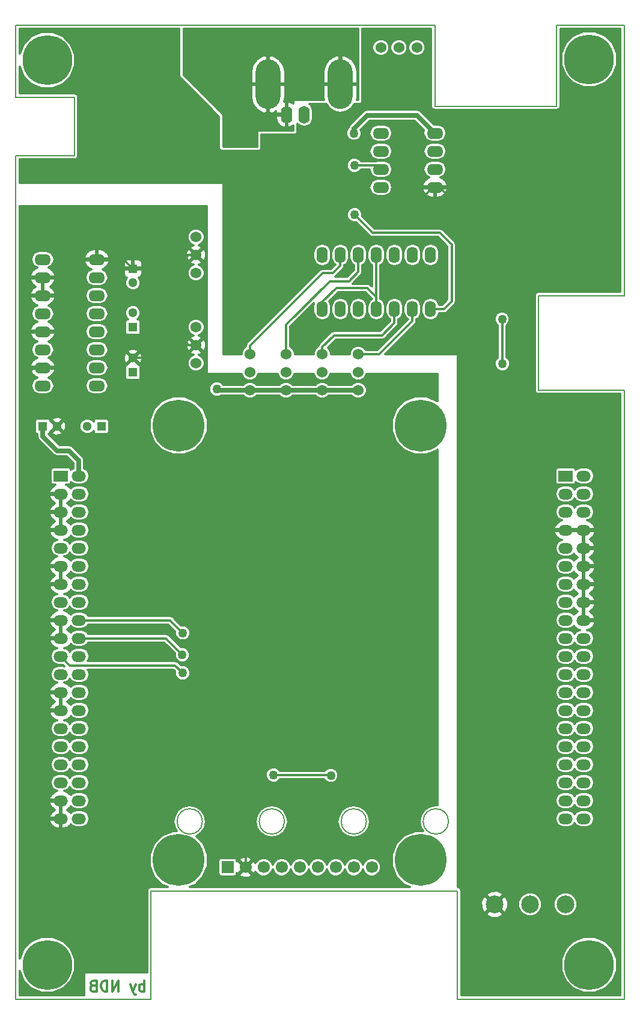
<source format=gbr>
G04 #@! TF.FileFunction,Copper,L2,Bot,Signal*
%FSLAX46Y46*%
G04 Gerber Fmt 4.6, Leading zero omitted, Abs format (unit mm)*
G04 Created by KiCad (PCBNEW 4.0.2+dfsg1-2~bpo8+1-stable) date lun 17 oct 2016 15:55:52 ART*
%MOMM*%
G01*
G04 APERTURE LIST*
%ADD10C,0.100000*%
%ADD11C,0.300000*%
%ADD12C,0.150000*%
%ADD13R,2.000000X1.524000*%
%ADD14O,2.000000X1.524000*%
%ADD15C,7.000000*%
%ADD16C,1.700000*%
%ADD17C,7.300000*%
%ADD18R,1.700000X1.700000*%
%ADD19C,2.499360*%
%ADD20R,1.300000X1.300000*%
%ADD21C,1.300000*%
%ADD22O,3.500120X7.000240*%
%ADD23O,1.600200X2.499360*%
%ADD24C,1.524000*%
%ADD25O,2.300000X1.600000*%
%ADD26O,1.600000X2.300000*%
%ADD27C,2.032000*%
%ADD28C,1.270000*%
%ADD29C,0.304800*%
%ADD30C,0.635000*%
G04 APERTURE END LIST*
D10*
D11*
X78426000Y-176700571D02*
X78426000Y-175200571D01*
X78426000Y-175772000D02*
X78283143Y-175700571D01*
X77997429Y-175700571D01*
X77854572Y-175772000D01*
X77783143Y-175843429D01*
X77711714Y-175986286D01*
X77711714Y-176414857D01*
X77783143Y-176557714D01*
X77854572Y-176629143D01*
X77997429Y-176700571D01*
X78283143Y-176700571D01*
X78426000Y-176629143D01*
X77211714Y-175700571D02*
X76854571Y-176700571D01*
X76497429Y-175700571D02*
X76854571Y-176700571D01*
X76997429Y-177057714D01*
X77068857Y-177129143D01*
X77211714Y-177200571D01*
X74783143Y-176700571D02*
X74783143Y-175200571D01*
X73926000Y-176700571D01*
X73926000Y-175200571D01*
X73211714Y-176700571D02*
X73211714Y-175200571D01*
X72854571Y-175200571D01*
X72640286Y-175272000D01*
X72497428Y-175414857D01*
X72426000Y-175557714D01*
X72354571Y-175843429D01*
X72354571Y-176057714D01*
X72426000Y-176343429D01*
X72497428Y-176486286D01*
X72640286Y-176629143D01*
X72854571Y-176700571D01*
X73211714Y-176700571D01*
X71211714Y-175914857D02*
X70997428Y-175986286D01*
X70926000Y-176057714D01*
X70854571Y-176200571D01*
X70854571Y-176414857D01*
X70926000Y-176557714D01*
X70997428Y-176629143D01*
X71140286Y-176700571D01*
X71711714Y-176700571D01*
X71711714Y-175200571D01*
X71211714Y-175200571D01*
X71068857Y-175272000D01*
X70997428Y-175343429D01*
X70926000Y-175486286D01*
X70926000Y-175629143D01*
X70997428Y-175772000D01*
X71068857Y-175843429D01*
X71211714Y-175914857D01*
X71711714Y-175914857D01*
D12*
X109728000Y-152781000D02*
G75*
G03X109728000Y-152781000I-1778000J0D01*
G01*
X86614000Y-152781000D02*
G75*
G03X86614000Y-152781000I-1778000J0D01*
G01*
X98171000Y-152781000D02*
G75*
G03X98171000Y-152781000I-1778000J0D01*
G01*
X121289530Y-152781000D02*
G75*
G03X121289530Y-152781000I-1782530J0D01*
G01*
X79375000Y-162560000D02*
X122555000Y-162560000D01*
X79375000Y-177800000D02*
X79375000Y-162560000D01*
X60325000Y-177800000D02*
X79375000Y-177800000D01*
X60325000Y-162560000D02*
X60325000Y-177800000D01*
X146050000Y-92075000D02*
X146050000Y-177800000D01*
X146050000Y-78740000D02*
X146050000Y-40640000D01*
X133985000Y-78740000D02*
X146050000Y-78740000D01*
X133985000Y-92075000D02*
X133985000Y-78740000D01*
X146050000Y-92075000D02*
X133985000Y-92075000D01*
X68580000Y-59055000D02*
X60325000Y-59055000D01*
X146050000Y-40640000D02*
X136525000Y-40640000D01*
X122555000Y-177800000D02*
X146050000Y-177800000D01*
X122555000Y-162560000D02*
X122555000Y-177800000D01*
X60325000Y-154940000D02*
X60325000Y-162560000D01*
X119380000Y-40640000D02*
X60325000Y-40640000D01*
X136525000Y-52070000D02*
X136525000Y-40640000D01*
X119380000Y-52070000D02*
X136525000Y-52070000D01*
X119380000Y-40640000D02*
X119380000Y-52070000D01*
X60325000Y-154940000D02*
X60325000Y-59055000D01*
X60325000Y-50800000D02*
X60325000Y-40640000D01*
X68580000Y-50800000D02*
X60325000Y-50800000D01*
X68580000Y-59055000D02*
X68580000Y-50800000D01*
D13*
X137795000Y-104140000D03*
D14*
X140335000Y-104140000D03*
X137795000Y-116840000D03*
X140335000Y-106680000D03*
X137795000Y-119380000D03*
X140335000Y-109220000D03*
X137795000Y-121920000D03*
X140335000Y-111760000D03*
X137795000Y-124460000D03*
X140335000Y-114300000D03*
X137795000Y-127000000D03*
X140335000Y-116840000D03*
X137795000Y-129540000D03*
X140335000Y-119380000D03*
X137795000Y-132080000D03*
X140335000Y-121920000D03*
X137795000Y-134620000D03*
X140335000Y-124460000D03*
X137795000Y-137160000D03*
X140335000Y-127000000D03*
X137795000Y-139700000D03*
X140335000Y-129540000D03*
X137795000Y-142240000D03*
X140335000Y-132080000D03*
X140335000Y-134620000D03*
X137795000Y-144780000D03*
X140335000Y-137160000D03*
X140335000Y-142240000D03*
X140335000Y-144780000D03*
X140335000Y-147320000D03*
X140335000Y-149860000D03*
X137795000Y-147320000D03*
X137795000Y-149860000D03*
X137795000Y-106680000D03*
X137795000Y-109220000D03*
X137795000Y-111760000D03*
X137795000Y-114300000D03*
X137795000Y-152400000D03*
X140335000Y-152400000D03*
X140335000Y-139700000D03*
D13*
X66675000Y-104140000D03*
D14*
X69215000Y-104140000D03*
X66675000Y-106680000D03*
X69215000Y-106680000D03*
X66675000Y-109220000D03*
X69215000Y-109220000D03*
X66675000Y-111760000D03*
X69215000Y-111760000D03*
X66675000Y-114300000D03*
X69215000Y-114300000D03*
X66675000Y-116840000D03*
X69215000Y-116840000D03*
X66675000Y-119380000D03*
X69215000Y-119380000D03*
X66675000Y-121920000D03*
X69215000Y-121920000D03*
X66675000Y-124460000D03*
X69215000Y-124460000D03*
X66675000Y-127000000D03*
X69215000Y-127000000D03*
X66675000Y-129540000D03*
X69215000Y-129540000D03*
X66675000Y-132080000D03*
X69215000Y-132080000D03*
X66675000Y-134620000D03*
X69215000Y-134620000D03*
X66675000Y-137160000D03*
X69215000Y-137160000D03*
X66675000Y-139700000D03*
X69215000Y-139700000D03*
X66675000Y-142240000D03*
X69215000Y-142240000D03*
X66675000Y-144780000D03*
X69215000Y-144780000D03*
X66675000Y-147320000D03*
X69215000Y-147320000D03*
X66675000Y-149860000D03*
X69215000Y-149860000D03*
X66675000Y-152400000D03*
X69215000Y-152400000D03*
D15*
X64770000Y-172974000D03*
X141097000Y-172974000D03*
X64770000Y-45593000D03*
X141097000Y-45466000D03*
D16*
X110490000Y-159235000D03*
X107950000Y-159235000D03*
X105410000Y-159235000D03*
X102870000Y-159235000D03*
X100330000Y-159235000D03*
X97790000Y-159235000D03*
X95250000Y-159235000D03*
X92710000Y-159235000D03*
D17*
X117380000Y-97035000D03*
X83280000Y-97035000D03*
X83280000Y-158235000D03*
X117380000Y-158235000D03*
D18*
X90170000Y-159235000D03*
D19*
X132793740Y-164465000D03*
X127792480Y-164465000D03*
X137795000Y-164465000D03*
D20*
X72390000Y-97155000D03*
D21*
X70390000Y-97155000D03*
D20*
X76835000Y-83185000D03*
D21*
X76835000Y-81185000D03*
D20*
X64135000Y-97155000D03*
D21*
X66135000Y-97155000D03*
D20*
X76835000Y-74930000D03*
D21*
X76835000Y-76930000D03*
D20*
X76835000Y-89535000D03*
D21*
X76835000Y-87535000D03*
D22*
X95867220Y-48996600D03*
X106065320Y-48996600D03*
D23*
X100965000Y-53261260D03*
X98465640Y-53261260D03*
D24*
X103505000Y-89535000D03*
X103505000Y-92075000D03*
X103505000Y-86995000D03*
X93345000Y-89535000D03*
X93345000Y-92075000D03*
X93345000Y-86995000D03*
X98425000Y-89535000D03*
X98425000Y-92075000D03*
X98425000Y-86995000D03*
X108585000Y-89535000D03*
X108585000Y-92075000D03*
X108585000Y-86995000D03*
D25*
X71755000Y-91440000D03*
X71755000Y-88900000D03*
X71755000Y-86360000D03*
X71755000Y-83820000D03*
X71755000Y-81280000D03*
X71755000Y-78740000D03*
X71755000Y-76200000D03*
X71755000Y-73660000D03*
X64135000Y-73660000D03*
X64135000Y-76200000D03*
X64135000Y-78740000D03*
X64135000Y-81280000D03*
X64135000Y-83820000D03*
X64135000Y-86360000D03*
X64135000Y-88900000D03*
X64135000Y-91440000D03*
D24*
X85725000Y-85725000D03*
X85725000Y-88265000D03*
X85725000Y-83185000D03*
X85725000Y-73025000D03*
X85725000Y-75565000D03*
X85725000Y-70485000D03*
D25*
X111760000Y-55880000D03*
X111760000Y-58420000D03*
X111760000Y-60960000D03*
X111760000Y-63500000D03*
X119380000Y-63500000D03*
X119380000Y-60960000D03*
X119380000Y-58420000D03*
X119380000Y-55880000D03*
D26*
X118745000Y-73025000D03*
X116205000Y-73025000D03*
X113665000Y-73025000D03*
X111125000Y-73025000D03*
X108585000Y-73025000D03*
X106045000Y-73025000D03*
X103505000Y-73025000D03*
X103505000Y-80645000D03*
X106045000Y-80645000D03*
X108585000Y-80645000D03*
X111125000Y-80645000D03*
X113665000Y-80645000D03*
X116205000Y-80645000D03*
X118745000Y-80645000D03*
D24*
X114300000Y-43815000D03*
X111760000Y-43815000D03*
X116840000Y-43815000D03*
D27*
X74168000Y-166751000D03*
D28*
X93916500Y-62166500D03*
D27*
X139700000Y-57150000D03*
D28*
X136842500Y-99949000D03*
X108013500Y-62865000D03*
X88671400Y-91897200D03*
X107950000Y-55880000D03*
X108077000Y-67360800D03*
X108026200Y-60401200D03*
X96647000Y-146240500D03*
X104711500Y-146304000D03*
X128905000Y-88328500D03*
X128841500Y-82042000D03*
X83794600Y-129336800D03*
X83845400Y-131876800D03*
X83845400Y-126238000D03*
D27*
X88265000Y-43180000D03*
D29*
X85725000Y-73025000D02*
X84645500Y-73025000D01*
X84645500Y-73025000D02*
X83375500Y-74295000D01*
X83375500Y-74295000D02*
X83375500Y-84391500D01*
X83375500Y-84391500D02*
X84709000Y-85725000D01*
X84709000Y-85725000D02*
X85725000Y-85725000D01*
X85725000Y-85725000D02*
X80200500Y-85725000D01*
X80200500Y-85725000D02*
X78390500Y-87535000D01*
X78390500Y-87535000D02*
X76835000Y-87535000D01*
X76835000Y-74930000D02*
X81597500Y-74930000D01*
X81597500Y-74930000D02*
X83502500Y-73025000D01*
X83502500Y-73025000D02*
X85725000Y-73025000D01*
X71755000Y-73660000D02*
X75565000Y-73660000D01*
X75565000Y-73660000D02*
X76835000Y-74930000D01*
X71755000Y-73660000D02*
X68516500Y-73660000D01*
X67056000Y-75120500D02*
X67056000Y-77152500D01*
X68516500Y-73660000D02*
X67056000Y-75120500D01*
X64135000Y-76200000D02*
X66103500Y-76200000D01*
X67056000Y-77152500D02*
X67056000Y-79248000D01*
X66103500Y-76200000D02*
X67056000Y-77152500D01*
X67056000Y-84963000D02*
X67056000Y-79248000D01*
X66548000Y-78740000D02*
X64135000Y-78740000D01*
X67056000Y-79248000D02*
X66548000Y-78740000D01*
X67183000Y-89979500D02*
X67183000Y-85090000D01*
X65913000Y-83820000D02*
X64135000Y-83820000D01*
X67183000Y-85090000D02*
X67056000Y-84963000D01*
X67056000Y-84963000D02*
X65913000Y-83820000D01*
X64135000Y-88900000D02*
X66167000Y-88900000D01*
X67183000Y-96107000D02*
X66135000Y-97155000D01*
X67183000Y-89916000D02*
X67183000Y-89979500D01*
X67183000Y-89979500D02*
X67183000Y-96107000D01*
X66167000Y-88900000D02*
X67183000Y-89916000D01*
X66675000Y-106680000D02*
X64643000Y-106680000D01*
X62865000Y-88900000D02*
X64135000Y-88900000D01*
X61849000Y-89916000D02*
X62865000Y-88900000D01*
X61849000Y-103886000D02*
X61849000Y-89916000D01*
X64643000Y-106680000D02*
X61849000Y-103886000D01*
X74295000Y-155892500D02*
X74295000Y-166624000D01*
X74295000Y-166624000D02*
X74168000Y-166751000D01*
X92710000Y-155892500D02*
X92710000Y-153479500D01*
X80264000Y-149923500D02*
X77216000Y-152971500D01*
X89154000Y-149923500D02*
X80264000Y-149923500D01*
X92710000Y-153479500D02*
X89154000Y-149923500D01*
X66675000Y-149860000D02*
X66675000Y-152400000D01*
X66675000Y-152400000D02*
X66675000Y-154114500D01*
X66675000Y-154114500D02*
X68453000Y-155892500D01*
X68453000Y-155892500D02*
X74295000Y-155892500D01*
X74295000Y-155892500D02*
X77216000Y-152971500D01*
X92710000Y-155892500D02*
X92710000Y-159235000D01*
X64439800Y-110032800D02*
X64439800Y-107238800D01*
X64998600Y-106680000D02*
X66675000Y-106680000D01*
X64439800Y-107238800D02*
X64998600Y-106680000D01*
X64439800Y-112725200D02*
X64439800Y-110032800D01*
X65252600Y-109220000D02*
X66675000Y-109220000D01*
X64439800Y-110032800D02*
X65252600Y-109220000D01*
X64439800Y-117703600D02*
X64439800Y-112725200D01*
X65405000Y-111760000D02*
X66675000Y-111760000D01*
X64439800Y-112725200D02*
X65405000Y-111760000D01*
X64439800Y-120294400D02*
X64439800Y-117703600D01*
X64439800Y-117703600D02*
X64439800Y-117652800D01*
X65252600Y-116840000D02*
X66675000Y-116840000D01*
X64439800Y-117652800D02*
X65252600Y-116840000D01*
X64439800Y-124663200D02*
X64439800Y-120294400D01*
X65354200Y-119380000D02*
X66675000Y-119380000D01*
X64439800Y-120294400D02*
X65354200Y-119380000D01*
X66675000Y-137160000D02*
X65405000Y-137160000D01*
X64439800Y-138125200D02*
X64439800Y-139395200D01*
X65405000Y-137160000D02*
X64439800Y-138125200D01*
X66675000Y-134620000D02*
X65100200Y-134620000D01*
X65100200Y-134620000D02*
X64439800Y-135280400D01*
X64439800Y-135280400D02*
X64439800Y-139395200D01*
X64439800Y-127965200D02*
X64439800Y-124663200D01*
X64643000Y-124460000D02*
X66675000Y-124460000D01*
X64439800Y-124663200D02*
X64643000Y-124460000D01*
X64439800Y-136550400D02*
X64439800Y-127965200D01*
X64439800Y-139395200D02*
X64439800Y-136550400D01*
X64439800Y-127965200D02*
X64439800Y-127914400D01*
X65354200Y-127000000D02*
X66675000Y-127000000D01*
X64439800Y-127914400D02*
X65354200Y-127000000D01*
X66116200Y-134620000D02*
X66675000Y-134620000D01*
X66675000Y-149860000D02*
X65303400Y-149860000D01*
X64389000Y-139446000D02*
X64439800Y-139395200D01*
X64389000Y-148945600D02*
X64389000Y-139446000D01*
X65303400Y-149860000D02*
X64389000Y-148945600D01*
X93916500Y-62166500D02*
X94615000Y-62865000D01*
X94615000Y-62865000D02*
X108013500Y-62865000D01*
X141439900Y-95948500D02*
X143535400Y-98044000D01*
X132397500Y-95948500D02*
X141439900Y-95948500D01*
X126365000Y-89916000D02*
X132397500Y-95948500D01*
X126365000Y-85344000D02*
X126365000Y-89916000D01*
X126365000Y-85344000D02*
X126365000Y-69786500D01*
X110223300Y-65074800D02*
X117551200Y-65074800D01*
X108013500Y-62865000D02*
X110223300Y-65074800D01*
X117551200Y-65074800D02*
X119602250Y-63023750D01*
X126365000Y-69786500D02*
X126365000Y-68453000D01*
X137668000Y-57150000D02*
X139700000Y-57150000D01*
X126365000Y-68453000D02*
X137668000Y-57150000D01*
X142240000Y-124460000D02*
X143573500Y-125793500D01*
X132300980Y-159956500D02*
X127792480Y-164465000D01*
X141287500Y-159956500D02*
X132300980Y-159956500D01*
X143573500Y-157670500D02*
X141287500Y-159956500D01*
X143573500Y-125793500D02*
X143573500Y-157670500D01*
X140335000Y-111760000D02*
X140335000Y-114300000D01*
X140335000Y-114300000D02*
X140335000Y-116840000D01*
X140335000Y-116840000D02*
X140335000Y-119380000D01*
X140335000Y-119380000D02*
X140335000Y-121920000D01*
X140335000Y-124460000D02*
X142240000Y-124460000D01*
X143484600Y-110083600D02*
X143535400Y-110083600D01*
X143764000Y-110363000D02*
X143484600Y-110083600D01*
X143764000Y-122936000D02*
X143764000Y-110363000D01*
X142240000Y-124460000D02*
X143764000Y-122936000D01*
X137287000Y-100393500D02*
X143535400Y-100393500D01*
X136842500Y-99949000D02*
X137287000Y-100393500D01*
X140335000Y-111760000D02*
X137795000Y-111760000D01*
X140335000Y-111760000D02*
X141808200Y-111760000D01*
X126365000Y-69786500D02*
X119602250Y-63023750D01*
X143535400Y-110032800D02*
X143535400Y-110083600D01*
X143535400Y-110083600D02*
X143535400Y-100393500D01*
X143535400Y-100393500D02*
X143535400Y-98044000D01*
X141808200Y-111760000D02*
X143535400Y-110032800D01*
D30*
X103505000Y-92075000D02*
X108585000Y-92075000D01*
X98425000Y-92075000D02*
X103505000Y-92075000D01*
X93345000Y-92075000D02*
X98425000Y-92075000D01*
X88671400Y-91897200D02*
X88849200Y-92075000D01*
X88849200Y-92075000D02*
X93345000Y-92075000D01*
X69215000Y-104140000D02*
X69215000Y-101981000D01*
X69215000Y-101981000D02*
X67818000Y-100584000D01*
X67818000Y-100584000D02*
X66167000Y-100584000D01*
X66167000Y-100584000D02*
X64135000Y-98552000D01*
X64135000Y-98552000D02*
X64135000Y-97155000D01*
D29*
X64135000Y-97155000D02*
X64135000Y-98552000D01*
X67818000Y-100584000D02*
X69215000Y-101981000D01*
X66167000Y-100584000D02*
X67818000Y-100584000D01*
X64135000Y-98552000D02*
X66167000Y-100584000D01*
X111125000Y-80645000D02*
X111125000Y-73025000D01*
X111125000Y-80645000D02*
X111125000Y-78930500D01*
X108902500Y-77660500D02*
X108902500Y-77673200D01*
X109855000Y-77660500D02*
X108902500Y-77660500D01*
X111125000Y-78930500D02*
X109855000Y-77660500D01*
X103505000Y-80645000D02*
X103505000Y-79654400D01*
X103505000Y-79654400D02*
X105486200Y-77673200D01*
X108902500Y-77673200D02*
X105486200Y-77673200D01*
D30*
X119380000Y-55880000D02*
X116840000Y-53340000D01*
X116840000Y-53340000D02*
X109855000Y-53340000D01*
X109855000Y-53340000D02*
X107950000Y-55245000D01*
X107950000Y-55245000D02*
X107950000Y-55880000D01*
D29*
X116840000Y-53340000D02*
X109855000Y-53340000D01*
X107950000Y-55245000D02*
X109855000Y-53340000D01*
X107950000Y-55880000D02*
X107950000Y-55245000D01*
X118745000Y-80645000D02*
X120650000Y-80645000D01*
X121742200Y-79552800D02*
X121742200Y-71577200D01*
X120650000Y-80645000D02*
X121742200Y-79552800D01*
X108077000Y-67360800D02*
X110617000Y-69900800D01*
X120065800Y-69900800D02*
X121742200Y-71577200D01*
X110617000Y-69900800D02*
X120065800Y-69900800D01*
X108026200Y-60401200D02*
X111899700Y-60401200D01*
X111899700Y-60401200D02*
X111982250Y-60483750D01*
X104648000Y-146240500D02*
X96647000Y-146240500D01*
X104711500Y-146304000D02*
X104648000Y-146240500D01*
X113665000Y-80645000D02*
X113665000Y-82600800D01*
X113665000Y-82600800D02*
X111937800Y-84328000D01*
X108635800Y-84328000D02*
X105181400Y-84328000D01*
X103505000Y-86004400D02*
X103505000Y-86995000D01*
X105181400Y-84328000D02*
X103505000Y-86004400D01*
X108635800Y-84328000D02*
X111937800Y-84328000D01*
X106045000Y-73025000D02*
X106045000Y-74549000D01*
X106045000Y-74549000D02*
X105003600Y-75590400D01*
X93345000Y-86995000D02*
X93345000Y-85801200D01*
X103555800Y-75590400D02*
X105003600Y-75590400D01*
X93345000Y-85801200D02*
X103555800Y-75590400D01*
X108585000Y-73025000D02*
X108585000Y-75387200D01*
X108585000Y-75387200D02*
X107264200Y-76708000D01*
X98425000Y-86995000D02*
X98425000Y-82854800D01*
X104571800Y-76708000D02*
X107264200Y-76708000D01*
X98425000Y-82854800D02*
X104571800Y-76708000D01*
X116205000Y-80645000D02*
X116205000Y-82296000D01*
X116205000Y-82296000D02*
X111506000Y-86995000D01*
X108585000Y-86995000D02*
X111506000Y-86995000D01*
X128841500Y-88328500D02*
X128905000Y-88328500D01*
X128841500Y-82042000D02*
X128841500Y-88328500D01*
X81457800Y-127000000D02*
X69215000Y-127000000D01*
X83794600Y-129336800D02*
X81457800Y-127000000D01*
X66675000Y-129540000D02*
X67945000Y-130810000D01*
X67945000Y-130810000D02*
X82778600Y-130810000D01*
X82778600Y-130810000D02*
X83845400Y-131876800D01*
X69215000Y-124460000D02*
X82067400Y-124460000D01*
X82067400Y-124460000D02*
X83845400Y-126238000D01*
G36*
X87223600Y-89662000D02*
X87235607Y-89721292D01*
X87269736Y-89771242D01*
X87320609Y-89803977D01*
X87376000Y-89814400D01*
X92141269Y-89814400D01*
X92310809Y-90224719D01*
X92653477Y-90567985D01*
X93101422Y-90753988D01*
X93586450Y-90754412D01*
X94034719Y-90569191D01*
X94377985Y-90226523D01*
X94549113Y-89814400D01*
X97221269Y-89814400D01*
X97390809Y-90224719D01*
X97733477Y-90567985D01*
X98181422Y-90753988D01*
X98666450Y-90754412D01*
X99114719Y-90569191D01*
X99457985Y-90226523D01*
X99629113Y-89814400D01*
X102301269Y-89814400D01*
X102470809Y-90224719D01*
X102813477Y-90567985D01*
X103261422Y-90753988D01*
X103746450Y-90754412D01*
X104194719Y-90569191D01*
X104537985Y-90226523D01*
X104709113Y-89814400D01*
X107381269Y-89814400D01*
X107550809Y-90224719D01*
X107893477Y-90567985D01*
X108341422Y-90753988D01*
X108826450Y-90754412D01*
X109274719Y-90569191D01*
X109617985Y-90226523D01*
X109789113Y-89814400D01*
X119735600Y-89814400D01*
X119735600Y-93581180D01*
X119709580Y-93555115D01*
X118200557Y-92928514D01*
X116566612Y-92927088D01*
X115056497Y-93551055D01*
X113900115Y-94705420D01*
X113273514Y-96214443D01*
X113272088Y-97848388D01*
X113896055Y-99358503D01*
X115050420Y-100514885D01*
X116559443Y-101141486D01*
X118193388Y-101142912D01*
X119703503Y-100518945D01*
X119735600Y-100486904D01*
X119735600Y-150511741D01*
X119507000Y-150466270D01*
X118621191Y-150642468D01*
X117870239Y-151144239D01*
X117368468Y-151895191D01*
X117192270Y-152781000D01*
X117368468Y-153666809D01*
X117676664Y-154128057D01*
X116566612Y-154127088D01*
X115056497Y-154751055D01*
X113900115Y-155905420D01*
X113273514Y-157414443D01*
X113272088Y-159048388D01*
X113896055Y-160558503D01*
X115050420Y-161714885D01*
X115804003Y-162027800D01*
X84856017Y-162027800D01*
X85603503Y-161718945D01*
X86759885Y-160564580D01*
X87386486Y-159055557D01*
X87387071Y-158385000D01*
X88853843Y-158385000D01*
X88853843Y-160085000D01*
X88885723Y-160254428D01*
X88985855Y-160410038D01*
X89138639Y-160514430D01*
X89320000Y-160551157D01*
X91020000Y-160551157D01*
X91189428Y-160519277D01*
X91345038Y-160419145D01*
X91442585Y-160276378D01*
X91812306Y-160276378D01*
X91888985Y-160537883D01*
X92450072Y-160752896D01*
X93050732Y-160736823D01*
X93531015Y-160537883D01*
X93607694Y-160276378D01*
X92710000Y-159378684D01*
X91812306Y-160276378D01*
X91442585Y-160276378D01*
X91449430Y-160266361D01*
X91486157Y-160085000D01*
X91486157Y-160079191D01*
X91668622Y-160132694D01*
X92566316Y-159235000D01*
X92853684Y-159235000D01*
X93751378Y-160132694D01*
X94012883Y-160056015D01*
X94090814Y-159852649D01*
X94141163Y-159974502D01*
X94508564Y-160342544D01*
X94988841Y-160541973D01*
X95508877Y-160542427D01*
X95989502Y-160343837D01*
X96357544Y-159976436D01*
X96520154Y-159584829D01*
X96681163Y-159974502D01*
X97048564Y-160342544D01*
X97528841Y-160541973D01*
X98048877Y-160542427D01*
X98529502Y-160343837D01*
X98897544Y-159976436D01*
X99060154Y-159584829D01*
X99221163Y-159974502D01*
X99588564Y-160342544D01*
X100068841Y-160541973D01*
X100588877Y-160542427D01*
X101069502Y-160343837D01*
X101437544Y-159976436D01*
X101600154Y-159584829D01*
X101761163Y-159974502D01*
X102128564Y-160342544D01*
X102608841Y-160541973D01*
X103128877Y-160542427D01*
X103609502Y-160343837D01*
X103977544Y-159976436D01*
X104140154Y-159584829D01*
X104301163Y-159974502D01*
X104668564Y-160342544D01*
X105148841Y-160541973D01*
X105668877Y-160542427D01*
X106149502Y-160343837D01*
X106517544Y-159976436D01*
X106680154Y-159584829D01*
X106841163Y-159974502D01*
X107208564Y-160342544D01*
X107688841Y-160541973D01*
X108208877Y-160542427D01*
X108689502Y-160343837D01*
X109057544Y-159976436D01*
X109220154Y-159584829D01*
X109381163Y-159974502D01*
X109748564Y-160342544D01*
X110228841Y-160541973D01*
X110748877Y-160542427D01*
X111229502Y-160343837D01*
X111597544Y-159976436D01*
X111796973Y-159496159D01*
X111797427Y-158976123D01*
X111598837Y-158495498D01*
X111231436Y-158127456D01*
X110751159Y-157928027D01*
X110231123Y-157927573D01*
X109750498Y-158126163D01*
X109382456Y-158493564D01*
X109219846Y-158885171D01*
X109058837Y-158495498D01*
X108691436Y-158127456D01*
X108211159Y-157928027D01*
X107691123Y-157927573D01*
X107210498Y-158126163D01*
X106842456Y-158493564D01*
X106679846Y-158885171D01*
X106518837Y-158495498D01*
X106151436Y-158127456D01*
X105671159Y-157928027D01*
X105151123Y-157927573D01*
X104670498Y-158126163D01*
X104302456Y-158493564D01*
X104139846Y-158885171D01*
X103978837Y-158495498D01*
X103611436Y-158127456D01*
X103131159Y-157928027D01*
X102611123Y-157927573D01*
X102130498Y-158126163D01*
X101762456Y-158493564D01*
X101599846Y-158885171D01*
X101438837Y-158495498D01*
X101071436Y-158127456D01*
X100591159Y-157928027D01*
X100071123Y-157927573D01*
X99590498Y-158126163D01*
X99222456Y-158493564D01*
X99059846Y-158885171D01*
X98898837Y-158495498D01*
X98531436Y-158127456D01*
X98051159Y-157928027D01*
X97531123Y-157927573D01*
X97050498Y-158126163D01*
X96682456Y-158493564D01*
X96519846Y-158885171D01*
X96358837Y-158495498D01*
X95991436Y-158127456D01*
X95511159Y-157928027D01*
X94991123Y-157927573D01*
X94510498Y-158126163D01*
X94142456Y-158493564D01*
X94094091Y-158610039D01*
X94012883Y-158413985D01*
X93751378Y-158337306D01*
X92853684Y-159235000D01*
X92566316Y-159235000D01*
X91668622Y-158337306D01*
X91486157Y-158390809D01*
X91486157Y-158385000D01*
X91454277Y-158215572D01*
X91440153Y-158193622D01*
X91812306Y-158193622D01*
X92710000Y-159091316D01*
X93607694Y-158193622D01*
X93531015Y-157932117D01*
X92969928Y-157717104D01*
X92369268Y-157733177D01*
X91888985Y-157932117D01*
X91812306Y-158193622D01*
X91440153Y-158193622D01*
X91354145Y-158059962D01*
X91201361Y-157955570D01*
X91020000Y-157918843D01*
X89320000Y-157918843D01*
X89150572Y-157950723D01*
X88994962Y-158050855D01*
X88890570Y-158203639D01*
X88853843Y-158385000D01*
X87387071Y-158385000D01*
X87387912Y-157421612D01*
X86763945Y-155911497D01*
X85749743Y-154895523D01*
X86469558Y-154414558D01*
X86970346Y-153665075D01*
X87146200Y-152781000D01*
X94082800Y-152781000D01*
X94258654Y-153665075D01*
X94759442Y-154414558D01*
X95508925Y-154915346D01*
X96393000Y-155091200D01*
X97277075Y-154915346D01*
X98026558Y-154414558D01*
X98527346Y-153665075D01*
X98703200Y-152781000D01*
X105639800Y-152781000D01*
X105815654Y-153665075D01*
X106316442Y-154414558D01*
X107065925Y-154915346D01*
X107950000Y-155091200D01*
X108834075Y-154915346D01*
X109583558Y-154414558D01*
X110084346Y-153665075D01*
X110260200Y-152781000D01*
X110084346Y-151896925D01*
X109583558Y-151147442D01*
X108834075Y-150646654D01*
X107950000Y-150470800D01*
X107065925Y-150646654D01*
X106316442Y-151147442D01*
X105815654Y-151896925D01*
X105639800Y-152781000D01*
X98703200Y-152781000D01*
X98527346Y-151896925D01*
X98026558Y-151147442D01*
X97277075Y-150646654D01*
X96393000Y-150470800D01*
X95508925Y-150646654D01*
X94759442Y-151147442D01*
X94258654Y-151896925D01*
X94082800Y-152781000D01*
X87146200Y-152781000D01*
X86970346Y-151896925D01*
X86469558Y-151147442D01*
X85720075Y-150646654D01*
X84836000Y-150470800D01*
X83951925Y-150646654D01*
X83202442Y-151147442D01*
X82701654Y-151896925D01*
X82525800Y-152781000D01*
X82701654Y-153665075D01*
X83010678Y-154127563D01*
X82466612Y-154127088D01*
X80956497Y-154751055D01*
X79800115Y-155905420D01*
X79173514Y-157414443D01*
X79172088Y-159048388D01*
X79796055Y-160558503D01*
X80950420Y-161714885D01*
X81704003Y-162027800D01*
X79375000Y-162027800D01*
X79171336Y-162068311D01*
X78998678Y-162183678D01*
X78883311Y-162356336D01*
X78842800Y-162560000D01*
X78842800Y-174064800D01*
X69961657Y-174064800D01*
X69961657Y-177267800D01*
X60857200Y-177267800D01*
X60857200Y-173866796D01*
X61413293Y-175212645D01*
X62525500Y-176326795D01*
X63979411Y-176930511D01*
X65553682Y-176931885D01*
X67008645Y-176330707D01*
X68122795Y-175218500D01*
X68726511Y-173764589D01*
X68727885Y-172190318D01*
X68126707Y-170735355D01*
X67014500Y-169621205D01*
X65560589Y-169017489D01*
X63986318Y-169016115D01*
X62531355Y-169617293D01*
X61417205Y-170729500D01*
X60857200Y-172078143D01*
X60857200Y-152722293D01*
X65051594Y-152722293D01*
X65083993Y-152850463D01*
X65359369Y-153333947D01*
X65798805Y-153675246D01*
X66335400Y-153822400D01*
X66573400Y-153822400D01*
X66573400Y-152501600D01*
X65183812Y-152501600D01*
X65051594Y-152722293D01*
X60857200Y-152722293D01*
X60857200Y-150182293D01*
X65051594Y-150182293D01*
X65083993Y-150310463D01*
X65359369Y-150793947D01*
X65792051Y-151130000D01*
X65359369Y-151466053D01*
X65083993Y-151949537D01*
X65051594Y-152077707D01*
X65183812Y-152298400D01*
X66573400Y-152298400D01*
X66573400Y-149961600D01*
X65183812Y-149961600D01*
X65051594Y-150182293D01*
X60857200Y-150182293D01*
X60857200Y-149537707D01*
X65051594Y-149537707D01*
X65183812Y-149758400D01*
X66573400Y-149758400D01*
X66573400Y-149738400D01*
X66776600Y-149738400D01*
X66776600Y-149758400D01*
X66796600Y-149758400D01*
X66796600Y-149961600D01*
X66776600Y-149961600D01*
X66776600Y-152298400D01*
X66796600Y-152298400D01*
X66796600Y-152501600D01*
X66776600Y-152501600D01*
X66776600Y-153822400D01*
X67014600Y-153822400D01*
X67551195Y-153675246D01*
X67990631Y-153333947D01*
X68056766Y-153217833D01*
X68086347Y-153262105D01*
X68481884Y-153526394D01*
X68948452Y-153619200D01*
X69481548Y-153619200D01*
X69948116Y-153526394D01*
X70343653Y-153262105D01*
X70607942Y-152866568D01*
X70700748Y-152400000D01*
X70607942Y-151933432D01*
X70343653Y-151537895D01*
X69948116Y-151273606D01*
X69481548Y-151180800D01*
X68948452Y-151180800D01*
X68481884Y-151273606D01*
X68086347Y-151537895D01*
X68056766Y-151582167D01*
X67990631Y-151466053D01*
X67557949Y-151130000D01*
X67990631Y-150793947D01*
X68056766Y-150677833D01*
X68086347Y-150722105D01*
X68481884Y-150986394D01*
X68948452Y-151079200D01*
X69481548Y-151079200D01*
X69948116Y-150986394D01*
X70343653Y-150722105D01*
X70607942Y-150326568D01*
X70700748Y-149860000D01*
X70607942Y-149393432D01*
X70343653Y-148997895D01*
X69948116Y-148733606D01*
X69481548Y-148640800D01*
X68948452Y-148640800D01*
X68481884Y-148733606D01*
X68086347Y-148997895D01*
X68056766Y-149042167D01*
X67990631Y-148926053D01*
X67551195Y-148584754D01*
X67198621Y-148488065D01*
X67408116Y-148446394D01*
X67803653Y-148182105D01*
X67945000Y-147970564D01*
X68086347Y-148182105D01*
X68481884Y-148446394D01*
X68948452Y-148539200D01*
X69481548Y-148539200D01*
X69948116Y-148446394D01*
X70343653Y-148182105D01*
X70607942Y-147786568D01*
X70700748Y-147320000D01*
X70607942Y-146853432D01*
X70343653Y-146457895D01*
X70342013Y-146456799D01*
X95554611Y-146456799D01*
X95720538Y-146858373D01*
X96027511Y-147165882D01*
X96428795Y-147332510D01*
X96863299Y-147332889D01*
X97264873Y-147166962D01*
X97572382Y-146859989D01*
X97576488Y-146850100D01*
X103755382Y-146850100D01*
X103785038Y-146921873D01*
X104092011Y-147229382D01*
X104493295Y-147396010D01*
X104927799Y-147396389D01*
X105329373Y-147230462D01*
X105636882Y-146923489D01*
X105803510Y-146522205D01*
X105803889Y-146087701D01*
X105637962Y-145686127D01*
X105330989Y-145378618D01*
X104929705Y-145211990D01*
X104495201Y-145211611D01*
X104093627Y-145377538D01*
X103839823Y-145630900D01*
X97576880Y-145630900D01*
X97573462Y-145622627D01*
X97266489Y-145315118D01*
X96865205Y-145148490D01*
X96430701Y-145148111D01*
X96029127Y-145314038D01*
X95721618Y-145621011D01*
X95554990Y-146022295D01*
X95554611Y-146456799D01*
X70342013Y-146456799D01*
X69948116Y-146193606D01*
X69481548Y-146100800D01*
X68948452Y-146100800D01*
X68481884Y-146193606D01*
X68086347Y-146457895D01*
X67945000Y-146669436D01*
X67803653Y-146457895D01*
X67408116Y-146193606D01*
X66941548Y-146100800D01*
X66408452Y-146100800D01*
X65941884Y-146193606D01*
X65546347Y-146457895D01*
X65282058Y-146853432D01*
X65189252Y-147320000D01*
X65282058Y-147786568D01*
X65546347Y-148182105D01*
X65941884Y-148446394D01*
X66151379Y-148488065D01*
X65798805Y-148584754D01*
X65359369Y-148926053D01*
X65083993Y-149409537D01*
X65051594Y-149537707D01*
X60857200Y-149537707D01*
X60857200Y-144780000D01*
X65189252Y-144780000D01*
X65282058Y-145246568D01*
X65546347Y-145642105D01*
X65941884Y-145906394D01*
X66408452Y-145999200D01*
X66941548Y-145999200D01*
X67408116Y-145906394D01*
X67803653Y-145642105D01*
X67945000Y-145430564D01*
X68086347Y-145642105D01*
X68481884Y-145906394D01*
X68948452Y-145999200D01*
X69481548Y-145999200D01*
X69948116Y-145906394D01*
X70343653Y-145642105D01*
X70607942Y-145246568D01*
X70700748Y-144780000D01*
X70607942Y-144313432D01*
X70343653Y-143917895D01*
X69948116Y-143653606D01*
X69481548Y-143560800D01*
X68948452Y-143560800D01*
X68481884Y-143653606D01*
X68086347Y-143917895D01*
X67945000Y-144129436D01*
X67803653Y-143917895D01*
X67408116Y-143653606D01*
X66941548Y-143560800D01*
X66408452Y-143560800D01*
X65941884Y-143653606D01*
X65546347Y-143917895D01*
X65282058Y-144313432D01*
X65189252Y-144780000D01*
X60857200Y-144780000D01*
X60857200Y-142240000D01*
X65189252Y-142240000D01*
X65282058Y-142706568D01*
X65546347Y-143102105D01*
X65941884Y-143366394D01*
X66408452Y-143459200D01*
X66941548Y-143459200D01*
X67408116Y-143366394D01*
X67803653Y-143102105D01*
X67945000Y-142890564D01*
X68086347Y-143102105D01*
X68481884Y-143366394D01*
X68948452Y-143459200D01*
X69481548Y-143459200D01*
X69948116Y-143366394D01*
X70343653Y-143102105D01*
X70607942Y-142706568D01*
X70700748Y-142240000D01*
X70607942Y-141773432D01*
X70343653Y-141377895D01*
X69948116Y-141113606D01*
X69481548Y-141020800D01*
X68948452Y-141020800D01*
X68481884Y-141113606D01*
X68086347Y-141377895D01*
X67945000Y-141589436D01*
X67803653Y-141377895D01*
X67408116Y-141113606D01*
X66941548Y-141020800D01*
X66408452Y-141020800D01*
X65941884Y-141113606D01*
X65546347Y-141377895D01*
X65282058Y-141773432D01*
X65189252Y-142240000D01*
X60857200Y-142240000D01*
X60857200Y-134942293D01*
X65051594Y-134942293D01*
X65083993Y-135070463D01*
X65359369Y-135553947D01*
X65792051Y-135890000D01*
X65359369Y-136226053D01*
X65083993Y-136709537D01*
X65051594Y-136837707D01*
X65183812Y-137058400D01*
X66573400Y-137058400D01*
X66573400Y-134721600D01*
X65183812Y-134721600D01*
X65051594Y-134942293D01*
X60857200Y-134942293D01*
X60857200Y-124782293D01*
X65051594Y-124782293D01*
X65083993Y-124910463D01*
X65359369Y-125393947D01*
X65792051Y-125730000D01*
X65359369Y-126066053D01*
X65083993Y-126549537D01*
X65051594Y-126677707D01*
X65183812Y-126898400D01*
X66573400Y-126898400D01*
X66573400Y-124561600D01*
X65183812Y-124561600D01*
X65051594Y-124782293D01*
X60857200Y-124782293D01*
X60857200Y-117162293D01*
X65051594Y-117162293D01*
X65083993Y-117290463D01*
X65359369Y-117773947D01*
X65792051Y-118110000D01*
X65359369Y-118446053D01*
X65083993Y-118929537D01*
X65051594Y-119057707D01*
X65183812Y-119278400D01*
X66573400Y-119278400D01*
X66573400Y-116941600D01*
X65183812Y-116941600D01*
X65051594Y-117162293D01*
X60857200Y-117162293D01*
X60857200Y-109542293D01*
X65051594Y-109542293D01*
X65083993Y-109670463D01*
X65359369Y-110153947D01*
X65792051Y-110490000D01*
X65359369Y-110826053D01*
X65083993Y-111309537D01*
X65051594Y-111437707D01*
X65183812Y-111658400D01*
X66573400Y-111658400D01*
X66573400Y-109321600D01*
X65183812Y-109321600D01*
X65051594Y-109542293D01*
X60857200Y-109542293D01*
X60857200Y-107002293D01*
X65051594Y-107002293D01*
X65083993Y-107130463D01*
X65359369Y-107613947D01*
X65792051Y-107950000D01*
X65359369Y-108286053D01*
X65083993Y-108769537D01*
X65051594Y-108897707D01*
X65183812Y-109118400D01*
X66573400Y-109118400D01*
X66573400Y-106781600D01*
X65183812Y-106781600D01*
X65051594Y-107002293D01*
X60857200Y-107002293D01*
X60857200Y-96505000D01*
X63018843Y-96505000D01*
X63018843Y-97805000D01*
X63050723Y-97974428D01*
X63150855Y-98130038D01*
X63303639Y-98234430D01*
X63360300Y-98245904D01*
X63360300Y-98551995D01*
X63360299Y-98552000D01*
X63406703Y-98785284D01*
X63419271Y-98848465D01*
X63509199Y-98983052D01*
X63587204Y-99099796D01*
X65619204Y-101131796D01*
X65870535Y-101299729D01*
X65919723Y-101309513D01*
X66167000Y-101358701D01*
X66167005Y-101358700D01*
X67497108Y-101358700D01*
X68440300Y-102301891D01*
X68440300Y-103041392D01*
X68118303Y-103256543D01*
X68109277Y-103208572D01*
X68009145Y-103052962D01*
X67856361Y-102948570D01*
X67675000Y-102911843D01*
X65675000Y-102911843D01*
X65505572Y-102943723D01*
X65349962Y-103043855D01*
X65245570Y-103196639D01*
X65208843Y-103378000D01*
X65208843Y-104902000D01*
X65240723Y-105071428D01*
X65340855Y-105227038D01*
X65493639Y-105331430D01*
X65675000Y-105368157D01*
X65932255Y-105368157D01*
X65798805Y-105404754D01*
X65359369Y-105746053D01*
X65083993Y-106229537D01*
X65051594Y-106357707D01*
X65183812Y-106578400D01*
X66573400Y-106578400D01*
X66573400Y-106558400D01*
X66776600Y-106558400D01*
X66776600Y-106578400D01*
X66796600Y-106578400D01*
X66796600Y-106781600D01*
X66776600Y-106781600D01*
X66776600Y-109118400D01*
X66796600Y-109118400D01*
X66796600Y-109321600D01*
X66776600Y-109321600D01*
X66776600Y-111658400D01*
X66796600Y-111658400D01*
X66796600Y-111861600D01*
X66776600Y-111861600D01*
X66776600Y-111881600D01*
X66573400Y-111881600D01*
X66573400Y-111861600D01*
X65183812Y-111861600D01*
X65051594Y-112082293D01*
X65083993Y-112210463D01*
X65359369Y-112693947D01*
X65798805Y-113035246D01*
X66151379Y-113131935D01*
X65941884Y-113173606D01*
X65546347Y-113437895D01*
X65282058Y-113833432D01*
X65189252Y-114300000D01*
X65282058Y-114766568D01*
X65546347Y-115162105D01*
X65941884Y-115426394D01*
X66151379Y-115468065D01*
X65798805Y-115564754D01*
X65359369Y-115906053D01*
X65083993Y-116389537D01*
X65051594Y-116517707D01*
X65183812Y-116738400D01*
X66573400Y-116738400D01*
X66573400Y-116718400D01*
X66776600Y-116718400D01*
X66776600Y-116738400D01*
X66796600Y-116738400D01*
X66796600Y-116941600D01*
X66776600Y-116941600D01*
X66776600Y-119278400D01*
X66796600Y-119278400D01*
X66796600Y-119481600D01*
X66776600Y-119481600D01*
X66776600Y-119501600D01*
X66573400Y-119501600D01*
X66573400Y-119481600D01*
X65183812Y-119481600D01*
X65051594Y-119702293D01*
X65083993Y-119830463D01*
X65359369Y-120313947D01*
X65798805Y-120655246D01*
X66151379Y-120751935D01*
X65941884Y-120793606D01*
X65546347Y-121057895D01*
X65282058Y-121453432D01*
X65189252Y-121920000D01*
X65282058Y-122386568D01*
X65546347Y-122782105D01*
X65941884Y-123046394D01*
X66151379Y-123088065D01*
X65798805Y-123184754D01*
X65359369Y-123526053D01*
X65083993Y-124009537D01*
X65051594Y-124137707D01*
X65183812Y-124358400D01*
X66573400Y-124358400D01*
X66573400Y-124338400D01*
X66776600Y-124338400D01*
X66776600Y-124358400D01*
X66796600Y-124358400D01*
X66796600Y-124561600D01*
X66776600Y-124561600D01*
X66776600Y-126898400D01*
X66796600Y-126898400D01*
X66796600Y-127101600D01*
X66776600Y-127101600D01*
X66776600Y-127121600D01*
X66573400Y-127121600D01*
X66573400Y-127101600D01*
X65183812Y-127101600D01*
X65051594Y-127322293D01*
X65083993Y-127450463D01*
X65359369Y-127933947D01*
X65798805Y-128275246D01*
X66151379Y-128371935D01*
X65941884Y-128413606D01*
X65546347Y-128677895D01*
X65282058Y-129073432D01*
X65189252Y-129540000D01*
X65282058Y-130006568D01*
X65546347Y-130402105D01*
X65941884Y-130666394D01*
X66408452Y-130759200D01*
X66941548Y-130759200D01*
X67017073Y-130744177D01*
X67181407Y-130908511D01*
X66941548Y-130860800D01*
X66408452Y-130860800D01*
X65941884Y-130953606D01*
X65546347Y-131217895D01*
X65282058Y-131613432D01*
X65189252Y-132080000D01*
X65282058Y-132546568D01*
X65546347Y-132942105D01*
X65941884Y-133206394D01*
X66151379Y-133248065D01*
X65798805Y-133344754D01*
X65359369Y-133686053D01*
X65083993Y-134169537D01*
X65051594Y-134297707D01*
X65183812Y-134518400D01*
X66573400Y-134518400D01*
X66573400Y-134498400D01*
X66776600Y-134498400D01*
X66776600Y-134518400D01*
X66796600Y-134518400D01*
X66796600Y-134721600D01*
X66776600Y-134721600D01*
X66776600Y-137058400D01*
X66796600Y-137058400D01*
X66796600Y-137261600D01*
X66776600Y-137261600D01*
X66776600Y-137281600D01*
X66573400Y-137281600D01*
X66573400Y-137261600D01*
X65183812Y-137261600D01*
X65051594Y-137482293D01*
X65083993Y-137610463D01*
X65359369Y-138093947D01*
X65798805Y-138435246D01*
X66151379Y-138531935D01*
X65941884Y-138573606D01*
X65546347Y-138837895D01*
X65282058Y-139233432D01*
X65189252Y-139700000D01*
X65282058Y-140166568D01*
X65546347Y-140562105D01*
X65941884Y-140826394D01*
X66408452Y-140919200D01*
X66941548Y-140919200D01*
X67408116Y-140826394D01*
X67803653Y-140562105D01*
X67945000Y-140350564D01*
X68086347Y-140562105D01*
X68481884Y-140826394D01*
X68948452Y-140919200D01*
X69481548Y-140919200D01*
X69948116Y-140826394D01*
X70343653Y-140562105D01*
X70607942Y-140166568D01*
X70700748Y-139700000D01*
X70607942Y-139233432D01*
X70343653Y-138837895D01*
X69948116Y-138573606D01*
X69481548Y-138480800D01*
X68948452Y-138480800D01*
X68481884Y-138573606D01*
X68086347Y-138837895D01*
X67945000Y-139049436D01*
X67803653Y-138837895D01*
X67408116Y-138573606D01*
X67198621Y-138531935D01*
X67551195Y-138435246D01*
X67990631Y-138093947D01*
X68056766Y-137977833D01*
X68086347Y-138022105D01*
X68481884Y-138286394D01*
X68948452Y-138379200D01*
X69481548Y-138379200D01*
X69948116Y-138286394D01*
X70343653Y-138022105D01*
X70607942Y-137626568D01*
X70700748Y-137160000D01*
X70607942Y-136693432D01*
X70343653Y-136297895D01*
X69948116Y-136033606D01*
X69481548Y-135940800D01*
X68948452Y-135940800D01*
X68481884Y-136033606D01*
X68086347Y-136297895D01*
X68056766Y-136342167D01*
X67990631Y-136226053D01*
X67557949Y-135890000D01*
X67990631Y-135553947D01*
X68056766Y-135437833D01*
X68086347Y-135482105D01*
X68481884Y-135746394D01*
X68948452Y-135839200D01*
X69481548Y-135839200D01*
X69948116Y-135746394D01*
X70343653Y-135482105D01*
X70607942Y-135086568D01*
X70700748Y-134620000D01*
X70607942Y-134153432D01*
X70343653Y-133757895D01*
X69948116Y-133493606D01*
X69481548Y-133400800D01*
X68948452Y-133400800D01*
X68481884Y-133493606D01*
X68086347Y-133757895D01*
X68056766Y-133802167D01*
X67990631Y-133686053D01*
X67551195Y-133344754D01*
X67198621Y-133248065D01*
X67408116Y-133206394D01*
X67803653Y-132942105D01*
X67945000Y-132730564D01*
X68086347Y-132942105D01*
X68481884Y-133206394D01*
X68948452Y-133299200D01*
X69481548Y-133299200D01*
X69948116Y-133206394D01*
X70343653Y-132942105D01*
X70607942Y-132546568D01*
X70700748Y-132080000D01*
X70607942Y-131613432D01*
X70478428Y-131419600D01*
X82526096Y-131419600D01*
X82756823Y-131650327D01*
X82753390Y-131658595D01*
X82753011Y-132093099D01*
X82918938Y-132494673D01*
X83225911Y-132802182D01*
X83627195Y-132968810D01*
X84061699Y-132969189D01*
X84463273Y-132803262D01*
X84770782Y-132496289D01*
X84937410Y-132095005D01*
X84937789Y-131660501D01*
X84771862Y-131258927D01*
X84464889Y-130951418D01*
X84063605Y-130784790D01*
X83629101Y-130784411D01*
X83619204Y-130788500D01*
X83209652Y-130378948D01*
X83011884Y-130246803D01*
X82778600Y-130200400D01*
X70478428Y-130200400D01*
X70607942Y-130006568D01*
X70700748Y-129540000D01*
X70607942Y-129073432D01*
X70343653Y-128677895D01*
X69948116Y-128413606D01*
X69481548Y-128320800D01*
X68948452Y-128320800D01*
X68481884Y-128413606D01*
X68086347Y-128677895D01*
X67945000Y-128889436D01*
X67803653Y-128677895D01*
X67408116Y-128413606D01*
X67198621Y-128371935D01*
X67551195Y-128275246D01*
X67990631Y-127933947D01*
X68056766Y-127817833D01*
X68086347Y-127862105D01*
X68481884Y-128126394D01*
X68948452Y-128219200D01*
X69481548Y-128219200D01*
X69948116Y-128126394D01*
X70343653Y-127862105D01*
X70512371Y-127609600D01*
X81205296Y-127609600D01*
X82706023Y-129110327D01*
X82702590Y-129118595D01*
X82702211Y-129553099D01*
X82868138Y-129954673D01*
X83175111Y-130262182D01*
X83576395Y-130428810D01*
X84010899Y-130429189D01*
X84412473Y-130263262D01*
X84719982Y-129956289D01*
X84886610Y-129555005D01*
X84886989Y-129120501D01*
X84721062Y-128718927D01*
X84414089Y-128411418D01*
X84012805Y-128244790D01*
X83578301Y-128244411D01*
X83568404Y-128248500D01*
X81888852Y-126568948D01*
X81691084Y-126436803D01*
X81457800Y-126390400D01*
X70512371Y-126390400D01*
X70343653Y-126137895D01*
X69948116Y-125873606D01*
X69481548Y-125780800D01*
X68948452Y-125780800D01*
X68481884Y-125873606D01*
X68086347Y-126137895D01*
X68056766Y-126182167D01*
X67990631Y-126066053D01*
X67557949Y-125730000D01*
X67990631Y-125393947D01*
X68056766Y-125277833D01*
X68086347Y-125322105D01*
X68481884Y-125586394D01*
X68948452Y-125679200D01*
X69481548Y-125679200D01*
X69948116Y-125586394D01*
X70343653Y-125322105D01*
X70512371Y-125069600D01*
X81814896Y-125069600D01*
X82756823Y-126011527D01*
X82753390Y-126019795D01*
X82753011Y-126454299D01*
X82918938Y-126855873D01*
X83225911Y-127163382D01*
X83627195Y-127330010D01*
X84061699Y-127330389D01*
X84463273Y-127164462D01*
X84770782Y-126857489D01*
X84937410Y-126456205D01*
X84937789Y-126021701D01*
X84771862Y-125620127D01*
X84464889Y-125312618D01*
X84063605Y-125145990D01*
X83629101Y-125145611D01*
X83619204Y-125149700D01*
X82498452Y-124028948D01*
X82300684Y-123896803D01*
X82067400Y-123850400D01*
X70512371Y-123850400D01*
X70343653Y-123597895D01*
X69948116Y-123333606D01*
X69481548Y-123240800D01*
X68948452Y-123240800D01*
X68481884Y-123333606D01*
X68086347Y-123597895D01*
X68056766Y-123642167D01*
X67990631Y-123526053D01*
X67551195Y-123184754D01*
X67198621Y-123088065D01*
X67408116Y-123046394D01*
X67803653Y-122782105D01*
X67945000Y-122570564D01*
X68086347Y-122782105D01*
X68481884Y-123046394D01*
X68948452Y-123139200D01*
X69481548Y-123139200D01*
X69948116Y-123046394D01*
X70343653Y-122782105D01*
X70607942Y-122386568D01*
X70700748Y-121920000D01*
X70607942Y-121453432D01*
X70343653Y-121057895D01*
X69948116Y-120793606D01*
X69481548Y-120700800D01*
X68948452Y-120700800D01*
X68481884Y-120793606D01*
X68086347Y-121057895D01*
X67945000Y-121269436D01*
X67803653Y-121057895D01*
X67408116Y-120793606D01*
X67198621Y-120751935D01*
X67551195Y-120655246D01*
X67990631Y-120313947D01*
X68056766Y-120197833D01*
X68086347Y-120242105D01*
X68481884Y-120506394D01*
X68948452Y-120599200D01*
X69481548Y-120599200D01*
X69948116Y-120506394D01*
X70343653Y-120242105D01*
X70607942Y-119846568D01*
X70700748Y-119380000D01*
X70607942Y-118913432D01*
X70343653Y-118517895D01*
X69948116Y-118253606D01*
X69481548Y-118160800D01*
X68948452Y-118160800D01*
X68481884Y-118253606D01*
X68086347Y-118517895D01*
X68056766Y-118562167D01*
X67990631Y-118446053D01*
X67557949Y-118110000D01*
X67990631Y-117773947D01*
X68056766Y-117657833D01*
X68086347Y-117702105D01*
X68481884Y-117966394D01*
X68948452Y-118059200D01*
X69481548Y-118059200D01*
X69948116Y-117966394D01*
X70343653Y-117702105D01*
X70607942Y-117306568D01*
X70700748Y-116840000D01*
X70607942Y-116373432D01*
X70343653Y-115977895D01*
X69948116Y-115713606D01*
X69481548Y-115620800D01*
X68948452Y-115620800D01*
X68481884Y-115713606D01*
X68086347Y-115977895D01*
X68056766Y-116022167D01*
X67990631Y-115906053D01*
X67551195Y-115564754D01*
X67198621Y-115468065D01*
X67408116Y-115426394D01*
X67803653Y-115162105D01*
X67945000Y-114950564D01*
X68086347Y-115162105D01*
X68481884Y-115426394D01*
X68948452Y-115519200D01*
X69481548Y-115519200D01*
X69948116Y-115426394D01*
X70343653Y-115162105D01*
X70607942Y-114766568D01*
X70700748Y-114300000D01*
X70607942Y-113833432D01*
X70343653Y-113437895D01*
X69948116Y-113173606D01*
X69481548Y-113080800D01*
X68948452Y-113080800D01*
X68481884Y-113173606D01*
X68086347Y-113437895D01*
X67945000Y-113649436D01*
X67803653Y-113437895D01*
X67408116Y-113173606D01*
X67198621Y-113131935D01*
X67551195Y-113035246D01*
X67990631Y-112693947D01*
X68056766Y-112577833D01*
X68086347Y-112622105D01*
X68481884Y-112886394D01*
X68948452Y-112979200D01*
X69481548Y-112979200D01*
X69948116Y-112886394D01*
X70343653Y-112622105D01*
X70607942Y-112226568D01*
X70700748Y-111760000D01*
X70607942Y-111293432D01*
X70343653Y-110897895D01*
X69948116Y-110633606D01*
X69481548Y-110540800D01*
X68948452Y-110540800D01*
X68481884Y-110633606D01*
X68086347Y-110897895D01*
X68056766Y-110942167D01*
X67990631Y-110826053D01*
X67557949Y-110490000D01*
X67990631Y-110153947D01*
X68056766Y-110037833D01*
X68086347Y-110082105D01*
X68481884Y-110346394D01*
X68948452Y-110439200D01*
X69481548Y-110439200D01*
X69948116Y-110346394D01*
X70343653Y-110082105D01*
X70607942Y-109686568D01*
X70700748Y-109220000D01*
X70607942Y-108753432D01*
X70343653Y-108357895D01*
X69948116Y-108093606D01*
X69481548Y-108000800D01*
X68948452Y-108000800D01*
X68481884Y-108093606D01*
X68086347Y-108357895D01*
X68056766Y-108402167D01*
X67990631Y-108286053D01*
X67557949Y-107950000D01*
X67990631Y-107613947D01*
X68056766Y-107497833D01*
X68086347Y-107542105D01*
X68481884Y-107806394D01*
X68948452Y-107899200D01*
X69481548Y-107899200D01*
X69948116Y-107806394D01*
X70343653Y-107542105D01*
X70607942Y-107146568D01*
X70700748Y-106680000D01*
X70607942Y-106213432D01*
X70343653Y-105817895D01*
X69948116Y-105553606D01*
X69481548Y-105460800D01*
X68948452Y-105460800D01*
X68481884Y-105553606D01*
X68086347Y-105817895D01*
X68056766Y-105862167D01*
X67990631Y-105746053D01*
X67551195Y-105404754D01*
X67417745Y-105368157D01*
X67675000Y-105368157D01*
X67844428Y-105336277D01*
X68000038Y-105236145D01*
X68104430Y-105083361D01*
X68116769Y-105022432D01*
X68481884Y-105266394D01*
X68948452Y-105359200D01*
X69481548Y-105359200D01*
X69948116Y-105266394D01*
X70343653Y-105002105D01*
X70607942Y-104606568D01*
X70700748Y-104140000D01*
X70607942Y-103673432D01*
X70343653Y-103277895D01*
X69989700Y-103041392D01*
X69989700Y-101981000D01*
X69930729Y-101684535D01*
X69762796Y-101433204D01*
X69762793Y-101433202D01*
X68365796Y-100036204D01*
X68273299Y-99974400D01*
X68114465Y-99868271D01*
X68065277Y-99858487D01*
X67818000Y-99809299D01*
X67817995Y-99809300D01*
X66487892Y-99809300D01*
X64923659Y-98245067D01*
X64954428Y-98239277D01*
X65110038Y-98139145D01*
X65169771Y-98051722D01*
X65381962Y-98051722D01*
X65434147Y-98292494D01*
X65922797Y-98474113D01*
X66443752Y-98454908D01*
X66835853Y-98292494D01*
X66888038Y-98051722D01*
X66135000Y-97298684D01*
X65381962Y-98051722D01*
X65169771Y-98051722D01*
X65214430Y-97986361D01*
X65230627Y-97906380D01*
X65238278Y-97908038D01*
X65991316Y-97155000D01*
X66278684Y-97155000D01*
X67031722Y-97908038D01*
X67272494Y-97855853D01*
X67451486Y-97374269D01*
X69282609Y-97374269D01*
X69450814Y-97781359D01*
X69762003Y-98093091D01*
X70168798Y-98262007D01*
X70609269Y-98262391D01*
X71016359Y-98094186D01*
X71278936Y-97832066D01*
X71305723Y-97974428D01*
X71405855Y-98130038D01*
X71558639Y-98234430D01*
X71740000Y-98271157D01*
X73040000Y-98271157D01*
X73209428Y-98239277D01*
X73365038Y-98139145D01*
X73469430Y-97986361D01*
X73497370Y-97848388D01*
X79172088Y-97848388D01*
X79796055Y-99358503D01*
X80950420Y-100514885D01*
X82459443Y-101141486D01*
X84093388Y-101142912D01*
X85603503Y-100518945D01*
X86759885Y-99364580D01*
X87386486Y-97855557D01*
X87387912Y-96221612D01*
X86763945Y-94711497D01*
X85609580Y-93555115D01*
X84100557Y-92928514D01*
X82466612Y-92927088D01*
X80956497Y-93551055D01*
X79800115Y-94705420D01*
X79173514Y-96214443D01*
X79172088Y-97848388D01*
X73497370Y-97848388D01*
X73506157Y-97805000D01*
X73506157Y-96505000D01*
X73474277Y-96335572D01*
X73374145Y-96179962D01*
X73221361Y-96075570D01*
X73040000Y-96038843D01*
X71740000Y-96038843D01*
X71570572Y-96070723D01*
X71414962Y-96170855D01*
X71310570Y-96323639D01*
X71279196Y-96478564D01*
X71017997Y-96216909D01*
X70611202Y-96047993D01*
X70170731Y-96047609D01*
X69763641Y-96215814D01*
X69451909Y-96527003D01*
X69282993Y-96933798D01*
X69282609Y-97374269D01*
X67451486Y-97374269D01*
X67454113Y-97367203D01*
X67434908Y-96846248D01*
X67272494Y-96454147D01*
X67031722Y-96401962D01*
X66278684Y-97155000D01*
X65991316Y-97155000D01*
X65238278Y-96401962D01*
X65232024Y-96403317D01*
X65219277Y-96335572D01*
X65169540Y-96258278D01*
X65381962Y-96258278D01*
X66135000Y-97011316D01*
X66888038Y-96258278D01*
X66835853Y-96017506D01*
X66347203Y-95835887D01*
X65826248Y-95855092D01*
X65434147Y-96017506D01*
X65381962Y-96258278D01*
X65169540Y-96258278D01*
X65119145Y-96179962D01*
X64966361Y-96075570D01*
X64785000Y-96038843D01*
X63485000Y-96038843D01*
X63315572Y-96070723D01*
X63159962Y-96170855D01*
X63055570Y-96323639D01*
X63018843Y-96505000D01*
X60857200Y-96505000D01*
X60857200Y-89228253D01*
X62361968Y-89228253D01*
X62396885Y-89365005D01*
X62680499Y-89860817D01*
X63132263Y-90210353D01*
X63336060Y-90265837D01*
X63272403Y-90278499D01*
X62864538Y-90551025D01*
X62592012Y-90958890D01*
X62496313Y-91440000D01*
X62592012Y-91921110D01*
X62864538Y-92328975D01*
X63272403Y-92601501D01*
X63753513Y-92697200D01*
X64516487Y-92697200D01*
X64997597Y-92601501D01*
X65405462Y-92328975D01*
X65677988Y-91921110D01*
X65773687Y-91440000D01*
X70116313Y-91440000D01*
X70212012Y-91921110D01*
X70484538Y-92328975D01*
X70892403Y-92601501D01*
X71373513Y-92697200D01*
X72136487Y-92697200D01*
X72617597Y-92601501D01*
X73025462Y-92328975D01*
X73169438Y-92113499D01*
X87579011Y-92113499D01*
X87744938Y-92515073D01*
X88051911Y-92822582D01*
X88453195Y-92989210D01*
X88887699Y-92989589D01*
X89226256Y-92849700D01*
X92395642Y-92849700D01*
X92653477Y-93107985D01*
X93101422Y-93293988D01*
X93586450Y-93294412D01*
X94034719Y-93109191D01*
X94294663Y-92849700D01*
X97475642Y-92849700D01*
X97733477Y-93107985D01*
X98181422Y-93293988D01*
X98666450Y-93294412D01*
X99114719Y-93109191D01*
X99374663Y-92849700D01*
X102555642Y-92849700D01*
X102813477Y-93107985D01*
X103261422Y-93293988D01*
X103746450Y-93294412D01*
X104194719Y-93109191D01*
X104454663Y-92849700D01*
X107635642Y-92849700D01*
X107893477Y-93107985D01*
X108341422Y-93293988D01*
X108826450Y-93294412D01*
X109274719Y-93109191D01*
X109617985Y-92766523D01*
X109803988Y-92318578D01*
X109804412Y-91833550D01*
X109619191Y-91385281D01*
X109276523Y-91042015D01*
X108828578Y-90856012D01*
X108343550Y-90855588D01*
X107895281Y-91040809D01*
X107635337Y-91300300D01*
X104454358Y-91300300D01*
X104196523Y-91042015D01*
X103748578Y-90856012D01*
X103263550Y-90855588D01*
X102815281Y-91040809D01*
X102555337Y-91300300D01*
X99374358Y-91300300D01*
X99116523Y-91042015D01*
X98668578Y-90856012D01*
X98183550Y-90855588D01*
X97735281Y-91040809D01*
X97475337Y-91300300D01*
X94294358Y-91300300D01*
X94036523Y-91042015D01*
X93588578Y-90856012D01*
X93103550Y-90855588D01*
X92655281Y-91040809D01*
X92395337Y-91300300D01*
X89606528Y-91300300D01*
X89597862Y-91279327D01*
X89290889Y-90971818D01*
X88889605Y-90805190D01*
X88455101Y-90804811D01*
X88053527Y-90970738D01*
X87746018Y-91277711D01*
X87579390Y-91678995D01*
X87579011Y-92113499D01*
X73169438Y-92113499D01*
X73297988Y-91921110D01*
X73393687Y-91440000D01*
X73297988Y-90958890D01*
X73025462Y-90551025D01*
X72617597Y-90278499D01*
X72136487Y-90182800D01*
X71373513Y-90182800D01*
X70892403Y-90278499D01*
X70484538Y-90551025D01*
X70212012Y-90958890D01*
X70116313Y-91440000D01*
X65773687Y-91440000D01*
X65677988Y-90958890D01*
X65405462Y-90551025D01*
X64997597Y-90278499D01*
X64933940Y-90265837D01*
X65137737Y-90210353D01*
X65589501Y-89860817D01*
X65873115Y-89365005D01*
X65908032Y-89228253D01*
X65776309Y-89001600D01*
X64236600Y-89001600D01*
X64236600Y-89021600D01*
X64033400Y-89021600D01*
X64033400Y-89001600D01*
X62493691Y-89001600D01*
X62361968Y-89228253D01*
X60857200Y-89228253D01*
X60857200Y-88900000D01*
X70116313Y-88900000D01*
X70212012Y-89381110D01*
X70484538Y-89788975D01*
X70892403Y-90061501D01*
X71373513Y-90157200D01*
X72136487Y-90157200D01*
X72617597Y-90061501D01*
X73025462Y-89788975D01*
X73297988Y-89381110D01*
X73393687Y-88900000D01*
X73390704Y-88885000D01*
X75718843Y-88885000D01*
X75718843Y-90185000D01*
X75750723Y-90354428D01*
X75850855Y-90510038D01*
X76003639Y-90614430D01*
X76185000Y-90651157D01*
X77485000Y-90651157D01*
X77654428Y-90619277D01*
X77810038Y-90519145D01*
X77914430Y-90366361D01*
X77951157Y-90185000D01*
X77951157Y-88885000D01*
X77919277Y-88715572D01*
X77819145Y-88559962D01*
X77740827Y-88506450D01*
X84505588Y-88506450D01*
X84690809Y-88954719D01*
X85033477Y-89297985D01*
X85481422Y-89483988D01*
X85966450Y-89484412D01*
X86414719Y-89299191D01*
X86757985Y-88956523D01*
X86943988Y-88508578D01*
X86944412Y-88023550D01*
X86759191Y-87575281D01*
X86416523Y-87232015D01*
X86120969Y-87109290D01*
X86493155Y-86955126D01*
X86559064Y-86702748D01*
X85725000Y-85868684D01*
X84890936Y-86702748D01*
X84956845Y-86955126D01*
X85345991Y-87102426D01*
X85035281Y-87230809D01*
X84692015Y-87573477D01*
X84506012Y-88021422D01*
X84505588Y-88506450D01*
X77740827Y-88506450D01*
X77666361Y-88455570D01*
X77586380Y-88439373D01*
X77588038Y-88431722D01*
X76835000Y-87678684D01*
X76081962Y-88431722D01*
X76083317Y-88437976D01*
X76015572Y-88450723D01*
X75859962Y-88550855D01*
X75755570Y-88703639D01*
X75718843Y-88885000D01*
X73390704Y-88885000D01*
X73297988Y-88418890D01*
X73025462Y-88011025D01*
X72617597Y-87738499D01*
X72136487Y-87642800D01*
X71373513Y-87642800D01*
X70892403Y-87738499D01*
X70484538Y-88011025D01*
X70212012Y-88418890D01*
X70116313Y-88900000D01*
X60857200Y-88900000D01*
X60857200Y-84148253D01*
X62361968Y-84148253D01*
X62396885Y-84285005D01*
X62680499Y-84780817D01*
X63132263Y-85130353D01*
X63336060Y-85185837D01*
X63272403Y-85198499D01*
X62864538Y-85471025D01*
X62592012Y-85878890D01*
X62496313Y-86360000D01*
X62592012Y-86841110D01*
X62864538Y-87248975D01*
X63272403Y-87521501D01*
X63336060Y-87534163D01*
X63132263Y-87589647D01*
X62680499Y-87939183D01*
X62396885Y-88434995D01*
X62361968Y-88571747D01*
X62493691Y-88798400D01*
X64033400Y-88798400D01*
X64033400Y-88778400D01*
X64236600Y-88778400D01*
X64236600Y-88798400D01*
X65776309Y-88798400D01*
X65908032Y-88571747D01*
X65873115Y-88434995D01*
X65589501Y-87939183D01*
X65137737Y-87589647D01*
X64933940Y-87534163D01*
X64997597Y-87521501D01*
X65405462Y-87248975D01*
X65677988Y-86841110D01*
X65773687Y-86360000D01*
X70116313Y-86360000D01*
X70212012Y-86841110D01*
X70484538Y-87248975D01*
X70892403Y-87521501D01*
X71373513Y-87617200D01*
X72136487Y-87617200D01*
X72617597Y-87521501D01*
X72914979Y-87322797D01*
X75515887Y-87322797D01*
X75535092Y-87843752D01*
X75697506Y-88235853D01*
X75938278Y-88288038D01*
X76691316Y-87535000D01*
X76978684Y-87535000D01*
X77731722Y-88288038D01*
X77972494Y-88235853D01*
X78154113Y-87747203D01*
X78134908Y-87226248D01*
X77972494Y-86834147D01*
X77731722Y-86781962D01*
X76978684Y-87535000D01*
X76691316Y-87535000D01*
X75938278Y-86781962D01*
X75697506Y-86834147D01*
X75515887Y-87322797D01*
X72914979Y-87322797D01*
X73025462Y-87248975D01*
X73297988Y-86841110D01*
X73338333Y-86638278D01*
X76081962Y-86638278D01*
X76835000Y-87391316D01*
X77588038Y-86638278D01*
X77535853Y-86397506D01*
X77047203Y-86215887D01*
X76526248Y-86235092D01*
X76134147Y-86397506D01*
X76081962Y-86638278D01*
X73338333Y-86638278D01*
X73393687Y-86360000D01*
X73297988Y-85878890D01*
X73035513Y-85486066D01*
X84294552Y-85486066D01*
X84312002Y-86051663D01*
X84494874Y-86493155D01*
X84747252Y-86559064D01*
X85581316Y-85725000D01*
X85868684Y-85725000D01*
X86702748Y-86559064D01*
X86955126Y-86493155D01*
X87155448Y-85963934D01*
X87137998Y-85398337D01*
X86955126Y-84956845D01*
X86702748Y-84890936D01*
X85868684Y-85725000D01*
X85581316Y-85725000D01*
X84747252Y-84890936D01*
X84494874Y-84956845D01*
X84294552Y-85486066D01*
X73035513Y-85486066D01*
X73025462Y-85471025D01*
X72617597Y-85198499D01*
X72136487Y-85102800D01*
X71373513Y-85102800D01*
X70892403Y-85198499D01*
X70484538Y-85471025D01*
X70212012Y-85878890D01*
X70116313Y-86360000D01*
X65773687Y-86360000D01*
X65677988Y-85878890D01*
X65405462Y-85471025D01*
X64997597Y-85198499D01*
X64933940Y-85185837D01*
X65137737Y-85130353D01*
X65589501Y-84780817D01*
X65873115Y-84285005D01*
X65908032Y-84148253D01*
X65776309Y-83921600D01*
X64236600Y-83921600D01*
X64236600Y-83941600D01*
X64033400Y-83941600D01*
X64033400Y-83921600D01*
X62493691Y-83921600D01*
X62361968Y-84148253D01*
X60857200Y-84148253D01*
X60857200Y-83820000D01*
X70116313Y-83820000D01*
X70212012Y-84301110D01*
X70484538Y-84708975D01*
X70892403Y-84981501D01*
X71373513Y-85077200D01*
X72136487Y-85077200D01*
X72617597Y-84981501D01*
X73025462Y-84708975D01*
X73297988Y-84301110D01*
X73393687Y-83820000D01*
X73297988Y-83338890D01*
X73025462Y-82931025D01*
X72617597Y-82658499D01*
X72136487Y-82562800D01*
X71373513Y-82562800D01*
X70892403Y-82658499D01*
X70484538Y-82931025D01*
X70212012Y-83338890D01*
X70116313Y-83820000D01*
X60857200Y-83820000D01*
X60857200Y-79068253D01*
X62361968Y-79068253D01*
X62396885Y-79205005D01*
X62680499Y-79700817D01*
X63132263Y-80050353D01*
X63336060Y-80105837D01*
X63272403Y-80118499D01*
X62864538Y-80391025D01*
X62592012Y-80798890D01*
X62496313Y-81280000D01*
X62592012Y-81761110D01*
X62864538Y-82168975D01*
X63272403Y-82441501D01*
X63336060Y-82454163D01*
X63132263Y-82509647D01*
X62680499Y-82859183D01*
X62396885Y-83354995D01*
X62361968Y-83491747D01*
X62493691Y-83718400D01*
X64033400Y-83718400D01*
X64033400Y-83698400D01*
X64236600Y-83698400D01*
X64236600Y-83718400D01*
X65776309Y-83718400D01*
X65908032Y-83491747D01*
X65873115Y-83354995D01*
X65589501Y-82859183D01*
X65137737Y-82509647D01*
X64933940Y-82454163D01*
X64997597Y-82441501D01*
X65405462Y-82168975D01*
X65677988Y-81761110D01*
X65773687Y-81280000D01*
X70116313Y-81280000D01*
X70212012Y-81761110D01*
X70484538Y-82168975D01*
X70892403Y-82441501D01*
X71373513Y-82537200D01*
X72136487Y-82537200D01*
X72147547Y-82535000D01*
X75718843Y-82535000D01*
X75718843Y-83835000D01*
X75750723Y-84004428D01*
X75850855Y-84160038D01*
X76003639Y-84264430D01*
X76185000Y-84301157D01*
X77485000Y-84301157D01*
X77654428Y-84269277D01*
X77810038Y-84169145D01*
X77914430Y-84016361D01*
X77951157Y-83835000D01*
X77951157Y-83426450D01*
X84505588Y-83426450D01*
X84690809Y-83874719D01*
X85033477Y-84217985D01*
X85329031Y-84340710D01*
X84956845Y-84494874D01*
X84890936Y-84747252D01*
X85725000Y-85581316D01*
X86559064Y-84747252D01*
X86493155Y-84494874D01*
X86104009Y-84347574D01*
X86414719Y-84219191D01*
X86757985Y-83876523D01*
X86943988Y-83428578D01*
X86944412Y-82943550D01*
X86759191Y-82495281D01*
X86416523Y-82152015D01*
X85968578Y-81966012D01*
X85483550Y-81965588D01*
X85035281Y-82150809D01*
X84692015Y-82493477D01*
X84506012Y-82941422D01*
X84505588Y-83426450D01*
X77951157Y-83426450D01*
X77951157Y-82535000D01*
X77919277Y-82365572D01*
X77819145Y-82209962D01*
X77666361Y-82105570D01*
X77511436Y-82074196D01*
X77773091Y-81812997D01*
X77942007Y-81406202D01*
X77942391Y-80965731D01*
X77774186Y-80558641D01*
X77462997Y-80246909D01*
X77056202Y-80077993D01*
X76615731Y-80077609D01*
X76208641Y-80245814D01*
X75896909Y-80557003D01*
X75727993Y-80963798D01*
X75727609Y-81404269D01*
X75895814Y-81811359D01*
X76157934Y-82073936D01*
X76015572Y-82100723D01*
X75859962Y-82200855D01*
X75755570Y-82353639D01*
X75718843Y-82535000D01*
X72147547Y-82535000D01*
X72617597Y-82441501D01*
X73025462Y-82168975D01*
X73297988Y-81761110D01*
X73393687Y-81280000D01*
X73297988Y-80798890D01*
X73025462Y-80391025D01*
X72617597Y-80118499D01*
X72136487Y-80022800D01*
X71373513Y-80022800D01*
X70892403Y-80118499D01*
X70484538Y-80391025D01*
X70212012Y-80798890D01*
X70116313Y-81280000D01*
X65773687Y-81280000D01*
X65677988Y-80798890D01*
X65405462Y-80391025D01*
X64997597Y-80118499D01*
X64933940Y-80105837D01*
X65137737Y-80050353D01*
X65589501Y-79700817D01*
X65873115Y-79205005D01*
X65908032Y-79068253D01*
X65776309Y-78841600D01*
X64236600Y-78841600D01*
X64236600Y-78861600D01*
X64033400Y-78861600D01*
X64033400Y-78841600D01*
X62493691Y-78841600D01*
X62361968Y-79068253D01*
X60857200Y-79068253D01*
X60857200Y-78740000D01*
X70116313Y-78740000D01*
X70212012Y-79221110D01*
X70484538Y-79628975D01*
X70892403Y-79901501D01*
X71373513Y-79997200D01*
X72136487Y-79997200D01*
X72617597Y-79901501D01*
X73025462Y-79628975D01*
X73297988Y-79221110D01*
X73393687Y-78740000D01*
X73297988Y-78258890D01*
X73025462Y-77851025D01*
X72617597Y-77578499D01*
X72136487Y-77482800D01*
X71373513Y-77482800D01*
X70892403Y-77578499D01*
X70484538Y-77851025D01*
X70212012Y-78258890D01*
X70116313Y-78740000D01*
X60857200Y-78740000D01*
X60857200Y-76528253D01*
X62361968Y-76528253D01*
X62396885Y-76665005D01*
X62680499Y-77160817D01*
X63080108Y-77470000D01*
X62680499Y-77779183D01*
X62396885Y-78274995D01*
X62361968Y-78411747D01*
X62493691Y-78638400D01*
X64033400Y-78638400D01*
X64033400Y-76301600D01*
X64236600Y-76301600D01*
X64236600Y-78638400D01*
X65776309Y-78638400D01*
X65908032Y-78411747D01*
X65873115Y-78274995D01*
X65589501Y-77779183D01*
X65189892Y-77470000D01*
X65589501Y-77160817D01*
X65873115Y-76665005D01*
X65908032Y-76528253D01*
X65776309Y-76301600D01*
X64236600Y-76301600D01*
X64033400Y-76301600D01*
X62493691Y-76301600D01*
X62361968Y-76528253D01*
X60857200Y-76528253D01*
X60857200Y-75871747D01*
X62361968Y-75871747D01*
X62493691Y-76098400D01*
X64033400Y-76098400D01*
X64033400Y-76078400D01*
X64236600Y-76078400D01*
X64236600Y-76098400D01*
X65776309Y-76098400D01*
X65908032Y-75871747D01*
X65873115Y-75734995D01*
X65589501Y-75239183D01*
X65137737Y-74889647D01*
X64933940Y-74834163D01*
X64997597Y-74821501D01*
X65405462Y-74548975D01*
X65677988Y-74141110D01*
X65708393Y-73988253D01*
X69981968Y-73988253D01*
X70016885Y-74125005D01*
X70300499Y-74620817D01*
X70752263Y-74970353D01*
X70956060Y-75025837D01*
X70892403Y-75038499D01*
X70484538Y-75311025D01*
X70212012Y-75718890D01*
X70116313Y-76200000D01*
X70212012Y-76681110D01*
X70484538Y-77088975D01*
X70892403Y-77361501D01*
X71373513Y-77457200D01*
X72136487Y-77457200D01*
X72617597Y-77361501D01*
X73025462Y-77088975D01*
X73297988Y-76681110D01*
X73393687Y-76200000D01*
X73297988Y-75718890D01*
X73025462Y-75311025D01*
X72854363Y-75196700D01*
X75524600Y-75196700D01*
X75524600Y-75711362D01*
X75625140Y-75954087D01*
X75810914Y-76139860D01*
X75986484Y-76212584D01*
X75896909Y-76302003D01*
X75727993Y-76708798D01*
X75727609Y-77149269D01*
X75895814Y-77556359D01*
X76207003Y-77868091D01*
X76613798Y-78037007D01*
X77054269Y-78037391D01*
X77461359Y-77869186D01*
X77773091Y-77557997D01*
X77942007Y-77151202D01*
X77942391Y-76710731D01*
X77774186Y-76303641D01*
X77683354Y-76212651D01*
X77859086Y-76139860D01*
X78044860Y-75954087D01*
X78106013Y-75806450D01*
X84505588Y-75806450D01*
X84690809Y-76254719D01*
X85033477Y-76597985D01*
X85481422Y-76783988D01*
X85966450Y-76784412D01*
X86414719Y-76599191D01*
X86757985Y-76256523D01*
X86943988Y-75808578D01*
X86944412Y-75323550D01*
X86759191Y-74875281D01*
X86416523Y-74532015D01*
X86120969Y-74409290D01*
X86493155Y-74255126D01*
X86559064Y-74002748D01*
X85725000Y-73168684D01*
X84890936Y-74002748D01*
X84956845Y-74255126D01*
X85345991Y-74402426D01*
X85035281Y-74530809D01*
X84692015Y-74873477D01*
X84506012Y-75321422D01*
X84505588Y-75806450D01*
X78106013Y-75806450D01*
X78145400Y-75711362D01*
X78145400Y-75196700D01*
X77980300Y-75031600D01*
X76936600Y-75031600D01*
X76936600Y-75051600D01*
X76733400Y-75051600D01*
X76733400Y-75031600D01*
X75689700Y-75031600D01*
X75524600Y-75196700D01*
X72854363Y-75196700D01*
X72617597Y-75038499D01*
X72553940Y-75025837D01*
X72757737Y-74970353D01*
X73209501Y-74620817D01*
X73479596Y-74148638D01*
X75524600Y-74148638D01*
X75524600Y-74663300D01*
X75689700Y-74828400D01*
X76733400Y-74828400D01*
X76733400Y-73784700D01*
X76936600Y-73784700D01*
X76936600Y-74828400D01*
X77980300Y-74828400D01*
X78145400Y-74663300D01*
X78145400Y-74148638D01*
X78044860Y-73905913D01*
X77859086Y-73720140D01*
X77616361Y-73619600D01*
X77101700Y-73619600D01*
X76936600Y-73784700D01*
X76733400Y-73784700D01*
X76568300Y-73619600D01*
X76053639Y-73619600D01*
X75810914Y-73720140D01*
X75625140Y-73905913D01*
X75524600Y-74148638D01*
X73479596Y-74148638D01*
X73493115Y-74125005D01*
X73528032Y-73988253D01*
X73396309Y-73761600D01*
X71856600Y-73761600D01*
X71856600Y-73781600D01*
X71653400Y-73781600D01*
X71653400Y-73761600D01*
X70113691Y-73761600D01*
X69981968Y-73988253D01*
X65708393Y-73988253D01*
X65773687Y-73660000D01*
X65708394Y-73331747D01*
X69981968Y-73331747D01*
X70113691Y-73558400D01*
X71653400Y-73558400D01*
X71653400Y-72199600D01*
X71856600Y-72199600D01*
X71856600Y-73558400D01*
X73396309Y-73558400D01*
X73528032Y-73331747D01*
X73493115Y-73194995D01*
X73259200Y-72786066D01*
X84294552Y-72786066D01*
X84312002Y-73351663D01*
X84494874Y-73793155D01*
X84747252Y-73859064D01*
X85581316Y-73025000D01*
X85868684Y-73025000D01*
X86702748Y-73859064D01*
X86955126Y-73793155D01*
X87155448Y-73263934D01*
X87137998Y-72698337D01*
X86955126Y-72256845D01*
X86702748Y-72190936D01*
X85868684Y-73025000D01*
X85581316Y-73025000D01*
X84747252Y-72190936D01*
X84494874Y-72256845D01*
X84294552Y-72786066D01*
X73259200Y-72786066D01*
X73209501Y-72699183D01*
X72757737Y-72349647D01*
X72206600Y-72199600D01*
X71856600Y-72199600D01*
X71653400Y-72199600D01*
X71303400Y-72199600D01*
X70752263Y-72349647D01*
X70300499Y-72699183D01*
X70016885Y-73194995D01*
X69981968Y-73331747D01*
X65708394Y-73331747D01*
X65677988Y-73178890D01*
X65405462Y-72771025D01*
X64997597Y-72498499D01*
X64516487Y-72402800D01*
X63753513Y-72402800D01*
X63272403Y-72498499D01*
X62864538Y-72771025D01*
X62592012Y-73178890D01*
X62496313Y-73660000D01*
X62592012Y-74141110D01*
X62864538Y-74548975D01*
X63272403Y-74821501D01*
X63336060Y-74834163D01*
X63132263Y-74889647D01*
X62680499Y-75239183D01*
X62396885Y-75734995D01*
X62361968Y-75871747D01*
X60857200Y-75871747D01*
X60857200Y-70726450D01*
X84505588Y-70726450D01*
X84690809Y-71174719D01*
X85033477Y-71517985D01*
X85329031Y-71640710D01*
X84956845Y-71794874D01*
X84890936Y-72047252D01*
X85725000Y-72881316D01*
X86559064Y-72047252D01*
X86493155Y-71794874D01*
X86104009Y-71647574D01*
X86414719Y-71519191D01*
X86757985Y-71176523D01*
X86943988Y-70728578D01*
X86944412Y-70243550D01*
X86759191Y-69795281D01*
X86416523Y-69452015D01*
X85968578Y-69266012D01*
X85483550Y-69265588D01*
X85035281Y-69450809D01*
X84692015Y-69793477D01*
X84506012Y-70241422D01*
X84505588Y-70726450D01*
X60857200Y-70726450D01*
X60857200Y-66192400D01*
X87223600Y-66192400D01*
X87223600Y-89662000D01*
X87223600Y-89662000D01*
G37*
X87223600Y-89662000D02*
X87235607Y-89721292D01*
X87269736Y-89771242D01*
X87320609Y-89803977D01*
X87376000Y-89814400D01*
X92141269Y-89814400D01*
X92310809Y-90224719D01*
X92653477Y-90567985D01*
X93101422Y-90753988D01*
X93586450Y-90754412D01*
X94034719Y-90569191D01*
X94377985Y-90226523D01*
X94549113Y-89814400D01*
X97221269Y-89814400D01*
X97390809Y-90224719D01*
X97733477Y-90567985D01*
X98181422Y-90753988D01*
X98666450Y-90754412D01*
X99114719Y-90569191D01*
X99457985Y-90226523D01*
X99629113Y-89814400D01*
X102301269Y-89814400D01*
X102470809Y-90224719D01*
X102813477Y-90567985D01*
X103261422Y-90753988D01*
X103746450Y-90754412D01*
X104194719Y-90569191D01*
X104537985Y-90226523D01*
X104709113Y-89814400D01*
X107381269Y-89814400D01*
X107550809Y-90224719D01*
X107893477Y-90567985D01*
X108341422Y-90753988D01*
X108826450Y-90754412D01*
X109274719Y-90569191D01*
X109617985Y-90226523D01*
X109789113Y-89814400D01*
X119735600Y-89814400D01*
X119735600Y-93581180D01*
X119709580Y-93555115D01*
X118200557Y-92928514D01*
X116566612Y-92927088D01*
X115056497Y-93551055D01*
X113900115Y-94705420D01*
X113273514Y-96214443D01*
X113272088Y-97848388D01*
X113896055Y-99358503D01*
X115050420Y-100514885D01*
X116559443Y-101141486D01*
X118193388Y-101142912D01*
X119703503Y-100518945D01*
X119735600Y-100486904D01*
X119735600Y-150511741D01*
X119507000Y-150466270D01*
X118621191Y-150642468D01*
X117870239Y-151144239D01*
X117368468Y-151895191D01*
X117192270Y-152781000D01*
X117368468Y-153666809D01*
X117676664Y-154128057D01*
X116566612Y-154127088D01*
X115056497Y-154751055D01*
X113900115Y-155905420D01*
X113273514Y-157414443D01*
X113272088Y-159048388D01*
X113896055Y-160558503D01*
X115050420Y-161714885D01*
X115804003Y-162027800D01*
X84856017Y-162027800D01*
X85603503Y-161718945D01*
X86759885Y-160564580D01*
X87386486Y-159055557D01*
X87387071Y-158385000D01*
X88853843Y-158385000D01*
X88853843Y-160085000D01*
X88885723Y-160254428D01*
X88985855Y-160410038D01*
X89138639Y-160514430D01*
X89320000Y-160551157D01*
X91020000Y-160551157D01*
X91189428Y-160519277D01*
X91345038Y-160419145D01*
X91442585Y-160276378D01*
X91812306Y-160276378D01*
X91888985Y-160537883D01*
X92450072Y-160752896D01*
X93050732Y-160736823D01*
X93531015Y-160537883D01*
X93607694Y-160276378D01*
X92710000Y-159378684D01*
X91812306Y-160276378D01*
X91442585Y-160276378D01*
X91449430Y-160266361D01*
X91486157Y-160085000D01*
X91486157Y-160079191D01*
X91668622Y-160132694D01*
X92566316Y-159235000D01*
X92853684Y-159235000D01*
X93751378Y-160132694D01*
X94012883Y-160056015D01*
X94090814Y-159852649D01*
X94141163Y-159974502D01*
X94508564Y-160342544D01*
X94988841Y-160541973D01*
X95508877Y-160542427D01*
X95989502Y-160343837D01*
X96357544Y-159976436D01*
X96520154Y-159584829D01*
X96681163Y-159974502D01*
X97048564Y-160342544D01*
X97528841Y-160541973D01*
X98048877Y-160542427D01*
X98529502Y-160343837D01*
X98897544Y-159976436D01*
X99060154Y-159584829D01*
X99221163Y-159974502D01*
X99588564Y-160342544D01*
X100068841Y-160541973D01*
X100588877Y-160542427D01*
X101069502Y-160343837D01*
X101437544Y-159976436D01*
X101600154Y-159584829D01*
X101761163Y-159974502D01*
X102128564Y-160342544D01*
X102608841Y-160541973D01*
X103128877Y-160542427D01*
X103609502Y-160343837D01*
X103977544Y-159976436D01*
X104140154Y-159584829D01*
X104301163Y-159974502D01*
X104668564Y-160342544D01*
X105148841Y-160541973D01*
X105668877Y-160542427D01*
X106149502Y-160343837D01*
X106517544Y-159976436D01*
X106680154Y-159584829D01*
X106841163Y-159974502D01*
X107208564Y-160342544D01*
X107688841Y-160541973D01*
X108208877Y-160542427D01*
X108689502Y-160343837D01*
X109057544Y-159976436D01*
X109220154Y-159584829D01*
X109381163Y-159974502D01*
X109748564Y-160342544D01*
X110228841Y-160541973D01*
X110748877Y-160542427D01*
X111229502Y-160343837D01*
X111597544Y-159976436D01*
X111796973Y-159496159D01*
X111797427Y-158976123D01*
X111598837Y-158495498D01*
X111231436Y-158127456D01*
X110751159Y-157928027D01*
X110231123Y-157927573D01*
X109750498Y-158126163D01*
X109382456Y-158493564D01*
X109219846Y-158885171D01*
X109058837Y-158495498D01*
X108691436Y-158127456D01*
X108211159Y-157928027D01*
X107691123Y-157927573D01*
X107210498Y-158126163D01*
X106842456Y-158493564D01*
X106679846Y-158885171D01*
X106518837Y-158495498D01*
X106151436Y-158127456D01*
X105671159Y-157928027D01*
X105151123Y-157927573D01*
X104670498Y-158126163D01*
X104302456Y-158493564D01*
X104139846Y-158885171D01*
X103978837Y-158495498D01*
X103611436Y-158127456D01*
X103131159Y-157928027D01*
X102611123Y-157927573D01*
X102130498Y-158126163D01*
X101762456Y-158493564D01*
X101599846Y-158885171D01*
X101438837Y-158495498D01*
X101071436Y-158127456D01*
X100591159Y-157928027D01*
X100071123Y-157927573D01*
X99590498Y-158126163D01*
X99222456Y-158493564D01*
X99059846Y-158885171D01*
X98898837Y-158495498D01*
X98531436Y-158127456D01*
X98051159Y-157928027D01*
X97531123Y-157927573D01*
X97050498Y-158126163D01*
X96682456Y-158493564D01*
X96519846Y-158885171D01*
X96358837Y-158495498D01*
X95991436Y-158127456D01*
X95511159Y-157928027D01*
X94991123Y-157927573D01*
X94510498Y-158126163D01*
X94142456Y-158493564D01*
X94094091Y-158610039D01*
X94012883Y-158413985D01*
X93751378Y-158337306D01*
X92853684Y-159235000D01*
X92566316Y-159235000D01*
X91668622Y-158337306D01*
X91486157Y-158390809D01*
X91486157Y-158385000D01*
X91454277Y-158215572D01*
X91440153Y-158193622D01*
X91812306Y-158193622D01*
X92710000Y-159091316D01*
X93607694Y-158193622D01*
X93531015Y-157932117D01*
X92969928Y-157717104D01*
X92369268Y-157733177D01*
X91888985Y-157932117D01*
X91812306Y-158193622D01*
X91440153Y-158193622D01*
X91354145Y-158059962D01*
X91201361Y-157955570D01*
X91020000Y-157918843D01*
X89320000Y-157918843D01*
X89150572Y-157950723D01*
X88994962Y-158050855D01*
X88890570Y-158203639D01*
X88853843Y-158385000D01*
X87387071Y-158385000D01*
X87387912Y-157421612D01*
X86763945Y-155911497D01*
X85749743Y-154895523D01*
X86469558Y-154414558D01*
X86970346Y-153665075D01*
X87146200Y-152781000D01*
X94082800Y-152781000D01*
X94258654Y-153665075D01*
X94759442Y-154414558D01*
X95508925Y-154915346D01*
X96393000Y-155091200D01*
X97277075Y-154915346D01*
X98026558Y-154414558D01*
X98527346Y-153665075D01*
X98703200Y-152781000D01*
X105639800Y-152781000D01*
X105815654Y-153665075D01*
X106316442Y-154414558D01*
X107065925Y-154915346D01*
X107950000Y-155091200D01*
X108834075Y-154915346D01*
X109583558Y-154414558D01*
X110084346Y-153665075D01*
X110260200Y-152781000D01*
X110084346Y-151896925D01*
X109583558Y-151147442D01*
X108834075Y-150646654D01*
X107950000Y-150470800D01*
X107065925Y-150646654D01*
X106316442Y-151147442D01*
X105815654Y-151896925D01*
X105639800Y-152781000D01*
X98703200Y-152781000D01*
X98527346Y-151896925D01*
X98026558Y-151147442D01*
X97277075Y-150646654D01*
X96393000Y-150470800D01*
X95508925Y-150646654D01*
X94759442Y-151147442D01*
X94258654Y-151896925D01*
X94082800Y-152781000D01*
X87146200Y-152781000D01*
X86970346Y-151896925D01*
X86469558Y-151147442D01*
X85720075Y-150646654D01*
X84836000Y-150470800D01*
X83951925Y-150646654D01*
X83202442Y-151147442D01*
X82701654Y-151896925D01*
X82525800Y-152781000D01*
X82701654Y-153665075D01*
X83010678Y-154127563D01*
X82466612Y-154127088D01*
X80956497Y-154751055D01*
X79800115Y-155905420D01*
X79173514Y-157414443D01*
X79172088Y-159048388D01*
X79796055Y-160558503D01*
X80950420Y-161714885D01*
X81704003Y-162027800D01*
X79375000Y-162027800D01*
X79171336Y-162068311D01*
X78998678Y-162183678D01*
X78883311Y-162356336D01*
X78842800Y-162560000D01*
X78842800Y-174064800D01*
X69961657Y-174064800D01*
X69961657Y-177267800D01*
X60857200Y-177267800D01*
X60857200Y-173866796D01*
X61413293Y-175212645D01*
X62525500Y-176326795D01*
X63979411Y-176930511D01*
X65553682Y-176931885D01*
X67008645Y-176330707D01*
X68122795Y-175218500D01*
X68726511Y-173764589D01*
X68727885Y-172190318D01*
X68126707Y-170735355D01*
X67014500Y-169621205D01*
X65560589Y-169017489D01*
X63986318Y-169016115D01*
X62531355Y-169617293D01*
X61417205Y-170729500D01*
X60857200Y-172078143D01*
X60857200Y-152722293D01*
X65051594Y-152722293D01*
X65083993Y-152850463D01*
X65359369Y-153333947D01*
X65798805Y-153675246D01*
X66335400Y-153822400D01*
X66573400Y-153822400D01*
X66573400Y-152501600D01*
X65183812Y-152501600D01*
X65051594Y-152722293D01*
X60857200Y-152722293D01*
X60857200Y-150182293D01*
X65051594Y-150182293D01*
X65083993Y-150310463D01*
X65359369Y-150793947D01*
X65792051Y-151130000D01*
X65359369Y-151466053D01*
X65083993Y-151949537D01*
X65051594Y-152077707D01*
X65183812Y-152298400D01*
X66573400Y-152298400D01*
X66573400Y-149961600D01*
X65183812Y-149961600D01*
X65051594Y-150182293D01*
X60857200Y-150182293D01*
X60857200Y-149537707D01*
X65051594Y-149537707D01*
X65183812Y-149758400D01*
X66573400Y-149758400D01*
X66573400Y-149738400D01*
X66776600Y-149738400D01*
X66776600Y-149758400D01*
X66796600Y-149758400D01*
X66796600Y-149961600D01*
X66776600Y-149961600D01*
X66776600Y-152298400D01*
X66796600Y-152298400D01*
X66796600Y-152501600D01*
X66776600Y-152501600D01*
X66776600Y-153822400D01*
X67014600Y-153822400D01*
X67551195Y-153675246D01*
X67990631Y-153333947D01*
X68056766Y-153217833D01*
X68086347Y-153262105D01*
X68481884Y-153526394D01*
X68948452Y-153619200D01*
X69481548Y-153619200D01*
X69948116Y-153526394D01*
X70343653Y-153262105D01*
X70607942Y-152866568D01*
X70700748Y-152400000D01*
X70607942Y-151933432D01*
X70343653Y-151537895D01*
X69948116Y-151273606D01*
X69481548Y-151180800D01*
X68948452Y-151180800D01*
X68481884Y-151273606D01*
X68086347Y-151537895D01*
X68056766Y-151582167D01*
X67990631Y-151466053D01*
X67557949Y-151130000D01*
X67990631Y-150793947D01*
X68056766Y-150677833D01*
X68086347Y-150722105D01*
X68481884Y-150986394D01*
X68948452Y-151079200D01*
X69481548Y-151079200D01*
X69948116Y-150986394D01*
X70343653Y-150722105D01*
X70607942Y-150326568D01*
X70700748Y-149860000D01*
X70607942Y-149393432D01*
X70343653Y-148997895D01*
X69948116Y-148733606D01*
X69481548Y-148640800D01*
X68948452Y-148640800D01*
X68481884Y-148733606D01*
X68086347Y-148997895D01*
X68056766Y-149042167D01*
X67990631Y-148926053D01*
X67551195Y-148584754D01*
X67198621Y-148488065D01*
X67408116Y-148446394D01*
X67803653Y-148182105D01*
X67945000Y-147970564D01*
X68086347Y-148182105D01*
X68481884Y-148446394D01*
X68948452Y-148539200D01*
X69481548Y-148539200D01*
X69948116Y-148446394D01*
X70343653Y-148182105D01*
X70607942Y-147786568D01*
X70700748Y-147320000D01*
X70607942Y-146853432D01*
X70343653Y-146457895D01*
X70342013Y-146456799D01*
X95554611Y-146456799D01*
X95720538Y-146858373D01*
X96027511Y-147165882D01*
X96428795Y-147332510D01*
X96863299Y-147332889D01*
X97264873Y-147166962D01*
X97572382Y-146859989D01*
X97576488Y-146850100D01*
X103755382Y-146850100D01*
X103785038Y-146921873D01*
X104092011Y-147229382D01*
X104493295Y-147396010D01*
X104927799Y-147396389D01*
X105329373Y-147230462D01*
X105636882Y-146923489D01*
X105803510Y-146522205D01*
X105803889Y-146087701D01*
X105637962Y-145686127D01*
X105330989Y-145378618D01*
X104929705Y-145211990D01*
X104495201Y-145211611D01*
X104093627Y-145377538D01*
X103839823Y-145630900D01*
X97576880Y-145630900D01*
X97573462Y-145622627D01*
X97266489Y-145315118D01*
X96865205Y-145148490D01*
X96430701Y-145148111D01*
X96029127Y-145314038D01*
X95721618Y-145621011D01*
X95554990Y-146022295D01*
X95554611Y-146456799D01*
X70342013Y-146456799D01*
X69948116Y-146193606D01*
X69481548Y-146100800D01*
X68948452Y-146100800D01*
X68481884Y-146193606D01*
X68086347Y-146457895D01*
X67945000Y-146669436D01*
X67803653Y-146457895D01*
X67408116Y-146193606D01*
X66941548Y-146100800D01*
X66408452Y-146100800D01*
X65941884Y-146193606D01*
X65546347Y-146457895D01*
X65282058Y-146853432D01*
X65189252Y-147320000D01*
X65282058Y-147786568D01*
X65546347Y-148182105D01*
X65941884Y-148446394D01*
X66151379Y-148488065D01*
X65798805Y-148584754D01*
X65359369Y-148926053D01*
X65083993Y-149409537D01*
X65051594Y-149537707D01*
X60857200Y-149537707D01*
X60857200Y-144780000D01*
X65189252Y-144780000D01*
X65282058Y-145246568D01*
X65546347Y-145642105D01*
X65941884Y-145906394D01*
X66408452Y-145999200D01*
X66941548Y-145999200D01*
X67408116Y-145906394D01*
X67803653Y-145642105D01*
X67945000Y-145430564D01*
X68086347Y-145642105D01*
X68481884Y-145906394D01*
X68948452Y-145999200D01*
X69481548Y-145999200D01*
X69948116Y-145906394D01*
X70343653Y-145642105D01*
X70607942Y-145246568D01*
X70700748Y-144780000D01*
X70607942Y-144313432D01*
X70343653Y-143917895D01*
X69948116Y-143653606D01*
X69481548Y-143560800D01*
X68948452Y-143560800D01*
X68481884Y-143653606D01*
X68086347Y-143917895D01*
X67945000Y-144129436D01*
X67803653Y-143917895D01*
X67408116Y-143653606D01*
X66941548Y-143560800D01*
X66408452Y-143560800D01*
X65941884Y-143653606D01*
X65546347Y-143917895D01*
X65282058Y-144313432D01*
X65189252Y-144780000D01*
X60857200Y-144780000D01*
X60857200Y-142240000D01*
X65189252Y-142240000D01*
X65282058Y-142706568D01*
X65546347Y-143102105D01*
X65941884Y-143366394D01*
X66408452Y-143459200D01*
X66941548Y-143459200D01*
X67408116Y-143366394D01*
X67803653Y-143102105D01*
X67945000Y-142890564D01*
X68086347Y-143102105D01*
X68481884Y-143366394D01*
X68948452Y-143459200D01*
X69481548Y-143459200D01*
X69948116Y-143366394D01*
X70343653Y-143102105D01*
X70607942Y-142706568D01*
X70700748Y-142240000D01*
X70607942Y-141773432D01*
X70343653Y-141377895D01*
X69948116Y-141113606D01*
X69481548Y-141020800D01*
X68948452Y-141020800D01*
X68481884Y-141113606D01*
X68086347Y-141377895D01*
X67945000Y-141589436D01*
X67803653Y-141377895D01*
X67408116Y-141113606D01*
X66941548Y-141020800D01*
X66408452Y-141020800D01*
X65941884Y-141113606D01*
X65546347Y-141377895D01*
X65282058Y-141773432D01*
X65189252Y-142240000D01*
X60857200Y-142240000D01*
X60857200Y-134942293D01*
X65051594Y-134942293D01*
X65083993Y-135070463D01*
X65359369Y-135553947D01*
X65792051Y-135890000D01*
X65359369Y-136226053D01*
X65083993Y-136709537D01*
X65051594Y-136837707D01*
X65183812Y-137058400D01*
X66573400Y-137058400D01*
X66573400Y-134721600D01*
X65183812Y-134721600D01*
X65051594Y-134942293D01*
X60857200Y-134942293D01*
X60857200Y-124782293D01*
X65051594Y-124782293D01*
X65083993Y-124910463D01*
X65359369Y-125393947D01*
X65792051Y-125730000D01*
X65359369Y-126066053D01*
X65083993Y-126549537D01*
X65051594Y-126677707D01*
X65183812Y-126898400D01*
X66573400Y-126898400D01*
X66573400Y-124561600D01*
X65183812Y-124561600D01*
X65051594Y-124782293D01*
X60857200Y-124782293D01*
X60857200Y-117162293D01*
X65051594Y-117162293D01*
X65083993Y-117290463D01*
X65359369Y-117773947D01*
X65792051Y-118110000D01*
X65359369Y-118446053D01*
X65083993Y-118929537D01*
X65051594Y-119057707D01*
X65183812Y-119278400D01*
X66573400Y-119278400D01*
X66573400Y-116941600D01*
X65183812Y-116941600D01*
X65051594Y-117162293D01*
X60857200Y-117162293D01*
X60857200Y-109542293D01*
X65051594Y-109542293D01*
X65083993Y-109670463D01*
X65359369Y-110153947D01*
X65792051Y-110490000D01*
X65359369Y-110826053D01*
X65083993Y-111309537D01*
X65051594Y-111437707D01*
X65183812Y-111658400D01*
X66573400Y-111658400D01*
X66573400Y-109321600D01*
X65183812Y-109321600D01*
X65051594Y-109542293D01*
X60857200Y-109542293D01*
X60857200Y-107002293D01*
X65051594Y-107002293D01*
X65083993Y-107130463D01*
X65359369Y-107613947D01*
X65792051Y-107950000D01*
X65359369Y-108286053D01*
X65083993Y-108769537D01*
X65051594Y-108897707D01*
X65183812Y-109118400D01*
X66573400Y-109118400D01*
X66573400Y-106781600D01*
X65183812Y-106781600D01*
X65051594Y-107002293D01*
X60857200Y-107002293D01*
X60857200Y-96505000D01*
X63018843Y-96505000D01*
X63018843Y-97805000D01*
X63050723Y-97974428D01*
X63150855Y-98130038D01*
X63303639Y-98234430D01*
X63360300Y-98245904D01*
X63360300Y-98551995D01*
X63360299Y-98552000D01*
X63406703Y-98785284D01*
X63419271Y-98848465D01*
X63509199Y-98983052D01*
X63587204Y-99099796D01*
X65619204Y-101131796D01*
X65870535Y-101299729D01*
X65919723Y-101309513D01*
X66167000Y-101358701D01*
X66167005Y-101358700D01*
X67497108Y-101358700D01*
X68440300Y-102301891D01*
X68440300Y-103041392D01*
X68118303Y-103256543D01*
X68109277Y-103208572D01*
X68009145Y-103052962D01*
X67856361Y-102948570D01*
X67675000Y-102911843D01*
X65675000Y-102911843D01*
X65505572Y-102943723D01*
X65349962Y-103043855D01*
X65245570Y-103196639D01*
X65208843Y-103378000D01*
X65208843Y-104902000D01*
X65240723Y-105071428D01*
X65340855Y-105227038D01*
X65493639Y-105331430D01*
X65675000Y-105368157D01*
X65932255Y-105368157D01*
X65798805Y-105404754D01*
X65359369Y-105746053D01*
X65083993Y-106229537D01*
X65051594Y-106357707D01*
X65183812Y-106578400D01*
X66573400Y-106578400D01*
X66573400Y-106558400D01*
X66776600Y-106558400D01*
X66776600Y-106578400D01*
X66796600Y-106578400D01*
X66796600Y-106781600D01*
X66776600Y-106781600D01*
X66776600Y-109118400D01*
X66796600Y-109118400D01*
X66796600Y-109321600D01*
X66776600Y-109321600D01*
X66776600Y-111658400D01*
X66796600Y-111658400D01*
X66796600Y-111861600D01*
X66776600Y-111861600D01*
X66776600Y-111881600D01*
X66573400Y-111881600D01*
X66573400Y-111861600D01*
X65183812Y-111861600D01*
X65051594Y-112082293D01*
X65083993Y-112210463D01*
X65359369Y-112693947D01*
X65798805Y-113035246D01*
X66151379Y-113131935D01*
X65941884Y-113173606D01*
X65546347Y-113437895D01*
X65282058Y-113833432D01*
X65189252Y-114300000D01*
X65282058Y-114766568D01*
X65546347Y-115162105D01*
X65941884Y-115426394D01*
X66151379Y-115468065D01*
X65798805Y-115564754D01*
X65359369Y-115906053D01*
X65083993Y-116389537D01*
X65051594Y-116517707D01*
X65183812Y-116738400D01*
X66573400Y-116738400D01*
X66573400Y-116718400D01*
X66776600Y-116718400D01*
X66776600Y-116738400D01*
X66796600Y-116738400D01*
X66796600Y-116941600D01*
X66776600Y-116941600D01*
X66776600Y-119278400D01*
X66796600Y-119278400D01*
X66796600Y-119481600D01*
X66776600Y-119481600D01*
X66776600Y-119501600D01*
X66573400Y-119501600D01*
X66573400Y-119481600D01*
X65183812Y-119481600D01*
X65051594Y-119702293D01*
X65083993Y-119830463D01*
X65359369Y-120313947D01*
X65798805Y-120655246D01*
X66151379Y-120751935D01*
X65941884Y-120793606D01*
X65546347Y-121057895D01*
X65282058Y-121453432D01*
X65189252Y-121920000D01*
X65282058Y-122386568D01*
X65546347Y-122782105D01*
X65941884Y-123046394D01*
X66151379Y-123088065D01*
X65798805Y-123184754D01*
X65359369Y-123526053D01*
X65083993Y-124009537D01*
X65051594Y-124137707D01*
X65183812Y-124358400D01*
X66573400Y-124358400D01*
X66573400Y-124338400D01*
X66776600Y-124338400D01*
X66776600Y-124358400D01*
X66796600Y-124358400D01*
X66796600Y-124561600D01*
X66776600Y-124561600D01*
X66776600Y-126898400D01*
X66796600Y-126898400D01*
X66796600Y-127101600D01*
X66776600Y-127101600D01*
X66776600Y-127121600D01*
X66573400Y-127121600D01*
X66573400Y-127101600D01*
X65183812Y-127101600D01*
X65051594Y-127322293D01*
X65083993Y-127450463D01*
X65359369Y-127933947D01*
X65798805Y-128275246D01*
X66151379Y-128371935D01*
X65941884Y-128413606D01*
X65546347Y-128677895D01*
X65282058Y-129073432D01*
X65189252Y-129540000D01*
X65282058Y-130006568D01*
X65546347Y-130402105D01*
X65941884Y-130666394D01*
X66408452Y-130759200D01*
X66941548Y-130759200D01*
X67017073Y-130744177D01*
X67181407Y-130908511D01*
X66941548Y-130860800D01*
X66408452Y-130860800D01*
X65941884Y-130953606D01*
X65546347Y-131217895D01*
X65282058Y-131613432D01*
X65189252Y-132080000D01*
X65282058Y-132546568D01*
X65546347Y-132942105D01*
X65941884Y-133206394D01*
X66151379Y-133248065D01*
X65798805Y-133344754D01*
X65359369Y-133686053D01*
X65083993Y-134169537D01*
X65051594Y-134297707D01*
X65183812Y-134518400D01*
X66573400Y-134518400D01*
X66573400Y-134498400D01*
X66776600Y-134498400D01*
X66776600Y-134518400D01*
X66796600Y-134518400D01*
X66796600Y-134721600D01*
X66776600Y-134721600D01*
X66776600Y-137058400D01*
X66796600Y-137058400D01*
X66796600Y-137261600D01*
X66776600Y-137261600D01*
X66776600Y-137281600D01*
X66573400Y-137281600D01*
X66573400Y-137261600D01*
X65183812Y-137261600D01*
X65051594Y-137482293D01*
X65083993Y-137610463D01*
X65359369Y-138093947D01*
X65798805Y-138435246D01*
X66151379Y-138531935D01*
X65941884Y-138573606D01*
X65546347Y-138837895D01*
X65282058Y-139233432D01*
X65189252Y-139700000D01*
X65282058Y-140166568D01*
X65546347Y-140562105D01*
X65941884Y-140826394D01*
X66408452Y-140919200D01*
X66941548Y-140919200D01*
X67408116Y-140826394D01*
X67803653Y-140562105D01*
X67945000Y-140350564D01*
X68086347Y-140562105D01*
X68481884Y-140826394D01*
X68948452Y-140919200D01*
X69481548Y-140919200D01*
X69948116Y-140826394D01*
X70343653Y-140562105D01*
X70607942Y-140166568D01*
X70700748Y-139700000D01*
X70607942Y-139233432D01*
X70343653Y-138837895D01*
X69948116Y-138573606D01*
X69481548Y-138480800D01*
X68948452Y-138480800D01*
X68481884Y-138573606D01*
X68086347Y-138837895D01*
X67945000Y-139049436D01*
X67803653Y-138837895D01*
X67408116Y-138573606D01*
X67198621Y-138531935D01*
X67551195Y-138435246D01*
X67990631Y-138093947D01*
X68056766Y-137977833D01*
X68086347Y-138022105D01*
X68481884Y-138286394D01*
X68948452Y-138379200D01*
X69481548Y-138379200D01*
X69948116Y-138286394D01*
X70343653Y-138022105D01*
X70607942Y-137626568D01*
X70700748Y-137160000D01*
X70607942Y-136693432D01*
X70343653Y-136297895D01*
X69948116Y-136033606D01*
X69481548Y-135940800D01*
X68948452Y-135940800D01*
X68481884Y-136033606D01*
X68086347Y-136297895D01*
X68056766Y-136342167D01*
X67990631Y-136226053D01*
X67557949Y-135890000D01*
X67990631Y-135553947D01*
X68056766Y-135437833D01*
X68086347Y-135482105D01*
X68481884Y-135746394D01*
X68948452Y-135839200D01*
X69481548Y-135839200D01*
X69948116Y-135746394D01*
X70343653Y-135482105D01*
X70607942Y-135086568D01*
X70700748Y-134620000D01*
X70607942Y-134153432D01*
X70343653Y-133757895D01*
X69948116Y-133493606D01*
X69481548Y-133400800D01*
X68948452Y-133400800D01*
X68481884Y-133493606D01*
X68086347Y-133757895D01*
X68056766Y-133802167D01*
X67990631Y-133686053D01*
X67551195Y-133344754D01*
X67198621Y-133248065D01*
X67408116Y-133206394D01*
X67803653Y-132942105D01*
X67945000Y-132730564D01*
X68086347Y-132942105D01*
X68481884Y-133206394D01*
X68948452Y-133299200D01*
X69481548Y-133299200D01*
X69948116Y-133206394D01*
X70343653Y-132942105D01*
X70607942Y-132546568D01*
X70700748Y-132080000D01*
X70607942Y-131613432D01*
X70478428Y-131419600D01*
X82526096Y-131419600D01*
X82756823Y-131650327D01*
X82753390Y-131658595D01*
X82753011Y-132093099D01*
X82918938Y-132494673D01*
X83225911Y-132802182D01*
X83627195Y-132968810D01*
X84061699Y-132969189D01*
X84463273Y-132803262D01*
X84770782Y-132496289D01*
X84937410Y-132095005D01*
X84937789Y-131660501D01*
X84771862Y-131258927D01*
X84464889Y-130951418D01*
X84063605Y-130784790D01*
X83629101Y-130784411D01*
X83619204Y-130788500D01*
X83209652Y-130378948D01*
X83011884Y-130246803D01*
X82778600Y-130200400D01*
X70478428Y-130200400D01*
X70607942Y-130006568D01*
X70700748Y-129540000D01*
X70607942Y-129073432D01*
X70343653Y-128677895D01*
X69948116Y-128413606D01*
X69481548Y-128320800D01*
X68948452Y-128320800D01*
X68481884Y-128413606D01*
X68086347Y-128677895D01*
X67945000Y-128889436D01*
X67803653Y-128677895D01*
X67408116Y-128413606D01*
X67198621Y-128371935D01*
X67551195Y-128275246D01*
X67990631Y-127933947D01*
X68056766Y-127817833D01*
X68086347Y-127862105D01*
X68481884Y-128126394D01*
X68948452Y-128219200D01*
X69481548Y-128219200D01*
X69948116Y-128126394D01*
X70343653Y-127862105D01*
X70512371Y-127609600D01*
X81205296Y-127609600D01*
X82706023Y-129110327D01*
X82702590Y-129118595D01*
X82702211Y-129553099D01*
X82868138Y-129954673D01*
X83175111Y-130262182D01*
X83576395Y-130428810D01*
X84010899Y-130429189D01*
X84412473Y-130263262D01*
X84719982Y-129956289D01*
X84886610Y-129555005D01*
X84886989Y-129120501D01*
X84721062Y-128718927D01*
X84414089Y-128411418D01*
X84012805Y-128244790D01*
X83578301Y-128244411D01*
X83568404Y-128248500D01*
X81888852Y-126568948D01*
X81691084Y-126436803D01*
X81457800Y-126390400D01*
X70512371Y-126390400D01*
X70343653Y-126137895D01*
X69948116Y-125873606D01*
X69481548Y-125780800D01*
X68948452Y-125780800D01*
X68481884Y-125873606D01*
X68086347Y-126137895D01*
X68056766Y-126182167D01*
X67990631Y-126066053D01*
X67557949Y-125730000D01*
X67990631Y-125393947D01*
X68056766Y-125277833D01*
X68086347Y-125322105D01*
X68481884Y-125586394D01*
X68948452Y-125679200D01*
X69481548Y-125679200D01*
X69948116Y-125586394D01*
X70343653Y-125322105D01*
X70512371Y-125069600D01*
X81814896Y-125069600D01*
X82756823Y-126011527D01*
X82753390Y-126019795D01*
X82753011Y-126454299D01*
X82918938Y-126855873D01*
X83225911Y-127163382D01*
X83627195Y-127330010D01*
X84061699Y-127330389D01*
X84463273Y-127164462D01*
X84770782Y-126857489D01*
X84937410Y-126456205D01*
X84937789Y-126021701D01*
X84771862Y-125620127D01*
X84464889Y-125312618D01*
X84063605Y-125145990D01*
X83629101Y-125145611D01*
X83619204Y-125149700D01*
X82498452Y-124028948D01*
X82300684Y-123896803D01*
X82067400Y-123850400D01*
X70512371Y-123850400D01*
X70343653Y-123597895D01*
X69948116Y-123333606D01*
X69481548Y-123240800D01*
X68948452Y-123240800D01*
X68481884Y-123333606D01*
X68086347Y-123597895D01*
X68056766Y-123642167D01*
X67990631Y-123526053D01*
X67551195Y-123184754D01*
X67198621Y-123088065D01*
X67408116Y-123046394D01*
X67803653Y-122782105D01*
X67945000Y-122570564D01*
X68086347Y-122782105D01*
X68481884Y-123046394D01*
X68948452Y-123139200D01*
X69481548Y-123139200D01*
X69948116Y-123046394D01*
X70343653Y-122782105D01*
X70607942Y-122386568D01*
X70700748Y-121920000D01*
X70607942Y-121453432D01*
X70343653Y-121057895D01*
X69948116Y-120793606D01*
X69481548Y-120700800D01*
X68948452Y-120700800D01*
X68481884Y-120793606D01*
X68086347Y-121057895D01*
X67945000Y-121269436D01*
X67803653Y-121057895D01*
X67408116Y-120793606D01*
X67198621Y-120751935D01*
X67551195Y-120655246D01*
X67990631Y-120313947D01*
X68056766Y-120197833D01*
X68086347Y-120242105D01*
X68481884Y-120506394D01*
X68948452Y-120599200D01*
X69481548Y-120599200D01*
X69948116Y-120506394D01*
X70343653Y-120242105D01*
X70607942Y-119846568D01*
X70700748Y-119380000D01*
X70607942Y-118913432D01*
X70343653Y-118517895D01*
X69948116Y-118253606D01*
X69481548Y-118160800D01*
X68948452Y-118160800D01*
X68481884Y-118253606D01*
X68086347Y-118517895D01*
X68056766Y-118562167D01*
X67990631Y-118446053D01*
X67557949Y-118110000D01*
X67990631Y-117773947D01*
X68056766Y-117657833D01*
X68086347Y-117702105D01*
X68481884Y-117966394D01*
X68948452Y-118059200D01*
X69481548Y-118059200D01*
X69948116Y-117966394D01*
X70343653Y-117702105D01*
X70607942Y-117306568D01*
X70700748Y-116840000D01*
X70607942Y-116373432D01*
X70343653Y-115977895D01*
X69948116Y-115713606D01*
X69481548Y-115620800D01*
X68948452Y-115620800D01*
X68481884Y-115713606D01*
X68086347Y-115977895D01*
X68056766Y-116022167D01*
X67990631Y-115906053D01*
X67551195Y-115564754D01*
X67198621Y-115468065D01*
X67408116Y-115426394D01*
X67803653Y-115162105D01*
X67945000Y-114950564D01*
X68086347Y-115162105D01*
X68481884Y-115426394D01*
X68948452Y-115519200D01*
X69481548Y-115519200D01*
X69948116Y-115426394D01*
X70343653Y-115162105D01*
X70607942Y-114766568D01*
X70700748Y-114300000D01*
X70607942Y-113833432D01*
X70343653Y-113437895D01*
X69948116Y-113173606D01*
X69481548Y-113080800D01*
X68948452Y-113080800D01*
X68481884Y-113173606D01*
X68086347Y-113437895D01*
X67945000Y-113649436D01*
X67803653Y-113437895D01*
X67408116Y-113173606D01*
X67198621Y-113131935D01*
X67551195Y-113035246D01*
X67990631Y-112693947D01*
X68056766Y-112577833D01*
X68086347Y-112622105D01*
X68481884Y-112886394D01*
X68948452Y-112979200D01*
X69481548Y-112979200D01*
X69948116Y-112886394D01*
X70343653Y-112622105D01*
X70607942Y-112226568D01*
X70700748Y-111760000D01*
X70607942Y-111293432D01*
X70343653Y-110897895D01*
X69948116Y-110633606D01*
X69481548Y-110540800D01*
X68948452Y-110540800D01*
X68481884Y-110633606D01*
X68086347Y-110897895D01*
X68056766Y-110942167D01*
X67990631Y-110826053D01*
X67557949Y-110490000D01*
X67990631Y-110153947D01*
X68056766Y-110037833D01*
X68086347Y-110082105D01*
X68481884Y-110346394D01*
X68948452Y-110439200D01*
X69481548Y-110439200D01*
X69948116Y-110346394D01*
X70343653Y-110082105D01*
X70607942Y-109686568D01*
X70700748Y-109220000D01*
X70607942Y-108753432D01*
X70343653Y-108357895D01*
X69948116Y-108093606D01*
X69481548Y-108000800D01*
X68948452Y-108000800D01*
X68481884Y-108093606D01*
X68086347Y-108357895D01*
X68056766Y-108402167D01*
X67990631Y-108286053D01*
X67557949Y-107950000D01*
X67990631Y-107613947D01*
X68056766Y-107497833D01*
X68086347Y-107542105D01*
X68481884Y-107806394D01*
X68948452Y-107899200D01*
X69481548Y-107899200D01*
X69948116Y-107806394D01*
X70343653Y-107542105D01*
X70607942Y-107146568D01*
X70700748Y-106680000D01*
X70607942Y-106213432D01*
X70343653Y-105817895D01*
X69948116Y-105553606D01*
X69481548Y-105460800D01*
X68948452Y-105460800D01*
X68481884Y-105553606D01*
X68086347Y-105817895D01*
X68056766Y-105862167D01*
X67990631Y-105746053D01*
X67551195Y-105404754D01*
X67417745Y-105368157D01*
X67675000Y-105368157D01*
X67844428Y-105336277D01*
X68000038Y-105236145D01*
X68104430Y-105083361D01*
X68116769Y-105022432D01*
X68481884Y-105266394D01*
X68948452Y-105359200D01*
X69481548Y-105359200D01*
X69948116Y-105266394D01*
X70343653Y-105002105D01*
X70607942Y-104606568D01*
X70700748Y-104140000D01*
X70607942Y-103673432D01*
X70343653Y-103277895D01*
X69989700Y-103041392D01*
X69989700Y-101981000D01*
X69930729Y-101684535D01*
X69762796Y-101433204D01*
X69762793Y-101433202D01*
X68365796Y-100036204D01*
X68273299Y-99974400D01*
X68114465Y-99868271D01*
X68065277Y-99858487D01*
X67818000Y-99809299D01*
X67817995Y-99809300D01*
X66487892Y-99809300D01*
X64923659Y-98245067D01*
X64954428Y-98239277D01*
X65110038Y-98139145D01*
X65169771Y-98051722D01*
X65381962Y-98051722D01*
X65434147Y-98292494D01*
X65922797Y-98474113D01*
X66443752Y-98454908D01*
X66835853Y-98292494D01*
X66888038Y-98051722D01*
X66135000Y-97298684D01*
X65381962Y-98051722D01*
X65169771Y-98051722D01*
X65214430Y-97986361D01*
X65230627Y-97906380D01*
X65238278Y-97908038D01*
X65991316Y-97155000D01*
X66278684Y-97155000D01*
X67031722Y-97908038D01*
X67272494Y-97855853D01*
X67451486Y-97374269D01*
X69282609Y-97374269D01*
X69450814Y-97781359D01*
X69762003Y-98093091D01*
X70168798Y-98262007D01*
X70609269Y-98262391D01*
X71016359Y-98094186D01*
X71278936Y-97832066D01*
X71305723Y-97974428D01*
X71405855Y-98130038D01*
X71558639Y-98234430D01*
X71740000Y-98271157D01*
X73040000Y-98271157D01*
X73209428Y-98239277D01*
X73365038Y-98139145D01*
X73469430Y-97986361D01*
X73497370Y-97848388D01*
X79172088Y-97848388D01*
X79796055Y-99358503D01*
X80950420Y-100514885D01*
X82459443Y-101141486D01*
X84093388Y-101142912D01*
X85603503Y-100518945D01*
X86759885Y-99364580D01*
X87386486Y-97855557D01*
X87387912Y-96221612D01*
X86763945Y-94711497D01*
X85609580Y-93555115D01*
X84100557Y-92928514D01*
X82466612Y-92927088D01*
X80956497Y-93551055D01*
X79800115Y-94705420D01*
X79173514Y-96214443D01*
X79172088Y-97848388D01*
X73497370Y-97848388D01*
X73506157Y-97805000D01*
X73506157Y-96505000D01*
X73474277Y-96335572D01*
X73374145Y-96179962D01*
X73221361Y-96075570D01*
X73040000Y-96038843D01*
X71740000Y-96038843D01*
X71570572Y-96070723D01*
X71414962Y-96170855D01*
X71310570Y-96323639D01*
X71279196Y-96478564D01*
X71017997Y-96216909D01*
X70611202Y-96047993D01*
X70170731Y-96047609D01*
X69763641Y-96215814D01*
X69451909Y-96527003D01*
X69282993Y-96933798D01*
X69282609Y-97374269D01*
X67451486Y-97374269D01*
X67454113Y-97367203D01*
X67434908Y-96846248D01*
X67272494Y-96454147D01*
X67031722Y-96401962D01*
X66278684Y-97155000D01*
X65991316Y-97155000D01*
X65238278Y-96401962D01*
X65232024Y-96403317D01*
X65219277Y-96335572D01*
X65169540Y-96258278D01*
X65381962Y-96258278D01*
X66135000Y-97011316D01*
X66888038Y-96258278D01*
X66835853Y-96017506D01*
X66347203Y-95835887D01*
X65826248Y-95855092D01*
X65434147Y-96017506D01*
X65381962Y-96258278D01*
X65169540Y-96258278D01*
X65119145Y-96179962D01*
X64966361Y-96075570D01*
X64785000Y-96038843D01*
X63485000Y-96038843D01*
X63315572Y-96070723D01*
X63159962Y-96170855D01*
X63055570Y-96323639D01*
X63018843Y-96505000D01*
X60857200Y-96505000D01*
X60857200Y-89228253D01*
X62361968Y-89228253D01*
X62396885Y-89365005D01*
X62680499Y-89860817D01*
X63132263Y-90210353D01*
X63336060Y-90265837D01*
X63272403Y-90278499D01*
X62864538Y-90551025D01*
X62592012Y-90958890D01*
X62496313Y-91440000D01*
X62592012Y-91921110D01*
X62864538Y-92328975D01*
X63272403Y-92601501D01*
X63753513Y-92697200D01*
X64516487Y-92697200D01*
X64997597Y-92601501D01*
X65405462Y-92328975D01*
X65677988Y-91921110D01*
X65773687Y-91440000D01*
X70116313Y-91440000D01*
X70212012Y-91921110D01*
X70484538Y-92328975D01*
X70892403Y-92601501D01*
X71373513Y-92697200D01*
X72136487Y-92697200D01*
X72617597Y-92601501D01*
X73025462Y-92328975D01*
X73169438Y-92113499D01*
X87579011Y-92113499D01*
X87744938Y-92515073D01*
X88051911Y-92822582D01*
X88453195Y-92989210D01*
X88887699Y-92989589D01*
X89226256Y-92849700D01*
X92395642Y-92849700D01*
X92653477Y-93107985D01*
X93101422Y-93293988D01*
X93586450Y-93294412D01*
X94034719Y-93109191D01*
X94294663Y-92849700D01*
X97475642Y-92849700D01*
X97733477Y-93107985D01*
X98181422Y-93293988D01*
X98666450Y-93294412D01*
X99114719Y-93109191D01*
X99374663Y-92849700D01*
X102555642Y-92849700D01*
X102813477Y-93107985D01*
X103261422Y-93293988D01*
X103746450Y-93294412D01*
X104194719Y-93109191D01*
X104454663Y-92849700D01*
X107635642Y-92849700D01*
X107893477Y-93107985D01*
X108341422Y-93293988D01*
X108826450Y-93294412D01*
X109274719Y-93109191D01*
X109617985Y-92766523D01*
X109803988Y-92318578D01*
X109804412Y-91833550D01*
X109619191Y-91385281D01*
X109276523Y-91042015D01*
X108828578Y-90856012D01*
X108343550Y-90855588D01*
X107895281Y-91040809D01*
X107635337Y-91300300D01*
X104454358Y-91300300D01*
X104196523Y-91042015D01*
X103748578Y-90856012D01*
X103263550Y-90855588D01*
X102815281Y-91040809D01*
X102555337Y-91300300D01*
X99374358Y-91300300D01*
X99116523Y-91042015D01*
X98668578Y-90856012D01*
X98183550Y-90855588D01*
X97735281Y-91040809D01*
X97475337Y-91300300D01*
X94294358Y-91300300D01*
X94036523Y-91042015D01*
X93588578Y-90856012D01*
X93103550Y-90855588D01*
X92655281Y-91040809D01*
X92395337Y-91300300D01*
X89606528Y-91300300D01*
X89597862Y-91279327D01*
X89290889Y-90971818D01*
X88889605Y-90805190D01*
X88455101Y-90804811D01*
X88053527Y-90970738D01*
X87746018Y-91277711D01*
X87579390Y-91678995D01*
X87579011Y-92113499D01*
X73169438Y-92113499D01*
X73297988Y-91921110D01*
X73393687Y-91440000D01*
X73297988Y-90958890D01*
X73025462Y-90551025D01*
X72617597Y-90278499D01*
X72136487Y-90182800D01*
X71373513Y-90182800D01*
X70892403Y-90278499D01*
X70484538Y-90551025D01*
X70212012Y-90958890D01*
X70116313Y-91440000D01*
X65773687Y-91440000D01*
X65677988Y-90958890D01*
X65405462Y-90551025D01*
X64997597Y-90278499D01*
X64933940Y-90265837D01*
X65137737Y-90210353D01*
X65589501Y-89860817D01*
X65873115Y-89365005D01*
X65908032Y-89228253D01*
X65776309Y-89001600D01*
X64236600Y-89001600D01*
X64236600Y-89021600D01*
X64033400Y-89021600D01*
X64033400Y-89001600D01*
X62493691Y-89001600D01*
X62361968Y-89228253D01*
X60857200Y-89228253D01*
X60857200Y-88900000D01*
X70116313Y-88900000D01*
X70212012Y-89381110D01*
X70484538Y-89788975D01*
X70892403Y-90061501D01*
X71373513Y-90157200D01*
X72136487Y-90157200D01*
X72617597Y-90061501D01*
X73025462Y-89788975D01*
X73297988Y-89381110D01*
X73393687Y-88900000D01*
X73390704Y-88885000D01*
X75718843Y-88885000D01*
X75718843Y-90185000D01*
X75750723Y-90354428D01*
X75850855Y-90510038D01*
X76003639Y-90614430D01*
X76185000Y-90651157D01*
X77485000Y-90651157D01*
X77654428Y-90619277D01*
X77810038Y-90519145D01*
X77914430Y-90366361D01*
X77951157Y-90185000D01*
X77951157Y-88885000D01*
X77919277Y-88715572D01*
X77819145Y-88559962D01*
X77740827Y-88506450D01*
X84505588Y-88506450D01*
X84690809Y-88954719D01*
X85033477Y-89297985D01*
X85481422Y-89483988D01*
X85966450Y-89484412D01*
X86414719Y-89299191D01*
X86757985Y-88956523D01*
X86943988Y-88508578D01*
X86944412Y-88023550D01*
X86759191Y-87575281D01*
X86416523Y-87232015D01*
X86120969Y-87109290D01*
X86493155Y-86955126D01*
X86559064Y-86702748D01*
X85725000Y-85868684D01*
X84890936Y-86702748D01*
X84956845Y-86955126D01*
X85345991Y-87102426D01*
X85035281Y-87230809D01*
X84692015Y-87573477D01*
X84506012Y-88021422D01*
X84505588Y-88506450D01*
X77740827Y-88506450D01*
X77666361Y-88455570D01*
X77586380Y-88439373D01*
X77588038Y-88431722D01*
X76835000Y-87678684D01*
X76081962Y-88431722D01*
X76083317Y-88437976D01*
X76015572Y-88450723D01*
X75859962Y-88550855D01*
X75755570Y-88703639D01*
X75718843Y-88885000D01*
X73390704Y-88885000D01*
X73297988Y-88418890D01*
X73025462Y-88011025D01*
X72617597Y-87738499D01*
X72136487Y-87642800D01*
X71373513Y-87642800D01*
X70892403Y-87738499D01*
X70484538Y-88011025D01*
X70212012Y-88418890D01*
X70116313Y-88900000D01*
X60857200Y-88900000D01*
X60857200Y-84148253D01*
X62361968Y-84148253D01*
X62396885Y-84285005D01*
X62680499Y-84780817D01*
X63132263Y-85130353D01*
X63336060Y-85185837D01*
X63272403Y-85198499D01*
X62864538Y-85471025D01*
X62592012Y-85878890D01*
X62496313Y-86360000D01*
X62592012Y-86841110D01*
X62864538Y-87248975D01*
X63272403Y-87521501D01*
X63336060Y-87534163D01*
X63132263Y-87589647D01*
X62680499Y-87939183D01*
X62396885Y-88434995D01*
X62361968Y-88571747D01*
X62493691Y-88798400D01*
X64033400Y-88798400D01*
X64033400Y-88778400D01*
X64236600Y-88778400D01*
X64236600Y-88798400D01*
X65776309Y-88798400D01*
X65908032Y-88571747D01*
X65873115Y-88434995D01*
X65589501Y-87939183D01*
X65137737Y-87589647D01*
X64933940Y-87534163D01*
X64997597Y-87521501D01*
X65405462Y-87248975D01*
X65677988Y-86841110D01*
X65773687Y-86360000D01*
X70116313Y-86360000D01*
X70212012Y-86841110D01*
X70484538Y-87248975D01*
X70892403Y-87521501D01*
X71373513Y-87617200D01*
X72136487Y-87617200D01*
X72617597Y-87521501D01*
X72914979Y-87322797D01*
X75515887Y-87322797D01*
X75535092Y-87843752D01*
X75697506Y-88235853D01*
X75938278Y-88288038D01*
X76691316Y-87535000D01*
X76978684Y-87535000D01*
X77731722Y-88288038D01*
X77972494Y-88235853D01*
X78154113Y-87747203D01*
X78134908Y-87226248D01*
X77972494Y-86834147D01*
X77731722Y-86781962D01*
X76978684Y-87535000D01*
X76691316Y-87535000D01*
X75938278Y-86781962D01*
X75697506Y-86834147D01*
X75515887Y-87322797D01*
X72914979Y-87322797D01*
X73025462Y-87248975D01*
X73297988Y-86841110D01*
X73338333Y-86638278D01*
X76081962Y-86638278D01*
X76835000Y-87391316D01*
X77588038Y-86638278D01*
X77535853Y-86397506D01*
X77047203Y-86215887D01*
X76526248Y-86235092D01*
X76134147Y-86397506D01*
X76081962Y-86638278D01*
X73338333Y-86638278D01*
X73393687Y-86360000D01*
X73297988Y-85878890D01*
X73035513Y-85486066D01*
X84294552Y-85486066D01*
X84312002Y-86051663D01*
X84494874Y-86493155D01*
X84747252Y-86559064D01*
X85581316Y-85725000D01*
X85868684Y-85725000D01*
X86702748Y-86559064D01*
X86955126Y-86493155D01*
X87155448Y-85963934D01*
X87137998Y-85398337D01*
X86955126Y-84956845D01*
X86702748Y-84890936D01*
X85868684Y-85725000D01*
X85581316Y-85725000D01*
X84747252Y-84890936D01*
X84494874Y-84956845D01*
X84294552Y-85486066D01*
X73035513Y-85486066D01*
X73025462Y-85471025D01*
X72617597Y-85198499D01*
X72136487Y-85102800D01*
X71373513Y-85102800D01*
X70892403Y-85198499D01*
X70484538Y-85471025D01*
X70212012Y-85878890D01*
X70116313Y-86360000D01*
X65773687Y-86360000D01*
X65677988Y-85878890D01*
X65405462Y-85471025D01*
X64997597Y-85198499D01*
X64933940Y-85185837D01*
X65137737Y-85130353D01*
X65589501Y-84780817D01*
X65873115Y-84285005D01*
X65908032Y-84148253D01*
X65776309Y-83921600D01*
X64236600Y-83921600D01*
X64236600Y-83941600D01*
X64033400Y-83941600D01*
X64033400Y-83921600D01*
X62493691Y-83921600D01*
X62361968Y-84148253D01*
X60857200Y-84148253D01*
X60857200Y-83820000D01*
X70116313Y-83820000D01*
X70212012Y-84301110D01*
X70484538Y-84708975D01*
X70892403Y-84981501D01*
X71373513Y-85077200D01*
X72136487Y-85077200D01*
X72617597Y-84981501D01*
X73025462Y-84708975D01*
X73297988Y-84301110D01*
X73393687Y-83820000D01*
X73297988Y-83338890D01*
X73025462Y-82931025D01*
X72617597Y-82658499D01*
X72136487Y-82562800D01*
X71373513Y-82562800D01*
X70892403Y-82658499D01*
X70484538Y-82931025D01*
X70212012Y-83338890D01*
X70116313Y-83820000D01*
X60857200Y-83820000D01*
X60857200Y-79068253D01*
X62361968Y-79068253D01*
X62396885Y-79205005D01*
X62680499Y-79700817D01*
X63132263Y-80050353D01*
X63336060Y-80105837D01*
X63272403Y-80118499D01*
X62864538Y-80391025D01*
X62592012Y-80798890D01*
X62496313Y-81280000D01*
X62592012Y-81761110D01*
X62864538Y-82168975D01*
X63272403Y-82441501D01*
X63336060Y-82454163D01*
X63132263Y-82509647D01*
X62680499Y-82859183D01*
X62396885Y-83354995D01*
X62361968Y-83491747D01*
X62493691Y-83718400D01*
X64033400Y-83718400D01*
X64033400Y-83698400D01*
X64236600Y-83698400D01*
X64236600Y-83718400D01*
X65776309Y-83718400D01*
X65908032Y-83491747D01*
X65873115Y-83354995D01*
X65589501Y-82859183D01*
X65137737Y-82509647D01*
X64933940Y-82454163D01*
X64997597Y-82441501D01*
X65405462Y-82168975D01*
X65677988Y-81761110D01*
X65773687Y-81280000D01*
X70116313Y-81280000D01*
X70212012Y-81761110D01*
X70484538Y-82168975D01*
X70892403Y-82441501D01*
X71373513Y-82537200D01*
X72136487Y-82537200D01*
X72147547Y-82535000D01*
X75718843Y-82535000D01*
X75718843Y-83835000D01*
X75750723Y-84004428D01*
X75850855Y-84160038D01*
X76003639Y-84264430D01*
X76185000Y-84301157D01*
X77485000Y-84301157D01*
X77654428Y-84269277D01*
X77810038Y-84169145D01*
X77914430Y-84016361D01*
X77951157Y-83835000D01*
X77951157Y-83426450D01*
X84505588Y-83426450D01*
X84690809Y-83874719D01*
X85033477Y-84217985D01*
X85329031Y-84340710D01*
X84956845Y-84494874D01*
X84890936Y-84747252D01*
X85725000Y-85581316D01*
X86559064Y-84747252D01*
X86493155Y-84494874D01*
X86104009Y-84347574D01*
X86414719Y-84219191D01*
X86757985Y-83876523D01*
X86943988Y-83428578D01*
X86944412Y-82943550D01*
X86759191Y-82495281D01*
X86416523Y-82152015D01*
X85968578Y-81966012D01*
X85483550Y-81965588D01*
X85035281Y-82150809D01*
X84692015Y-82493477D01*
X84506012Y-82941422D01*
X84505588Y-83426450D01*
X77951157Y-83426450D01*
X77951157Y-82535000D01*
X77919277Y-82365572D01*
X77819145Y-82209962D01*
X77666361Y-82105570D01*
X77511436Y-82074196D01*
X77773091Y-81812997D01*
X77942007Y-81406202D01*
X77942391Y-80965731D01*
X77774186Y-80558641D01*
X77462997Y-80246909D01*
X77056202Y-80077993D01*
X76615731Y-80077609D01*
X76208641Y-80245814D01*
X75896909Y-80557003D01*
X75727993Y-80963798D01*
X75727609Y-81404269D01*
X75895814Y-81811359D01*
X76157934Y-82073936D01*
X76015572Y-82100723D01*
X75859962Y-82200855D01*
X75755570Y-82353639D01*
X75718843Y-82535000D01*
X72147547Y-82535000D01*
X72617597Y-82441501D01*
X73025462Y-82168975D01*
X73297988Y-81761110D01*
X73393687Y-81280000D01*
X73297988Y-80798890D01*
X73025462Y-80391025D01*
X72617597Y-80118499D01*
X72136487Y-80022800D01*
X71373513Y-80022800D01*
X70892403Y-80118499D01*
X70484538Y-80391025D01*
X70212012Y-80798890D01*
X70116313Y-81280000D01*
X65773687Y-81280000D01*
X65677988Y-80798890D01*
X65405462Y-80391025D01*
X64997597Y-80118499D01*
X64933940Y-80105837D01*
X65137737Y-80050353D01*
X65589501Y-79700817D01*
X65873115Y-79205005D01*
X65908032Y-79068253D01*
X65776309Y-78841600D01*
X64236600Y-78841600D01*
X64236600Y-78861600D01*
X64033400Y-78861600D01*
X64033400Y-78841600D01*
X62493691Y-78841600D01*
X62361968Y-79068253D01*
X60857200Y-79068253D01*
X60857200Y-78740000D01*
X70116313Y-78740000D01*
X70212012Y-79221110D01*
X70484538Y-79628975D01*
X70892403Y-79901501D01*
X71373513Y-79997200D01*
X72136487Y-79997200D01*
X72617597Y-79901501D01*
X73025462Y-79628975D01*
X73297988Y-79221110D01*
X73393687Y-78740000D01*
X73297988Y-78258890D01*
X73025462Y-77851025D01*
X72617597Y-77578499D01*
X72136487Y-77482800D01*
X71373513Y-77482800D01*
X70892403Y-77578499D01*
X70484538Y-77851025D01*
X70212012Y-78258890D01*
X70116313Y-78740000D01*
X60857200Y-78740000D01*
X60857200Y-76528253D01*
X62361968Y-76528253D01*
X62396885Y-76665005D01*
X62680499Y-77160817D01*
X63080108Y-77470000D01*
X62680499Y-77779183D01*
X62396885Y-78274995D01*
X62361968Y-78411747D01*
X62493691Y-78638400D01*
X64033400Y-78638400D01*
X64033400Y-76301600D01*
X64236600Y-76301600D01*
X64236600Y-78638400D01*
X65776309Y-78638400D01*
X65908032Y-78411747D01*
X65873115Y-78274995D01*
X65589501Y-77779183D01*
X65189892Y-77470000D01*
X65589501Y-77160817D01*
X65873115Y-76665005D01*
X65908032Y-76528253D01*
X65776309Y-76301600D01*
X64236600Y-76301600D01*
X64033400Y-76301600D01*
X62493691Y-76301600D01*
X62361968Y-76528253D01*
X60857200Y-76528253D01*
X60857200Y-75871747D01*
X62361968Y-75871747D01*
X62493691Y-76098400D01*
X64033400Y-76098400D01*
X64033400Y-76078400D01*
X64236600Y-76078400D01*
X64236600Y-76098400D01*
X65776309Y-76098400D01*
X65908032Y-75871747D01*
X65873115Y-75734995D01*
X65589501Y-75239183D01*
X65137737Y-74889647D01*
X64933940Y-74834163D01*
X64997597Y-74821501D01*
X65405462Y-74548975D01*
X65677988Y-74141110D01*
X65708393Y-73988253D01*
X69981968Y-73988253D01*
X70016885Y-74125005D01*
X70300499Y-74620817D01*
X70752263Y-74970353D01*
X70956060Y-75025837D01*
X70892403Y-75038499D01*
X70484538Y-75311025D01*
X70212012Y-75718890D01*
X70116313Y-76200000D01*
X70212012Y-76681110D01*
X70484538Y-77088975D01*
X70892403Y-77361501D01*
X71373513Y-77457200D01*
X72136487Y-77457200D01*
X72617597Y-77361501D01*
X73025462Y-77088975D01*
X73297988Y-76681110D01*
X73393687Y-76200000D01*
X73297988Y-75718890D01*
X73025462Y-75311025D01*
X72854363Y-75196700D01*
X75524600Y-75196700D01*
X75524600Y-75711362D01*
X75625140Y-75954087D01*
X75810914Y-76139860D01*
X75986484Y-76212584D01*
X75896909Y-76302003D01*
X75727993Y-76708798D01*
X75727609Y-77149269D01*
X75895814Y-77556359D01*
X76207003Y-77868091D01*
X76613798Y-78037007D01*
X77054269Y-78037391D01*
X77461359Y-77869186D01*
X77773091Y-77557997D01*
X77942007Y-77151202D01*
X77942391Y-76710731D01*
X77774186Y-76303641D01*
X77683354Y-76212651D01*
X77859086Y-76139860D01*
X78044860Y-75954087D01*
X78106013Y-75806450D01*
X84505588Y-75806450D01*
X84690809Y-76254719D01*
X85033477Y-76597985D01*
X85481422Y-76783988D01*
X85966450Y-76784412D01*
X86414719Y-76599191D01*
X86757985Y-76256523D01*
X86943988Y-75808578D01*
X86944412Y-75323550D01*
X86759191Y-74875281D01*
X86416523Y-74532015D01*
X86120969Y-74409290D01*
X86493155Y-74255126D01*
X86559064Y-74002748D01*
X85725000Y-73168684D01*
X84890936Y-74002748D01*
X84956845Y-74255126D01*
X85345991Y-74402426D01*
X85035281Y-74530809D01*
X84692015Y-74873477D01*
X84506012Y-75321422D01*
X84505588Y-75806450D01*
X78106013Y-75806450D01*
X78145400Y-75711362D01*
X78145400Y-75196700D01*
X77980300Y-75031600D01*
X76936600Y-75031600D01*
X76936600Y-75051600D01*
X76733400Y-75051600D01*
X76733400Y-75031600D01*
X75689700Y-75031600D01*
X75524600Y-75196700D01*
X72854363Y-75196700D01*
X72617597Y-75038499D01*
X72553940Y-75025837D01*
X72757737Y-74970353D01*
X73209501Y-74620817D01*
X73479596Y-74148638D01*
X75524600Y-74148638D01*
X75524600Y-74663300D01*
X75689700Y-74828400D01*
X76733400Y-74828400D01*
X76733400Y-73784700D01*
X76936600Y-73784700D01*
X76936600Y-74828400D01*
X77980300Y-74828400D01*
X78145400Y-74663300D01*
X78145400Y-74148638D01*
X78044860Y-73905913D01*
X77859086Y-73720140D01*
X77616361Y-73619600D01*
X77101700Y-73619600D01*
X76936600Y-73784700D01*
X76733400Y-73784700D01*
X76568300Y-73619600D01*
X76053639Y-73619600D01*
X75810914Y-73720140D01*
X75625140Y-73905913D01*
X75524600Y-74148638D01*
X73479596Y-74148638D01*
X73493115Y-74125005D01*
X73528032Y-73988253D01*
X73396309Y-73761600D01*
X71856600Y-73761600D01*
X71856600Y-73781600D01*
X71653400Y-73781600D01*
X71653400Y-73761600D01*
X70113691Y-73761600D01*
X69981968Y-73988253D01*
X65708393Y-73988253D01*
X65773687Y-73660000D01*
X65708394Y-73331747D01*
X69981968Y-73331747D01*
X70113691Y-73558400D01*
X71653400Y-73558400D01*
X71653400Y-72199600D01*
X71856600Y-72199600D01*
X71856600Y-73558400D01*
X73396309Y-73558400D01*
X73528032Y-73331747D01*
X73493115Y-73194995D01*
X73259200Y-72786066D01*
X84294552Y-72786066D01*
X84312002Y-73351663D01*
X84494874Y-73793155D01*
X84747252Y-73859064D01*
X85581316Y-73025000D01*
X85868684Y-73025000D01*
X86702748Y-73859064D01*
X86955126Y-73793155D01*
X87155448Y-73263934D01*
X87137998Y-72698337D01*
X86955126Y-72256845D01*
X86702748Y-72190936D01*
X85868684Y-73025000D01*
X85581316Y-73025000D01*
X84747252Y-72190936D01*
X84494874Y-72256845D01*
X84294552Y-72786066D01*
X73259200Y-72786066D01*
X73209501Y-72699183D01*
X72757737Y-72349647D01*
X72206600Y-72199600D01*
X71856600Y-72199600D01*
X71653400Y-72199600D01*
X71303400Y-72199600D01*
X70752263Y-72349647D01*
X70300499Y-72699183D01*
X70016885Y-73194995D01*
X69981968Y-73331747D01*
X65708394Y-73331747D01*
X65677988Y-73178890D01*
X65405462Y-72771025D01*
X64997597Y-72498499D01*
X64516487Y-72402800D01*
X63753513Y-72402800D01*
X63272403Y-72498499D01*
X62864538Y-72771025D01*
X62592012Y-73178890D01*
X62496313Y-73660000D01*
X62592012Y-74141110D01*
X62864538Y-74548975D01*
X63272403Y-74821501D01*
X63336060Y-74834163D01*
X63132263Y-74889647D01*
X62680499Y-75239183D01*
X62396885Y-75734995D01*
X62361968Y-75871747D01*
X60857200Y-75871747D01*
X60857200Y-70726450D01*
X84505588Y-70726450D01*
X84690809Y-71174719D01*
X85033477Y-71517985D01*
X85329031Y-71640710D01*
X84956845Y-71794874D01*
X84890936Y-72047252D01*
X85725000Y-72881316D01*
X86559064Y-72047252D01*
X86493155Y-71794874D01*
X86104009Y-71647574D01*
X86414719Y-71519191D01*
X86757985Y-71176523D01*
X86943988Y-70728578D01*
X86944412Y-70243550D01*
X86759191Y-69795281D01*
X86416523Y-69452015D01*
X85968578Y-69266012D01*
X85483550Y-69265588D01*
X85035281Y-69450809D01*
X84692015Y-69793477D01*
X84506012Y-70241422D01*
X84505588Y-70726450D01*
X60857200Y-70726450D01*
X60857200Y-66192400D01*
X87223600Y-66192400D01*
X87223600Y-89662000D01*
G36*
X108559600Y-51155600D02*
X108401066Y-51155600D01*
X108475780Y-50848260D01*
X108475780Y-49098200D01*
X106166920Y-49098200D01*
X106166920Y-49118200D01*
X105963720Y-49118200D01*
X105963720Y-49098200D01*
X103654860Y-49098200D01*
X103654860Y-50848260D01*
X103729574Y-51155600D01*
X99568000Y-51155600D01*
X99508708Y-51167607D01*
X99458758Y-51201736D01*
X99426023Y-51252609D01*
X99415600Y-51308000D01*
X99415600Y-51700858D01*
X98930683Y-51423474D01*
X98793908Y-51388549D01*
X98567240Y-51520270D01*
X98567240Y-53159660D01*
X98587240Y-53159660D01*
X98587240Y-53362860D01*
X98567240Y-53362860D01*
X98567240Y-55002250D01*
X98793908Y-55133971D01*
X98930683Y-55099046D01*
X99415600Y-54821662D01*
X99415600Y-55473600D01*
X94488000Y-55473600D01*
X94428708Y-55485607D01*
X94378758Y-55519736D01*
X94346023Y-55570609D01*
X94335600Y-55626000D01*
X94335600Y-57759600D01*
X89560400Y-57759600D01*
X89560400Y-53362860D01*
X97005140Y-53362860D01*
X97005140Y-53812440D01*
X97155195Y-54363615D01*
X97504753Y-54815411D01*
X98000597Y-55099046D01*
X98137372Y-55133971D01*
X98364040Y-55002250D01*
X98364040Y-53362860D01*
X97005140Y-53362860D01*
X89560400Y-53362860D01*
X89560400Y-53340000D01*
X89548393Y-53280708D01*
X89515763Y-53232237D01*
X85381726Y-49098200D01*
X93456760Y-49098200D01*
X93456760Y-50848260D01*
X93679126Y-51762969D01*
X94234609Y-52522954D01*
X95038642Y-53012515D01*
X95390127Y-53109434D01*
X95765620Y-52989720D01*
X95765620Y-49098200D01*
X95968820Y-49098200D01*
X95968820Y-52989720D01*
X96344313Y-53109434D01*
X96695798Y-53012515D01*
X97005140Y-52824162D01*
X97005140Y-53159660D01*
X98364040Y-53159660D01*
X98364040Y-51520270D01*
X98145226Y-51393113D01*
X98277680Y-50848260D01*
X98277680Y-49098200D01*
X95968820Y-49098200D01*
X95765620Y-49098200D01*
X93456760Y-49098200D01*
X85381726Y-49098200D01*
X83972400Y-47688874D01*
X83972400Y-47144940D01*
X93456760Y-47144940D01*
X93456760Y-48895000D01*
X95765620Y-48895000D01*
X95765620Y-45003480D01*
X95968820Y-45003480D01*
X95968820Y-48895000D01*
X98277680Y-48895000D01*
X98277680Y-47144940D01*
X103654860Y-47144940D01*
X103654860Y-48895000D01*
X105963720Y-48895000D01*
X105963720Y-45003480D01*
X106166920Y-45003480D01*
X106166920Y-48895000D01*
X108475780Y-48895000D01*
X108475780Y-47144940D01*
X108253414Y-46230231D01*
X107697931Y-45470246D01*
X106893898Y-44980685D01*
X106542413Y-44883766D01*
X106166920Y-45003480D01*
X105963720Y-45003480D01*
X105588227Y-44883766D01*
X105236742Y-44980685D01*
X104432709Y-45470246D01*
X103877226Y-46230231D01*
X103654860Y-47144940D01*
X98277680Y-47144940D01*
X98055314Y-46230231D01*
X97499831Y-45470246D01*
X96695798Y-44980685D01*
X96344313Y-44883766D01*
X95968820Y-45003480D01*
X95765620Y-45003480D01*
X95390127Y-44883766D01*
X95038642Y-44980685D01*
X94234609Y-45470246D01*
X93679126Y-46230231D01*
X93456760Y-47144940D01*
X83972400Y-47144940D01*
X83972400Y-41172200D01*
X108559600Y-41172200D01*
X108559600Y-51155600D01*
X108559600Y-51155600D01*
G37*
X108559600Y-51155600D02*
X108401066Y-51155600D01*
X108475780Y-50848260D01*
X108475780Y-49098200D01*
X106166920Y-49098200D01*
X106166920Y-49118200D01*
X105963720Y-49118200D01*
X105963720Y-49098200D01*
X103654860Y-49098200D01*
X103654860Y-50848260D01*
X103729574Y-51155600D01*
X99568000Y-51155600D01*
X99508708Y-51167607D01*
X99458758Y-51201736D01*
X99426023Y-51252609D01*
X99415600Y-51308000D01*
X99415600Y-51700858D01*
X98930683Y-51423474D01*
X98793908Y-51388549D01*
X98567240Y-51520270D01*
X98567240Y-53159660D01*
X98587240Y-53159660D01*
X98587240Y-53362860D01*
X98567240Y-53362860D01*
X98567240Y-55002250D01*
X98793908Y-55133971D01*
X98930683Y-55099046D01*
X99415600Y-54821662D01*
X99415600Y-55473600D01*
X94488000Y-55473600D01*
X94428708Y-55485607D01*
X94378758Y-55519736D01*
X94346023Y-55570609D01*
X94335600Y-55626000D01*
X94335600Y-57759600D01*
X89560400Y-57759600D01*
X89560400Y-53362860D01*
X97005140Y-53362860D01*
X97005140Y-53812440D01*
X97155195Y-54363615D01*
X97504753Y-54815411D01*
X98000597Y-55099046D01*
X98137372Y-55133971D01*
X98364040Y-55002250D01*
X98364040Y-53362860D01*
X97005140Y-53362860D01*
X89560400Y-53362860D01*
X89560400Y-53340000D01*
X89548393Y-53280708D01*
X89515763Y-53232237D01*
X85381726Y-49098200D01*
X93456760Y-49098200D01*
X93456760Y-50848260D01*
X93679126Y-51762969D01*
X94234609Y-52522954D01*
X95038642Y-53012515D01*
X95390127Y-53109434D01*
X95765620Y-52989720D01*
X95765620Y-49098200D01*
X95968820Y-49098200D01*
X95968820Y-52989720D01*
X96344313Y-53109434D01*
X96695798Y-53012515D01*
X97005140Y-52824162D01*
X97005140Y-53159660D01*
X98364040Y-53159660D01*
X98364040Y-51520270D01*
X98145226Y-51393113D01*
X98277680Y-50848260D01*
X98277680Y-49098200D01*
X95968820Y-49098200D01*
X95765620Y-49098200D01*
X93456760Y-49098200D01*
X85381726Y-49098200D01*
X83972400Y-47688874D01*
X83972400Y-47144940D01*
X93456760Y-47144940D01*
X93456760Y-48895000D01*
X95765620Y-48895000D01*
X95765620Y-45003480D01*
X95968820Y-45003480D01*
X95968820Y-48895000D01*
X98277680Y-48895000D01*
X98277680Y-47144940D01*
X103654860Y-47144940D01*
X103654860Y-48895000D01*
X105963720Y-48895000D01*
X105963720Y-45003480D01*
X106166920Y-45003480D01*
X106166920Y-48895000D01*
X108475780Y-48895000D01*
X108475780Y-47144940D01*
X108253414Y-46230231D01*
X107697931Y-45470246D01*
X106893898Y-44980685D01*
X106542413Y-44883766D01*
X106166920Y-45003480D01*
X105963720Y-45003480D01*
X105588227Y-44883766D01*
X105236742Y-44980685D01*
X104432709Y-45470246D01*
X103877226Y-46230231D01*
X103654860Y-47144940D01*
X98277680Y-47144940D01*
X98055314Y-46230231D01*
X97499831Y-45470246D01*
X96695798Y-44980685D01*
X96344313Y-44883766D01*
X95968820Y-45003480D01*
X95765620Y-45003480D01*
X95390127Y-44883766D01*
X95038642Y-44980685D01*
X94234609Y-45470246D01*
X93679126Y-46230231D01*
X93456760Y-47144940D01*
X83972400Y-47144940D01*
X83972400Y-41172200D01*
X108559600Y-41172200D01*
X108559600Y-51155600D01*
G36*
X83362800Y-47752000D02*
X83396404Y-47924041D01*
X83496711Y-48075289D01*
X88950800Y-53529378D01*
X88950800Y-57912000D01*
X88982068Y-58078173D01*
X89080275Y-58230792D01*
X89230124Y-58333179D01*
X89408000Y-58369200D01*
X94488000Y-58369200D01*
X94654173Y-58337932D01*
X94806792Y-58239725D01*
X94909179Y-58089876D01*
X94945200Y-57912000D01*
X94945200Y-56096299D01*
X106857611Y-56096299D01*
X107023538Y-56497873D01*
X107330511Y-56805382D01*
X107731795Y-56972010D01*
X108166299Y-56972389D01*
X108567873Y-56806462D01*
X108875382Y-56499489D01*
X109042010Y-56098205D01*
X109042200Y-55880000D01*
X110121313Y-55880000D01*
X110217012Y-56361110D01*
X110489538Y-56768975D01*
X110897403Y-57041501D01*
X111378513Y-57137200D01*
X112141487Y-57137200D01*
X112622597Y-57041501D01*
X113030462Y-56768975D01*
X113302988Y-56361110D01*
X113398687Y-55880000D01*
X113302988Y-55398890D01*
X113030462Y-54991025D01*
X112622597Y-54718499D01*
X112141487Y-54622800D01*
X111378513Y-54622800D01*
X110897403Y-54718499D01*
X110489538Y-54991025D01*
X110217012Y-55398890D01*
X110121313Y-55880000D01*
X109042200Y-55880000D01*
X109042389Y-55663701D01*
X108920905Y-55369687D01*
X110175892Y-54114700D01*
X116519108Y-54114700D01*
X117831419Y-55427010D01*
X117741313Y-55880000D01*
X117837012Y-56361110D01*
X118109538Y-56768975D01*
X118517403Y-57041501D01*
X118998513Y-57137200D01*
X119761487Y-57137200D01*
X120242597Y-57041501D01*
X120650462Y-56768975D01*
X120922988Y-56361110D01*
X121018687Y-55880000D01*
X120922988Y-55398890D01*
X120650462Y-54991025D01*
X120242597Y-54718499D01*
X119761487Y-54622800D01*
X119218391Y-54622800D01*
X117387796Y-52792204D01*
X117295299Y-52730400D01*
X117136465Y-52624271D01*
X117087277Y-52614487D01*
X116840000Y-52565299D01*
X116839995Y-52565300D01*
X109855005Y-52565300D01*
X109855000Y-52565299D01*
X109607723Y-52614487D01*
X109558535Y-52624271D01*
X109399701Y-52730400D01*
X109307204Y-52792204D01*
X107402204Y-54697204D01*
X107234271Y-54948535D01*
X107234271Y-54948536D01*
X107208784Y-55076666D01*
X107024618Y-55260511D01*
X106857990Y-55661795D01*
X106857611Y-56096299D01*
X94945200Y-56096299D01*
X94945200Y-56083200D01*
X99568000Y-56083200D01*
X99734173Y-56051932D01*
X99886792Y-55953725D01*
X99989179Y-55803876D01*
X100025200Y-55626000D01*
X100025200Y-54557365D01*
X100075955Y-54633325D01*
X100483852Y-54905874D01*
X100965000Y-55001580D01*
X101446148Y-54905874D01*
X101854045Y-54633325D01*
X102126594Y-54225428D01*
X102222300Y-53744280D01*
X102222300Y-52778240D01*
X102126594Y-52297092D01*
X101854045Y-51889195D01*
X101668474Y-51765200D01*
X104090444Y-51765200D01*
X104504551Y-52384957D01*
X105220638Y-52863430D01*
X106065320Y-53031448D01*
X106910002Y-52863430D01*
X107626089Y-52384957D01*
X108040196Y-51765200D01*
X108712000Y-51765200D01*
X108878173Y-51733932D01*
X109030792Y-51635725D01*
X109133179Y-51485876D01*
X109169200Y-51308000D01*
X109169200Y-44056450D01*
X110540588Y-44056450D01*
X110725809Y-44504719D01*
X111068477Y-44847985D01*
X111516422Y-45033988D01*
X112001450Y-45034412D01*
X112449719Y-44849191D01*
X112792985Y-44506523D01*
X112978988Y-44058578D01*
X112978989Y-44056450D01*
X113080588Y-44056450D01*
X113265809Y-44504719D01*
X113608477Y-44847985D01*
X114056422Y-45033988D01*
X114541450Y-45034412D01*
X114989719Y-44849191D01*
X115332985Y-44506523D01*
X115518988Y-44058578D01*
X115518989Y-44056450D01*
X115620588Y-44056450D01*
X115805809Y-44504719D01*
X116148477Y-44847985D01*
X116596422Y-45033988D01*
X117081450Y-45034412D01*
X117529719Y-44849191D01*
X117872985Y-44506523D01*
X118058988Y-44058578D01*
X118059412Y-43573550D01*
X117874191Y-43125281D01*
X117531523Y-42782015D01*
X117083578Y-42596012D01*
X116598550Y-42595588D01*
X116150281Y-42780809D01*
X115807015Y-43123477D01*
X115621012Y-43571422D01*
X115620588Y-44056450D01*
X115518989Y-44056450D01*
X115519412Y-43573550D01*
X115334191Y-43125281D01*
X114991523Y-42782015D01*
X114543578Y-42596012D01*
X114058550Y-42595588D01*
X113610281Y-42780809D01*
X113267015Y-43123477D01*
X113081012Y-43571422D01*
X113080588Y-44056450D01*
X112978989Y-44056450D01*
X112979412Y-43573550D01*
X112794191Y-43125281D01*
X112451523Y-42782015D01*
X112003578Y-42596012D01*
X111518550Y-42595588D01*
X111070281Y-42780809D01*
X110727015Y-43123477D01*
X110541012Y-43571422D01*
X110540588Y-44056450D01*
X109169200Y-44056450D01*
X109169200Y-41172200D01*
X118847800Y-41172200D01*
X118847800Y-52070000D01*
X118888311Y-52273664D01*
X119003678Y-52446322D01*
X119176336Y-52561689D01*
X119380000Y-52602200D01*
X136525000Y-52602200D01*
X136728664Y-52561689D01*
X136901322Y-52446322D01*
X137016689Y-52273664D01*
X137057200Y-52070000D01*
X137057200Y-46249682D01*
X137139115Y-46249682D01*
X137740293Y-47704645D01*
X138852500Y-48818795D01*
X140306411Y-49422511D01*
X141880682Y-49423885D01*
X143335645Y-48822707D01*
X144449795Y-47710500D01*
X145053511Y-46256589D01*
X145054885Y-44682318D01*
X144453707Y-43227355D01*
X143341500Y-42113205D01*
X141887589Y-41509489D01*
X140313318Y-41508115D01*
X138858355Y-42109293D01*
X137744205Y-43221500D01*
X137140489Y-44675411D01*
X137139115Y-46249682D01*
X137057200Y-46249682D01*
X137057200Y-41172200D01*
X145517800Y-41172200D01*
X145517800Y-78207800D01*
X133985000Y-78207800D01*
X133781336Y-78248311D01*
X133608678Y-78363678D01*
X133493311Y-78536336D01*
X133452800Y-78740000D01*
X133452800Y-92075000D01*
X133493311Y-92278664D01*
X133608678Y-92451322D01*
X133781336Y-92566689D01*
X133985000Y-92607200D01*
X145517800Y-92607200D01*
X145517800Y-177267800D01*
X123087200Y-177267800D01*
X123087200Y-173757682D01*
X137139115Y-173757682D01*
X137740293Y-175212645D01*
X138852500Y-176326795D01*
X140306411Y-176930511D01*
X141880682Y-176931885D01*
X143335645Y-176330707D01*
X144449795Y-175218500D01*
X145053511Y-173764589D01*
X145054885Y-172190318D01*
X144453707Y-170735355D01*
X143341500Y-169621205D01*
X141887589Y-169017489D01*
X140313318Y-169016115D01*
X138858355Y-169617293D01*
X137744205Y-170729500D01*
X137140489Y-172183411D01*
X137139115Y-173757682D01*
X123087200Y-173757682D01*
X123087200Y-165795141D01*
X126606023Y-165795141D01*
X126731523Y-166098135D01*
X127437257Y-166379830D01*
X128197071Y-166370011D01*
X128853437Y-166098135D01*
X128978937Y-165795141D01*
X127792480Y-164608684D01*
X126606023Y-165795141D01*
X123087200Y-165795141D01*
X123087200Y-164109777D01*
X125877650Y-164109777D01*
X125887469Y-164869591D01*
X126159345Y-165525957D01*
X126462339Y-165651457D01*
X127648796Y-164465000D01*
X127936164Y-164465000D01*
X129122621Y-165651457D01*
X129425615Y-165525957D01*
X129707310Y-164820223D01*
X129707088Y-164803030D01*
X131086564Y-164803030D01*
X131345874Y-165430607D01*
X131825608Y-165911179D01*
X132452731Y-166171583D01*
X133131770Y-166172176D01*
X133759347Y-165912866D01*
X134239919Y-165433132D01*
X134500323Y-164806009D01*
X134500325Y-164803030D01*
X136087824Y-164803030D01*
X136347134Y-165430607D01*
X136826868Y-165911179D01*
X137453991Y-166171583D01*
X138133030Y-166172176D01*
X138760607Y-165912866D01*
X139241179Y-165433132D01*
X139501583Y-164806009D01*
X139502176Y-164126970D01*
X139242866Y-163499393D01*
X138763132Y-163018821D01*
X138136009Y-162758417D01*
X137456970Y-162757824D01*
X136829393Y-163017134D01*
X136348821Y-163496868D01*
X136088417Y-164123991D01*
X136087824Y-164803030D01*
X134500325Y-164803030D01*
X134500916Y-164126970D01*
X134241606Y-163499393D01*
X133761872Y-163018821D01*
X133134749Y-162758417D01*
X132455710Y-162757824D01*
X131828133Y-163017134D01*
X131347561Y-163496868D01*
X131087157Y-164123991D01*
X131086564Y-164803030D01*
X129707088Y-164803030D01*
X129697491Y-164060409D01*
X129425615Y-163404043D01*
X129122621Y-163278543D01*
X127936164Y-164465000D01*
X127648796Y-164465000D01*
X126462339Y-163278543D01*
X126159345Y-163404043D01*
X125877650Y-164109777D01*
X123087200Y-164109777D01*
X123087200Y-163134859D01*
X126606023Y-163134859D01*
X127792480Y-164321316D01*
X128978937Y-163134859D01*
X128853437Y-162831865D01*
X128147703Y-162550170D01*
X127387889Y-162559989D01*
X126731523Y-162831865D01*
X126606023Y-163134859D01*
X123087200Y-163134859D01*
X123087200Y-162560000D01*
X123046689Y-162356336D01*
X122931322Y-162183678D01*
X122758664Y-162068311D01*
X122580400Y-162032852D01*
X122580400Y-152400000D01*
X136309252Y-152400000D01*
X136402058Y-152866568D01*
X136666347Y-153262105D01*
X137061884Y-153526394D01*
X137528452Y-153619200D01*
X138061548Y-153619200D01*
X138528116Y-153526394D01*
X138923653Y-153262105D01*
X139065000Y-153050564D01*
X139206347Y-153262105D01*
X139601884Y-153526394D01*
X140068452Y-153619200D01*
X140601548Y-153619200D01*
X141068116Y-153526394D01*
X141463653Y-153262105D01*
X141727942Y-152866568D01*
X141820748Y-152400000D01*
X141727942Y-151933432D01*
X141463653Y-151537895D01*
X141068116Y-151273606D01*
X140601548Y-151180800D01*
X140068452Y-151180800D01*
X139601884Y-151273606D01*
X139206347Y-151537895D01*
X139065000Y-151749436D01*
X138923653Y-151537895D01*
X138528116Y-151273606D01*
X138061548Y-151180800D01*
X137528452Y-151180800D01*
X137061884Y-151273606D01*
X136666347Y-151537895D01*
X136402058Y-151933432D01*
X136309252Y-152400000D01*
X122580400Y-152400000D01*
X122580400Y-149860000D01*
X136309252Y-149860000D01*
X136402058Y-150326568D01*
X136666347Y-150722105D01*
X137061884Y-150986394D01*
X137528452Y-151079200D01*
X138061548Y-151079200D01*
X138528116Y-150986394D01*
X138923653Y-150722105D01*
X139065000Y-150510564D01*
X139206347Y-150722105D01*
X139601884Y-150986394D01*
X140068452Y-151079200D01*
X140601548Y-151079200D01*
X141068116Y-150986394D01*
X141463653Y-150722105D01*
X141727942Y-150326568D01*
X141820748Y-149860000D01*
X141727942Y-149393432D01*
X141463653Y-148997895D01*
X141068116Y-148733606D01*
X140601548Y-148640800D01*
X140068452Y-148640800D01*
X139601884Y-148733606D01*
X139206347Y-148997895D01*
X139065000Y-149209436D01*
X138923653Y-148997895D01*
X138528116Y-148733606D01*
X138061548Y-148640800D01*
X137528452Y-148640800D01*
X137061884Y-148733606D01*
X136666347Y-148997895D01*
X136402058Y-149393432D01*
X136309252Y-149860000D01*
X122580400Y-149860000D01*
X122580400Y-147320000D01*
X136309252Y-147320000D01*
X136402058Y-147786568D01*
X136666347Y-148182105D01*
X137061884Y-148446394D01*
X137528452Y-148539200D01*
X138061548Y-148539200D01*
X138528116Y-148446394D01*
X138923653Y-148182105D01*
X139065000Y-147970564D01*
X139206347Y-148182105D01*
X139601884Y-148446394D01*
X140068452Y-148539200D01*
X140601548Y-148539200D01*
X141068116Y-148446394D01*
X141463653Y-148182105D01*
X141727942Y-147786568D01*
X141820748Y-147320000D01*
X141727942Y-146853432D01*
X141463653Y-146457895D01*
X141068116Y-146193606D01*
X140601548Y-146100800D01*
X140068452Y-146100800D01*
X139601884Y-146193606D01*
X139206347Y-146457895D01*
X139065000Y-146669436D01*
X138923653Y-146457895D01*
X138528116Y-146193606D01*
X138061548Y-146100800D01*
X137528452Y-146100800D01*
X137061884Y-146193606D01*
X136666347Y-146457895D01*
X136402058Y-146853432D01*
X136309252Y-147320000D01*
X122580400Y-147320000D01*
X122580400Y-144780000D01*
X136309252Y-144780000D01*
X136402058Y-145246568D01*
X136666347Y-145642105D01*
X137061884Y-145906394D01*
X137528452Y-145999200D01*
X138061548Y-145999200D01*
X138528116Y-145906394D01*
X138923653Y-145642105D01*
X139065000Y-145430564D01*
X139206347Y-145642105D01*
X139601884Y-145906394D01*
X140068452Y-145999200D01*
X140601548Y-145999200D01*
X141068116Y-145906394D01*
X141463653Y-145642105D01*
X141727942Y-145246568D01*
X141820748Y-144780000D01*
X141727942Y-144313432D01*
X141463653Y-143917895D01*
X141068116Y-143653606D01*
X140601548Y-143560800D01*
X140068452Y-143560800D01*
X139601884Y-143653606D01*
X139206347Y-143917895D01*
X139065000Y-144129436D01*
X138923653Y-143917895D01*
X138528116Y-143653606D01*
X138061548Y-143560800D01*
X137528452Y-143560800D01*
X137061884Y-143653606D01*
X136666347Y-143917895D01*
X136402058Y-144313432D01*
X136309252Y-144780000D01*
X122580400Y-144780000D01*
X122580400Y-142240000D01*
X136309252Y-142240000D01*
X136402058Y-142706568D01*
X136666347Y-143102105D01*
X137061884Y-143366394D01*
X137528452Y-143459200D01*
X138061548Y-143459200D01*
X138528116Y-143366394D01*
X138923653Y-143102105D01*
X139065000Y-142890564D01*
X139206347Y-143102105D01*
X139601884Y-143366394D01*
X140068452Y-143459200D01*
X140601548Y-143459200D01*
X141068116Y-143366394D01*
X141463653Y-143102105D01*
X141727942Y-142706568D01*
X141820748Y-142240000D01*
X141727942Y-141773432D01*
X141463653Y-141377895D01*
X141068116Y-141113606D01*
X140601548Y-141020800D01*
X140068452Y-141020800D01*
X139601884Y-141113606D01*
X139206347Y-141377895D01*
X139065000Y-141589436D01*
X138923653Y-141377895D01*
X138528116Y-141113606D01*
X138061548Y-141020800D01*
X137528452Y-141020800D01*
X137061884Y-141113606D01*
X136666347Y-141377895D01*
X136402058Y-141773432D01*
X136309252Y-142240000D01*
X122580400Y-142240000D01*
X122580400Y-139700000D01*
X136309252Y-139700000D01*
X136402058Y-140166568D01*
X136666347Y-140562105D01*
X137061884Y-140826394D01*
X137528452Y-140919200D01*
X138061548Y-140919200D01*
X138528116Y-140826394D01*
X138923653Y-140562105D01*
X139065000Y-140350564D01*
X139206347Y-140562105D01*
X139601884Y-140826394D01*
X140068452Y-140919200D01*
X140601548Y-140919200D01*
X141068116Y-140826394D01*
X141463653Y-140562105D01*
X141727942Y-140166568D01*
X141820748Y-139700000D01*
X141727942Y-139233432D01*
X141463653Y-138837895D01*
X141068116Y-138573606D01*
X140601548Y-138480800D01*
X140068452Y-138480800D01*
X139601884Y-138573606D01*
X139206347Y-138837895D01*
X139065000Y-139049436D01*
X138923653Y-138837895D01*
X138528116Y-138573606D01*
X138061548Y-138480800D01*
X137528452Y-138480800D01*
X137061884Y-138573606D01*
X136666347Y-138837895D01*
X136402058Y-139233432D01*
X136309252Y-139700000D01*
X122580400Y-139700000D01*
X122580400Y-137160000D01*
X136309252Y-137160000D01*
X136402058Y-137626568D01*
X136666347Y-138022105D01*
X137061884Y-138286394D01*
X137528452Y-138379200D01*
X138061548Y-138379200D01*
X138528116Y-138286394D01*
X138923653Y-138022105D01*
X139065000Y-137810564D01*
X139206347Y-138022105D01*
X139601884Y-138286394D01*
X140068452Y-138379200D01*
X140601548Y-138379200D01*
X141068116Y-138286394D01*
X141463653Y-138022105D01*
X141727942Y-137626568D01*
X141820748Y-137160000D01*
X141727942Y-136693432D01*
X141463653Y-136297895D01*
X141068116Y-136033606D01*
X140601548Y-135940800D01*
X140068452Y-135940800D01*
X139601884Y-136033606D01*
X139206347Y-136297895D01*
X139065000Y-136509436D01*
X138923653Y-136297895D01*
X138528116Y-136033606D01*
X138061548Y-135940800D01*
X137528452Y-135940800D01*
X137061884Y-136033606D01*
X136666347Y-136297895D01*
X136402058Y-136693432D01*
X136309252Y-137160000D01*
X122580400Y-137160000D01*
X122580400Y-134620000D01*
X136309252Y-134620000D01*
X136402058Y-135086568D01*
X136666347Y-135482105D01*
X137061884Y-135746394D01*
X137528452Y-135839200D01*
X138061548Y-135839200D01*
X138528116Y-135746394D01*
X138923653Y-135482105D01*
X139065000Y-135270564D01*
X139206347Y-135482105D01*
X139601884Y-135746394D01*
X140068452Y-135839200D01*
X140601548Y-135839200D01*
X141068116Y-135746394D01*
X141463653Y-135482105D01*
X141727942Y-135086568D01*
X141820748Y-134620000D01*
X141727942Y-134153432D01*
X141463653Y-133757895D01*
X141068116Y-133493606D01*
X140601548Y-133400800D01*
X140068452Y-133400800D01*
X139601884Y-133493606D01*
X139206347Y-133757895D01*
X139065000Y-133969436D01*
X138923653Y-133757895D01*
X138528116Y-133493606D01*
X138061548Y-133400800D01*
X137528452Y-133400800D01*
X137061884Y-133493606D01*
X136666347Y-133757895D01*
X136402058Y-134153432D01*
X136309252Y-134620000D01*
X122580400Y-134620000D01*
X122580400Y-132080000D01*
X136309252Y-132080000D01*
X136402058Y-132546568D01*
X136666347Y-132942105D01*
X137061884Y-133206394D01*
X137528452Y-133299200D01*
X138061548Y-133299200D01*
X138528116Y-133206394D01*
X138923653Y-132942105D01*
X139065000Y-132730564D01*
X139206347Y-132942105D01*
X139601884Y-133206394D01*
X140068452Y-133299200D01*
X140601548Y-133299200D01*
X141068116Y-133206394D01*
X141463653Y-132942105D01*
X141727942Y-132546568D01*
X141820748Y-132080000D01*
X141727942Y-131613432D01*
X141463653Y-131217895D01*
X141068116Y-130953606D01*
X140601548Y-130860800D01*
X140068452Y-130860800D01*
X139601884Y-130953606D01*
X139206347Y-131217895D01*
X139065000Y-131429436D01*
X138923653Y-131217895D01*
X138528116Y-130953606D01*
X138061548Y-130860800D01*
X137528452Y-130860800D01*
X137061884Y-130953606D01*
X136666347Y-131217895D01*
X136402058Y-131613432D01*
X136309252Y-132080000D01*
X122580400Y-132080000D01*
X122580400Y-129540000D01*
X136309252Y-129540000D01*
X136402058Y-130006568D01*
X136666347Y-130402105D01*
X137061884Y-130666394D01*
X137528452Y-130759200D01*
X138061548Y-130759200D01*
X138528116Y-130666394D01*
X138923653Y-130402105D01*
X139065000Y-130190564D01*
X139206347Y-130402105D01*
X139601884Y-130666394D01*
X140068452Y-130759200D01*
X140601548Y-130759200D01*
X141068116Y-130666394D01*
X141463653Y-130402105D01*
X141727942Y-130006568D01*
X141820748Y-129540000D01*
X141727942Y-129073432D01*
X141463653Y-128677895D01*
X141068116Y-128413606D01*
X140601548Y-128320800D01*
X140068452Y-128320800D01*
X139601884Y-128413606D01*
X139206347Y-128677895D01*
X139065000Y-128889436D01*
X138923653Y-128677895D01*
X138528116Y-128413606D01*
X138061548Y-128320800D01*
X137528452Y-128320800D01*
X137061884Y-128413606D01*
X136666347Y-128677895D01*
X136402058Y-129073432D01*
X136309252Y-129540000D01*
X122580400Y-129540000D01*
X122580400Y-112082293D01*
X136171594Y-112082293D01*
X136203993Y-112210463D01*
X136479369Y-112693947D01*
X136918805Y-113035246D01*
X137271379Y-113131935D01*
X137061884Y-113173606D01*
X136666347Y-113437895D01*
X136402058Y-113833432D01*
X136309252Y-114300000D01*
X136402058Y-114766568D01*
X136666347Y-115162105D01*
X137061884Y-115426394D01*
X137528452Y-115519200D01*
X138061548Y-115519200D01*
X138528116Y-115426394D01*
X138923653Y-115162105D01*
X138953234Y-115117833D01*
X139019369Y-115233947D01*
X139452051Y-115570000D01*
X139019369Y-115906053D01*
X138953234Y-116022167D01*
X138923653Y-115977895D01*
X138528116Y-115713606D01*
X138061548Y-115620800D01*
X137528452Y-115620800D01*
X137061884Y-115713606D01*
X136666347Y-115977895D01*
X136402058Y-116373432D01*
X136309252Y-116840000D01*
X136402058Y-117306568D01*
X136666347Y-117702105D01*
X137061884Y-117966394D01*
X137528452Y-118059200D01*
X138061548Y-118059200D01*
X138528116Y-117966394D01*
X138923653Y-117702105D01*
X138953234Y-117657833D01*
X139019369Y-117773947D01*
X139452051Y-118110000D01*
X139019369Y-118446053D01*
X138953234Y-118562167D01*
X138923653Y-118517895D01*
X138528116Y-118253606D01*
X138061548Y-118160800D01*
X137528452Y-118160800D01*
X137061884Y-118253606D01*
X136666347Y-118517895D01*
X136402058Y-118913432D01*
X136309252Y-119380000D01*
X136402058Y-119846568D01*
X136666347Y-120242105D01*
X137061884Y-120506394D01*
X137528452Y-120599200D01*
X138061548Y-120599200D01*
X138528116Y-120506394D01*
X138923653Y-120242105D01*
X138953234Y-120197833D01*
X139019369Y-120313947D01*
X139452051Y-120650000D01*
X139019369Y-120986053D01*
X138953234Y-121102167D01*
X138923653Y-121057895D01*
X138528116Y-120793606D01*
X138061548Y-120700800D01*
X137528452Y-120700800D01*
X137061884Y-120793606D01*
X136666347Y-121057895D01*
X136402058Y-121453432D01*
X136309252Y-121920000D01*
X136402058Y-122386568D01*
X136666347Y-122782105D01*
X137061884Y-123046394D01*
X137528452Y-123139200D01*
X138061548Y-123139200D01*
X138528116Y-123046394D01*
X138923653Y-122782105D01*
X138953234Y-122737833D01*
X139019369Y-122853947D01*
X139452051Y-123190000D01*
X139019369Y-123526053D01*
X138953234Y-123642167D01*
X138923653Y-123597895D01*
X138528116Y-123333606D01*
X138061548Y-123240800D01*
X137528452Y-123240800D01*
X137061884Y-123333606D01*
X136666347Y-123597895D01*
X136402058Y-123993432D01*
X136309252Y-124460000D01*
X136402058Y-124926568D01*
X136666347Y-125322105D01*
X137061884Y-125586394D01*
X137528452Y-125679200D01*
X138061548Y-125679200D01*
X138528116Y-125586394D01*
X138923653Y-125322105D01*
X138953234Y-125277833D01*
X139019369Y-125393947D01*
X139458805Y-125735246D01*
X139811379Y-125831935D01*
X139601884Y-125873606D01*
X139206347Y-126137895D01*
X139065000Y-126349436D01*
X138923653Y-126137895D01*
X138528116Y-125873606D01*
X138061548Y-125780800D01*
X137528452Y-125780800D01*
X137061884Y-125873606D01*
X136666347Y-126137895D01*
X136402058Y-126533432D01*
X136309252Y-127000000D01*
X136402058Y-127466568D01*
X136666347Y-127862105D01*
X137061884Y-128126394D01*
X137528452Y-128219200D01*
X138061548Y-128219200D01*
X138528116Y-128126394D01*
X138923653Y-127862105D01*
X139065000Y-127650564D01*
X139206347Y-127862105D01*
X139601884Y-128126394D01*
X140068452Y-128219200D01*
X140601548Y-128219200D01*
X141068116Y-128126394D01*
X141463653Y-127862105D01*
X141727942Y-127466568D01*
X141820748Y-127000000D01*
X141727942Y-126533432D01*
X141463653Y-126137895D01*
X141068116Y-125873606D01*
X140858621Y-125831935D01*
X141211195Y-125735246D01*
X141650631Y-125393947D01*
X141926007Y-124910463D01*
X141958406Y-124782293D01*
X141826188Y-124561600D01*
X140436600Y-124561600D01*
X140436600Y-124581600D01*
X140233400Y-124581600D01*
X140233400Y-124561600D01*
X140213400Y-124561600D01*
X140213400Y-124358400D01*
X140233400Y-124358400D01*
X140233400Y-122021600D01*
X140436600Y-122021600D01*
X140436600Y-124358400D01*
X141826188Y-124358400D01*
X141958406Y-124137707D01*
X141926007Y-124009537D01*
X141650631Y-123526053D01*
X141217949Y-123190000D01*
X141650631Y-122853947D01*
X141926007Y-122370463D01*
X141958406Y-122242293D01*
X141826188Y-122021600D01*
X140436600Y-122021600D01*
X140233400Y-122021600D01*
X140213400Y-122021600D01*
X140213400Y-121818400D01*
X140233400Y-121818400D01*
X140233400Y-119481600D01*
X140436600Y-119481600D01*
X140436600Y-121818400D01*
X141826188Y-121818400D01*
X141958406Y-121597707D01*
X141926007Y-121469537D01*
X141650631Y-120986053D01*
X141217949Y-120650000D01*
X141650631Y-120313947D01*
X141926007Y-119830463D01*
X141958406Y-119702293D01*
X141826188Y-119481600D01*
X140436600Y-119481600D01*
X140233400Y-119481600D01*
X140213400Y-119481600D01*
X140213400Y-119278400D01*
X140233400Y-119278400D01*
X140233400Y-116941600D01*
X140436600Y-116941600D01*
X140436600Y-119278400D01*
X141826188Y-119278400D01*
X141958406Y-119057707D01*
X141926007Y-118929537D01*
X141650631Y-118446053D01*
X141217949Y-118110000D01*
X141650631Y-117773947D01*
X141926007Y-117290463D01*
X141958406Y-117162293D01*
X141826188Y-116941600D01*
X140436600Y-116941600D01*
X140233400Y-116941600D01*
X140213400Y-116941600D01*
X140213400Y-116738400D01*
X140233400Y-116738400D01*
X140233400Y-114401600D01*
X140436600Y-114401600D01*
X140436600Y-116738400D01*
X141826188Y-116738400D01*
X141958406Y-116517707D01*
X141926007Y-116389537D01*
X141650631Y-115906053D01*
X141217949Y-115570000D01*
X141650631Y-115233947D01*
X141926007Y-114750463D01*
X141958406Y-114622293D01*
X141826188Y-114401600D01*
X140436600Y-114401600D01*
X140233400Y-114401600D01*
X140213400Y-114401600D01*
X140213400Y-114198400D01*
X140233400Y-114198400D01*
X140233400Y-111861600D01*
X140436600Y-111861600D01*
X140436600Y-114198400D01*
X141826188Y-114198400D01*
X141958406Y-113977707D01*
X141926007Y-113849537D01*
X141650631Y-113366053D01*
X141217949Y-113030000D01*
X141650631Y-112693947D01*
X141926007Y-112210463D01*
X141958406Y-112082293D01*
X141826188Y-111861600D01*
X140436600Y-111861600D01*
X140233400Y-111861600D01*
X137896600Y-111861600D01*
X137896600Y-111881600D01*
X137693400Y-111881600D01*
X137693400Y-111861600D01*
X136303812Y-111861600D01*
X136171594Y-112082293D01*
X122580400Y-112082293D01*
X122580400Y-111437707D01*
X136171594Y-111437707D01*
X136303812Y-111658400D01*
X137693400Y-111658400D01*
X137693400Y-111638400D01*
X137896600Y-111638400D01*
X137896600Y-111658400D01*
X140233400Y-111658400D01*
X140233400Y-111638400D01*
X140436600Y-111638400D01*
X140436600Y-111658400D01*
X141826188Y-111658400D01*
X141958406Y-111437707D01*
X141926007Y-111309537D01*
X141650631Y-110826053D01*
X141211195Y-110484754D01*
X140858621Y-110388065D01*
X141068116Y-110346394D01*
X141463653Y-110082105D01*
X141727942Y-109686568D01*
X141820748Y-109220000D01*
X141727942Y-108753432D01*
X141463653Y-108357895D01*
X141068116Y-108093606D01*
X140601548Y-108000800D01*
X140068452Y-108000800D01*
X139601884Y-108093606D01*
X139206347Y-108357895D01*
X139065000Y-108569436D01*
X138923653Y-108357895D01*
X138528116Y-108093606D01*
X138061548Y-108000800D01*
X137528452Y-108000800D01*
X137061884Y-108093606D01*
X136666347Y-108357895D01*
X136402058Y-108753432D01*
X136309252Y-109220000D01*
X136402058Y-109686568D01*
X136666347Y-110082105D01*
X137061884Y-110346394D01*
X137271379Y-110388065D01*
X136918805Y-110484754D01*
X136479369Y-110826053D01*
X136203993Y-111309537D01*
X136171594Y-111437707D01*
X122580400Y-111437707D01*
X122580400Y-106680000D01*
X136309252Y-106680000D01*
X136402058Y-107146568D01*
X136666347Y-107542105D01*
X137061884Y-107806394D01*
X137528452Y-107899200D01*
X138061548Y-107899200D01*
X138528116Y-107806394D01*
X138923653Y-107542105D01*
X139065000Y-107330564D01*
X139206347Y-107542105D01*
X139601884Y-107806394D01*
X140068452Y-107899200D01*
X140601548Y-107899200D01*
X141068116Y-107806394D01*
X141463653Y-107542105D01*
X141727942Y-107146568D01*
X141820748Y-106680000D01*
X141727942Y-106213432D01*
X141463653Y-105817895D01*
X141068116Y-105553606D01*
X140601548Y-105460800D01*
X140068452Y-105460800D01*
X139601884Y-105553606D01*
X139206347Y-105817895D01*
X139065000Y-106029436D01*
X138923653Y-105817895D01*
X138528116Y-105553606D01*
X138061548Y-105460800D01*
X137528452Y-105460800D01*
X137061884Y-105553606D01*
X136666347Y-105817895D01*
X136402058Y-106213432D01*
X136309252Y-106680000D01*
X122580400Y-106680000D01*
X122580400Y-103378000D01*
X136328843Y-103378000D01*
X136328843Y-104902000D01*
X136360723Y-105071428D01*
X136460855Y-105227038D01*
X136613639Y-105331430D01*
X136795000Y-105368157D01*
X138795000Y-105368157D01*
X138964428Y-105336277D01*
X139120038Y-105236145D01*
X139224430Y-105083361D01*
X139236769Y-105022432D01*
X139601884Y-105266394D01*
X140068452Y-105359200D01*
X140601548Y-105359200D01*
X141068116Y-105266394D01*
X141463653Y-105002105D01*
X141727942Y-104606568D01*
X141820748Y-104140000D01*
X141727942Y-103673432D01*
X141463653Y-103277895D01*
X141068116Y-103013606D01*
X140601548Y-102920800D01*
X140068452Y-102920800D01*
X139601884Y-103013606D01*
X139238303Y-103256543D01*
X139229277Y-103208572D01*
X139129145Y-103052962D01*
X138976361Y-102948570D01*
X138795000Y-102911843D01*
X136795000Y-102911843D01*
X136625572Y-102943723D01*
X136469962Y-103043855D01*
X136365570Y-103196639D01*
X136328843Y-103378000D01*
X122580400Y-103378000D01*
X122580400Y-87122000D01*
X122568393Y-87062708D01*
X122534264Y-87012758D01*
X122483391Y-86980023D01*
X122428000Y-86969600D01*
X112393504Y-86969600D01*
X116636053Y-82727052D01*
X116745802Y-82562800D01*
X116768197Y-82529284D01*
X116814600Y-82296000D01*
X116814600Y-82102134D01*
X117093975Y-81915462D01*
X117366501Y-81507597D01*
X117462200Y-81026487D01*
X117462200Y-80263513D01*
X117366501Y-79782403D01*
X117093975Y-79374538D01*
X116686110Y-79102012D01*
X116205000Y-79006313D01*
X115723890Y-79102012D01*
X115316025Y-79374538D01*
X115043499Y-79782403D01*
X114947800Y-80263513D01*
X114947800Y-81026487D01*
X115043499Y-81507597D01*
X115316025Y-81915462D01*
X115560249Y-82078647D01*
X111253496Y-86385400D01*
X109652296Y-86385400D01*
X109619191Y-86305281D01*
X109276523Y-85962015D01*
X108828578Y-85776012D01*
X108343550Y-85775588D01*
X107895281Y-85960809D01*
X107552015Y-86303477D01*
X107366012Y-86751422D01*
X107365821Y-86969600D01*
X104724223Y-86969600D01*
X104724412Y-86753550D01*
X104539191Y-86305281D01*
X104302913Y-86068591D01*
X105433905Y-84937600D01*
X111937800Y-84937600D01*
X112171084Y-84891197D01*
X112368852Y-84759052D01*
X114096053Y-83031852D01*
X114180411Y-82905600D01*
X114228197Y-82834084D01*
X114274600Y-82600800D01*
X114274600Y-82102134D01*
X114553975Y-81915462D01*
X114826501Y-81507597D01*
X114922200Y-81026487D01*
X114922200Y-80263513D01*
X114826501Y-79782403D01*
X114553975Y-79374538D01*
X114146110Y-79102012D01*
X113665000Y-79006313D01*
X113183890Y-79102012D01*
X112776025Y-79374538D01*
X112503499Y-79782403D01*
X112407800Y-80263513D01*
X112407800Y-81026487D01*
X112503499Y-81507597D01*
X112776025Y-81915462D01*
X113055400Y-82102134D01*
X113055400Y-82348295D01*
X111685296Y-83718400D01*
X105181400Y-83718400D01*
X104948116Y-83764803D01*
X104922529Y-83781900D01*
X104750348Y-83896947D01*
X103073948Y-85573348D01*
X102941803Y-85771116D01*
X102912022Y-85920837D01*
X102815281Y-85960809D01*
X102472015Y-86303477D01*
X102286012Y-86751422D01*
X102285821Y-86969600D01*
X99644223Y-86969600D01*
X99644412Y-86753550D01*
X99459191Y-86305281D01*
X99116523Y-85962015D01*
X99034600Y-85927998D01*
X99034600Y-83107304D01*
X102339526Y-79802378D01*
X102247800Y-80263513D01*
X102247800Y-81026487D01*
X102343499Y-81507597D01*
X102616025Y-81915462D01*
X103023890Y-82187988D01*
X103505000Y-82283687D01*
X103986110Y-82187988D01*
X104393975Y-81915462D01*
X104666501Y-81507597D01*
X104762200Y-81026487D01*
X104762200Y-80263513D01*
X104787800Y-80263513D01*
X104787800Y-81026487D01*
X104883499Y-81507597D01*
X105156025Y-81915462D01*
X105563890Y-82187988D01*
X106045000Y-82283687D01*
X106526110Y-82187988D01*
X106933975Y-81915462D01*
X107206501Y-81507597D01*
X107302200Y-81026487D01*
X107302200Y-80263513D01*
X107327800Y-80263513D01*
X107327800Y-81026487D01*
X107423499Y-81507597D01*
X107696025Y-81915462D01*
X108103890Y-82187988D01*
X108585000Y-82283687D01*
X109066110Y-82187988D01*
X109473975Y-81915462D01*
X109746501Y-81507597D01*
X109842200Y-81026487D01*
X109842200Y-80263513D01*
X109746501Y-79782403D01*
X109473975Y-79374538D01*
X109066110Y-79102012D01*
X108585000Y-79006313D01*
X108103890Y-79102012D01*
X107696025Y-79374538D01*
X107423499Y-79782403D01*
X107327800Y-80263513D01*
X107302200Y-80263513D01*
X107206501Y-79782403D01*
X106933975Y-79374538D01*
X106526110Y-79102012D01*
X106045000Y-79006313D01*
X105563890Y-79102012D01*
X105156025Y-79374538D01*
X104883499Y-79782403D01*
X104787800Y-80263513D01*
X104762200Y-80263513D01*
X104666501Y-79782403D01*
X104495309Y-79526195D01*
X105738704Y-78282800D01*
X108902500Y-78282800D01*
X108966347Y-78270100D01*
X109602496Y-78270100D01*
X110515400Y-79183004D01*
X110515400Y-79187866D01*
X110236025Y-79374538D01*
X109963499Y-79782403D01*
X109867800Y-80263513D01*
X109867800Y-81026487D01*
X109963499Y-81507597D01*
X110236025Y-81915462D01*
X110643890Y-82187988D01*
X111125000Y-82283687D01*
X111606110Y-82187988D01*
X112013975Y-81915462D01*
X112286501Y-81507597D01*
X112382200Y-81026487D01*
X112382200Y-80263513D01*
X112286501Y-79782403D01*
X112013975Y-79374538D01*
X111734600Y-79187866D01*
X111734600Y-74482134D01*
X112013975Y-74295462D01*
X112286501Y-73887597D01*
X112382200Y-73406487D01*
X112382200Y-72643513D01*
X112407800Y-72643513D01*
X112407800Y-73406487D01*
X112503499Y-73887597D01*
X112776025Y-74295462D01*
X113183890Y-74567988D01*
X113665000Y-74663687D01*
X114146110Y-74567988D01*
X114553975Y-74295462D01*
X114826501Y-73887597D01*
X114922200Y-73406487D01*
X114922200Y-72643513D01*
X114947800Y-72643513D01*
X114947800Y-73406487D01*
X115043499Y-73887597D01*
X115316025Y-74295462D01*
X115723890Y-74567988D01*
X116205000Y-74663687D01*
X116686110Y-74567988D01*
X117093975Y-74295462D01*
X117366501Y-73887597D01*
X117462200Y-73406487D01*
X117462200Y-72643513D01*
X117487800Y-72643513D01*
X117487800Y-73406487D01*
X117583499Y-73887597D01*
X117856025Y-74295462D01*
X118263890Y-74567988D01*
X118745000Y-74663687D01*
X119226110Y-74567988D01*
X119633975Y-74295462D01*
X119906501Y-73887597D01*
X120002200Y-73406487D01*
X120002200Y-72643513D01*
X119906501Y-72162403D01*
X119633975Y-71754538D01*
X119226110Y-71482012D01*
X118745000Y-71386313D01*
X118263890Y-71482012D01*
X117856025Y-71754538D01*
X117583499Y-72162403D01*
X117487800Y-72643513D01*
X117462200Y-72643513D01*
X117366501Y-72162403D01*
X117093975Y-71754538D01*
X116686110Y-71482012D01*
X116205000Y-71386313D01*
X115723890Y-71482012D01*
X115316025Y-71754538D01*
X115043499Y-72162403D01*
X114947800Y-72643513D01*
X114922200Y-72643513D01*
X114826501Y-72162403D01*
X114553975Y-71754538D01*
X114146110Y-71482012D01*
X113665000Y-71386313D01*
X113183890Y-71482012D01*
X112776025Y-71754538D01*
X112503499Y-72162403D01*
X112407800Y-72643513D01*
X112382200Y-72643513D01*
X112286501Y-72162403D01*
X112013975Y-71754538D01*
X111606110Y-71482012D01*
X111125000Y-71386313D01*
X110643890Y-71482012D01*
X110236025Y-71754538D01*
X109963499Y-72162403D01*
X109867800Y-72643513D01*
X109867800Y-73406487D01*
X109963499Y-73887597D01*
X110236025Y-74295462D01*
X110515400Y-74482134D01*
X110515400Y-77458796D01*
X110286052Y-77229448D01*
X110088284Y-77097303D01*
X109855000Y-77050900D01*
X108902500Y-77050900D01*
X108838653Y-77063600D01*
X107770704Y-77063600D01*
X109016052Y-75818252D01*
X109148197Y-75620484D01*
X109161908Y-75551552D01*
X109194600Y-75387200D01*
X109194600Y-74482134D01*
X109473975Y-74295462D01*
X109746501Y-73887597D01*
X109842200Y-73406487D01*
X109842200Y-72643513D01*
X109746501Y-72162403D01*
X109473975Y-71754538D01*
X109066110Y-71482012D01*
X108585000Y-71386313D01*
X108103890Y-71482012D01*
X107696025Y-71754538D01*
X107423499Y-72162403D01*
X107327800Y-72643513D01*
X107327800Y-73406487D01*
X107423499Y-73887597D01*
X107696025Y-74295462D01*
X107975400Y-74482134D01*
X107975400Y-75134696D01*
X107011696Y-76098400D01*
X105319492Y-76098400D01*
X105434652Y-76021452D01*
X106476052Y-74980052D01*
X106608197Y-74782284D01*
X106654600Y-74549000D01*
X106654600Y-74482134D01*
X106933975Y-74295462D01*
X107206501Y-73887597D01*
X107302200Y-73406487D01*
X107302200Y-72643513D01*
X107206501Y-72162403D01*
X106933975Y-71754538D01*
X106526110Y-71482012D01*
X106045000Y-71386313D01*
X105563890Y-71482012D01*
X105156025Y-71754538D01*
X104883499Y-72162403D01*
X104787800Y-72643513D01*
X104787800Y-73406487D01*
X104883499Y-73887597D01*
X105156025Y-74295462D01*
X105324118Y-74407778D01*
X104751096Y-74980800D01*
X103555800Y-74980800D01*
X103322516Y-75027203D01*
X103124748Y-75159348D01*
X92913948Y-85370148D01*
X92781803Y-85567916D01*
X92735400Y-85801200D01*
X92735400Y-85927704D01*
X92655281Y-85960809D01*
X92312015Y-86303477D01*
X92126012Y-86751422D01*
X92125821Y-86969600D01*
X89560400Y-86969600D01*
X89560400Y-72643513D01*
X102247800Y-72643513D01*
X102247800Y-73406487D01*
X102343499Y-73887597D01*
X102616025Y-74295462D01*
X103023890Y-74567988D01*
X103505000Y-74663687D01*
X103986110Y-74567988D01*
X104393975Y-74295462D01*
X104666501Y-73887597D01*
X104762200Y-73406487D01*
X104762200Y-72643513D01*
X104666501Y-72162403D01*
X104393975Y-71754538D01*
X103986110Y-71482012D01*
X103505000Y-71386313D01*
X103023890Y-71482012D01*
X102616025Y-71754538D01*
X102343499Y-72162403D01*
X102247800Y-72643513D01*
X89560400Y-72643513D01*
X89560400Y-67577099D01*
X106984611Y-67577099D01*
X107150538Y-67978673D01*
X107457511Y-68286182D01*
X107858795Y-68452810D01*
X108293299Y-68453189D01*
X108303196Y-68449100D01*
X110185947Y-70331852D01*
X110383716Y-70463997D01*
X110617000Y-70510400D01*
X119813296Y-70510400D01*
X121132600Y-71829705D01*
X121132600Y-79300296D01*
X120397496Y-80035400D01*
X119956825Y-80035400D01*
X119906501Y-79782403D01*
X119633975Y-79374538D01*
X119226110Y-79102012D01*
X118745000Y-79006313D01*
X118263890Y-79102012D01*
X117856025Y-79374538D01*
X117583499Y-79782403D01*
X117487800Y-80263513D01*
X117487800Y-81026487D01*
X117583499Y-81507597D01*
X117856025Y-81915462D01*
X118263890Y-82187988D01*
X118745000Y-82283687D01*
X118872633Y-82258299D01*
X127749111Y-82258299D01*
X127915038Y-82659873D01*
X128222011Y-82967382D01*
X128231900Y-82971488D01*
X128231900Y-87457169D01*
X127979618Y-87709011D01*
X127812990Y-88110295D01*
X127812611Y-88544799D01*
X127978538Y-88946373D01*
X128285511Y-89253882D01*
X128686795Y-89420510D01*
X129121299Y-89420889D01*
X129522873Y-89254962D01*
X129830382Y-88947989D01*
X129997010Y-88546705D01*
X129997389Y-88112201D01*
X129831462Y-87710627D01*
X129524489Y-87403118D01*
X129451100Y-87372644D01*
X129451100Y-82971880D01*
X129459373Y-82968462D01*
X129766882Y-82661489D01*
X129933510Y-82260205D01*
X129933889Y-81825701D01*
X129767962Y-81424127D01*
X129460989Y-81116618D01*
X129059705Y-80949990D01*
X128625201Y-80949611D01*
X128223627Y-81115538D01*
X127916118Y-81422511D01*
X127749490Y-81823795D01*
X127749111Y-82258299D01*
X118872633Y-82258299D01*
X119226110Y-82187988D01*
X119633975Y-81915462D01*
X119906501Y-81507597D01*
X119956825Y-81254600D01*
X120650000Y-81254600D01*
X120883284Y-81208197D01*
X121081052Y-81076052D01*
X122173252Y-79983852D01*
X122305397Y-79786084D01*
X122351800Y-79552800D01*
X122351800Y-71577200D01*
X122305397Y-71343916D01*
X122252467Y-71264702D01*
X122173253Y-71146148D01*
X120496852Y-69469748D01*
X120299084Y-69337603D01*
X120065800Y-69291200D01*
X110869505Y-69291200D01*
X109165577Y-67587273D01*
X109169010Y-67579005D01*
X109169389Y-67144501D01*
X109003462Y-66742927D01*
X108696489Y-66435418D01*
X108295205Y-66268790D01*
X107860701Y-66268411D01*
X107459127Y-66434338D01*
X107151618Y-66741311D01*
X106984990Y-67142595D01*
X106984611Y-67577099D01*
X89560400Y-67577099D01*
X89560400Y-63500000D01*
X110121313Y-63500000D01*
X110217012Y-63981110D01*
X110489538Y-64388975D01*
X110897403Y-64661501D01*
X111378513Y-64757200D01*
X112141487Y-64757200D01*
X112622597Y-64661501D01*
X113030462Y-64388975D01*
X113302988Y-63981110D01*
X113333393Y-63828253D01*
X117606968Y-63828253D01*
X117641885Y-63965005D01*
X117925499Y-64460817D01*
X118377263Y-64810353D01*
X118928400Y-64960400D01*
X119278400Y-64960400D01*
X119278400Y-63601600D01*
X119481600Y-63601600D01*
X119481600Y-64960400D01*
X119831600Y-64960400D01*
X120382737Y-64810353D01*
X120834501Y-64460817D01*
X121118115Y-63965005D01*
X121153032Y-63828253D01*
X121021309Y-63601600D01*
X119481600Y-63601600D01*
X119278400Y-63601600D01*
X117738691Y-63601600D01*
X117606968Y-63828253D01*
X113333393Y-63828253D01*
X113398687Y-63500000D01*
X113333394Y-63171747D01*
X117606968Y-63171747D01*
X117738691Y-63398400D01*
X119278400Y-63398400D01*
X119278400Y-63378400D01*
X119481600Y-63378400D01*
X119481600Y-63398400D01*
X121021309Y-63398400D01*
X121153032Y-63171747D01*
X121118115Y-63034995D01*
X120834501Y-62539183D01*
X120382737Y-62189647D01*
X120178940Y-62134163D01*
X120242597Y-62121501D01*
X120650462Y-61848975D01*
X120922988Y-61441110D01*
X121018687Y-60960000D01*
X120922988Y-60478890D01*
X120650462Y-60071025D01*
X120242597Y-59798499D01*
X119761487Y-59702800D01*
X118998513Y-59702800D01*
X118517403Y-59798499D01*
X118109538Y-60071025D01*
X117837012Y-60478890D01*
X117741313Y-60960000D01*
X117837012Y-61441110D01*
X118109538Y-61848975D01*
X118517403Y-62121501D01*
X118581060Y-62134163D01*
X118377263Y-62189647D01*
X117925499Y-62539183D01*
X117641885Y-63034995D01*
X117606968Y-63171747D01*
X113333394Y-63171747D01*
X113302988Y-63018890D01*
X113030462Y-62611025D01*
X112622597Y-62338499D01*
X112141487Y-62242800D01*
X111378513Y-62242800D01*
X110897403Y-62338499D01*
X110489538Y-62611025D01*
X110217012Y-63018890D01*
X110121313Y-63500000D01*
X89560400Y-63500000D01*
X89560400Y-62992000D01*
X89548393Y-62932708D01*
X89514264Y-62882758D01*
X89463391Y-62850023D01*
X89408000Y-62839600D01*
X60857200Y-62839600D01*
X60857200Y-60617499D01*
X106933811Y-60617499D01*
X107099738Y-61019073D01*
X107406711Y-61326582D01*
X107807995Y-61493210D01*
X108242499Y-61493589D01*
X108644073Y-61327662D01*
X108951582Y-61020689D01*
X108955688Y-61010800D01*
X110131418Y-61010800D01*
X110217012Y-61441110D01*
X110489538Y-61848975D01*
X110897403Y-62121501D01*
X111378513Y-62217200D01*
X112141487Y-62217200D01*
X112622597Y-62121501D01*
X113030462Y-61848975D01*
X113302988Y-61441110D01*
X113398687Y-60960000D01*
X113302988Y-60478890D01*
X113030462Y-60071025D01*
X112622597Y-59798499D01*
X112141487Y-59702800D01*
X111378513Y-59702800D01*
X110932087Y-59791600D01*
X108956080Y-59791600D01*
X108952662Y-59783327D01*
X108645689Y-59475818D01*
X108244405Y-59309190D01*
X107809901Y-59308811D01*
X107408327Y-59474738D01*
X107100818Y-59781711D01*
X106934190Y-60182995D01*
X106933811Y-60617499D01*
X60857200Y-60617499D01*
X60857200Y-59587200D01*
X68580000Y-59587200D01*
X68783664Y-59546689D01*
X68956322Y-59431322D01*
X69071689Y-59258664D01*
X69112200Y-59055000D01*
X69112200Y-58420000D01*
X110121313Y-58420000D01*
X110217012Y-58901110D01*
X110489538Y-59308975D01*
X110897403Y-59581501D01*
X111378513Y-59677200D01*
X112141487Y-59677200D01*
X112622597Y-59581501D01*
X113030462Y-59308975D01*
X113302988Y-58901110D01*
X113398687Y-58420000D01*
X117741313Y-58420000D01*
X117837012Y-58901110D01*
X118109538Y-59308975D01*
X118517403Y-59581501D01*
X118998513Y-59677200D01*
X119761487Y-59677200D01*
X120242597Y-59581501D01*
X120650462Y-59308975D01*
X120922988Y-58901110D01*
X121018687Y-58420000D01*
X120922988Y-57938890D01*
X120650462Y-57531025D01*
X120242597Y-57258499D01*
X119761487Y-57162800D01*
X118998513Y-57162800D01*
X118517403Y-57258499D01*
X118109538Y-57531025D01*
X117837012Y-57938890D01*
X117741313Y-58420000D01*
X113398687Y-58420000D01*
X113302988Y-57938890D01*
X113030462Y-57531025D01*
X112622597Y-57258499D01*
X112141487Y-57162800D01*
X111378513Y-57162800D01*
X110897403Y-57258499D01*
X110489538Y-57531025D01*
X110217012Y-57938890D01*
X110121313Y-58420000D01*
X69112200Y-58420000D01*
X69112200Y-50800000D01*
X69071689Y-50596336D01*
X68956322Y-50423678D01*
X68783664Y-50308311D01*
X68580000Y-50267800D01*
X60857200Y-50267800D01*
X60857200Y-46485796D01*
X61413293Y-47831645D01*
X62525500Y-48945795D01*
X63979411Y-49549511D01*
X65553682Y-49550885D01*
X67008645Y-48949707D01*
X68122795Y-47837500D01*
X68726511Y-46383589D01*
X68727885Y-44809318D01*
X68126707Y-43354355D01*
X67014500Y-42240205D01*
X65560589Y-41636489D01*
X63986318Y-41635115D01*
X62531355Y-42236293D01*
X61417205Y-43348500D01*
X60857200Y-44697143D01*
X60857200Y-41172200D01*
X83362800Y-41172200D01*
X83362800Y-47752000D01*
X83362800Y-47752000D01*
G37*
X83362800Y-47752000D02*
X83396404Y-47924041D01*
X83496711Y-48075289D01*
X88950800Y-53529378D01*
X88950800Y-57912000D01*
X88982068Y-58078173D01*
X89080275Y-58230792D01*
X89230124Y-58333179D01*
X89408000Y-58369200D01*
X94488000Y-58369200D01*
X94654173Y-58337932D01*
X94806792Y-58239725D01*
X94909179Y-58089876D01*
X94945200Y-57912000D01*
X94945200Y-56096299D01*
X106857611Y-56096299D01*
X107023538Y-56497873D01*
X107330511Y-56805382D01*
X107731795Y-56972010D01*
X108166299Y-56972389D01*
X108567873Y-56806462D01*
X108875382Y-56499489D01*
X109042010Y-56098205D01*
X109042200Y-55880000D01*
X110121313Y-55880000D01*
X110217012Y-56361110D01*
X110489538Y-56768975D01*
X110897403Y-57041501D01*
X111378513Y-57137200D01*
X112141487Y-57137200D01*
X112622597Y-57041501D01*
X113030462Y-56768975D01*
X113302988Y-56361110D01*
X113398687Y-55880000D01*
X113302988Y-55398890D01*
X113030462Y-54991025D01*
X112622597Y-54718499D01*
X112141487Y-54622800D01*
X111378513Y-54622800D01*
X110897403Y-54718499D01*
X110489538Y-54991025D01*
X110217012Y-55398890D01*
X110121313Y-55880000D01*
X109042200Y-55880000D01*
X109042389Y-55663701D01*
X108920905Y-55369687D01*
X110175892Y-54114700D01*
X116519108Y-54114700D01*
X117831419Y-55427010D01*
X117741313Y-55880000D01*
X117837012Y-56361110D01*
X118109538Y-56768975D01*
X118517403Y-57041501D01*
X118998513Y-57137200D01*
X119761487Y-57137200D01*
X120242597Y-57041501D01*
X120650462Y-56768975D01*
X120922988Y-56361110D01*
X121018687Y-55880000D01*
X120922988Y-55398890D01*
X120650462Y-54991025D01*
X120242597Y-54718499D01*
X119761487Y-54622800D01*
X119218391Y-54622800D01*
X117387796Y-52792204D01*
X117295299Y-52730400D01*
X117136465Y-52624271D01*
X117087277Y-52614487D01*
X116840000Y-52565299D01*
X116839995Y-52565300D01*
X109855005Y-52565300D01*
X109855000Y-52565299D01*
X109607723Y-52614487D01*
X109558535Y-52624271D01*
X109399701Y-52730400D01*
X109307204Y-52792204D01*
X107402204Y-54697204D01*
X107234271Y-54948535D01*
X107234271Y-54948536D01*
X107208784Y-55076666D01*
X107024618Y-55260511D01*
X106857990Y-55661795D01*
X106857611Y-56096299D01*
X94945200Y-56096299D01*
X94945200Y-56083200D01*
X99568000Y-56083200D01*
X99734173Y-56051932D01*
X99886792Y-55953725D01*
X99989179Y-55803876D01*
X100025200Y-55626000D01*
X100025200Y-54557365D01*
X100075955Y-54633325D01*
X100483852Y-54905874D01*
X100965000Y-55001580D01*
X101446148Y-54905874D01*
X101854045Y-54633325D01*
X102126594Y-54225428D01*
X102222300Y-53744280D01*
X102222300Y-52778240D01*
X102126594Y-52297092D01*
X101854045Y-51889195D01*
X101668474Y-51765200D01*
X104090444Y-51765200D01*
X104504551Y-52384957D01*
X105220638Y-52863430D01*
X106065320Y-53031448D01*
X106910002Y-52863430D01*
X107626089Y-52384957D01*
X108040196Y-51765200D01*
X108712000Y-51765200D01*
X108878173Y-51733932D01*
X109030792Y-51635725D01*
X109133179Y-51485876D01*
X109169200Y-51308000D01*
X109169200Y-44056450D01*
X110540588Y-44056450D01*
X110725809Y-44504719D01*
X111068477Y-44847985D01*
X111516422Y-45033988D01*
X112001450Y-45034412D01*
X112449719Y-44849191D01*
X112792985Y-44506523D01*
X112978988Y-44058578D01*
X112978989Y-44056450D01*
X113080588Y-44056450D01*
X113265809Y-44504719D01*
X113608477Y-44847985D01*
X114056422Y-45033988D01*
X114541450Y-45034412D01*
X114989719Y-44849191D01*
X115332985Y-44506523D01*
X115518988Y-44058578D01*
X115518989Y-44056450D01*
X115620588Y-44056450D01*
X115805809Y-44504719D01*
X116148477Y-44847985D01*
X116596422Y-45033988D01*
X117081450Y-45034412D01*
X117529719Y-44849191D01*
X117872985Y-44506523D01*
X118058988Y-44058578D01*
X118059412Y-43573550D01*
X117874191Y-43125281D01*
X117531523Y-42782015D01*
X117083578Y-42596012D01*
X116598550Y-42595588D01*
X116150281Y-42780809D01*
X115807015Y-43123477D01*
X115621012Y-43571422D01*
X115620588Y-44056450D01*
X115518989Y-44056450D01*
X115519412Y-43573550D01*
X115334191Y-43125281D01*
X114991523Y-42782015D01*
X114543578Y-42596012D01*
X114058550Y-42595588D01*
X113610281Y-42780809D01*
X113267015Y-43123477D01*
X113081012Y-43571422D01*
X113080588Y-44056450D01*
X112978989Y-44056450D01*
X112979412Y-43573550D01*
X112794191Y-43125281D01*
X112451523Y-42782015D01*
X112003578Y-42596012D01*
X111518550Y-42595588D01*
X111070281Y-42780809D01*
X110727015Y-43123477D01*
X110541012Y-43571422D01*
X110540588Y-44056450D01*
X109169200Y-44056450D01*
X109169200Y-41172200D01*
X118847800Y-41172200D01*
X118847800Y-52070000D01*
X118888311Y-52273664D01*
X119003678Y-52446322D01*
X119176336Y-52561689D01*
X119380000Y-52602200D01*
X136525000Y-52602200D01*
X136728664Y-52561689D01*
X136901322Y-52446322D01*
X137016689Y-52273664D01*
X137057200Y-52070000D01*
X137057200Y-46249682D01*
X137139115Y-46249682D01*
X137740293Y-47704645D01*
X138852500Y-48818795D01*
X140306411Y-49422511D01*
X141880682Y-49423885D01*
X143335645Y-48822707D01*
X144449795Y-47710500D01*
X145053511Y-46256589D01*
X145054885Y-44682318D01*
X144453707Y-43227355D01*
X143341500Y-42113205D01*
X141887589Y-41509489D01*
X140313318Y-41508115D01*
X138858355Y-42109293D01*
X137744205Y-43221500D01*
X137140489Y-44675411D01*
X137139115Y-46249682D01*
X137057200Y-46249682D01*
X137057200Y-41172200D01*
X145517800Y-41172200D01*
X145517800Y-78207800D01*
X133985000Y-78207800D01*
X133781336Y-78248311D01*
X133608678Y-78363678D01*
X133493311Y-78536336D01*
X133452800Y-78740000D01*
X133452800Y-92075000D01*
X133493311Y-92278664D01*
X133608678Y-92451322D01*
X133781336Y-92566689D01*
X133985000Y-92607200D01*
X145517800Y-92607200D01*
X145517800Y-177267800D01*
X123087200Y-177267800D01*
X123087200Y-173757682D01*
X137139115Y-173757682D01*
X137740293Y-175212645D01*
X138852500Y-176326795D01*
X140306411Y-176930511D01*
X141880682Y-176931885D01*
X143335645Y-176330707D01*
X144449795Y-175218500D01*
X145053511Y-173764589D01*
X145054885Y-172190318D01*
X144453707Y-170735355D01*
X143341500Y-169621205D01*
X141887589Y-169017489D01*
X140313318Y-169016115D01*
X138858355Y-169617293D01*
X137744205Y-170729500D01*
X137140489Y-172183411D01*
X137139115Y-173757682D01*
X123087200Y-173757682D01*
X123087200Y-165795141D01*
X126606023Y-165795141D01*
X126731523Y-166098135D01*
X127437257Y-166379830D01*
X128197071Y-166370011D01*
X128853437Y-166098135D01*
X128978937Y-165795141D01*
X127792480Y-164608684D01*
X126606023Y-165795141D01*
X123087200Y-165795141D01*
X123087200Y-164109777D01*
X125877650Y-164109777D01*
X125887469Y-164869591D01*
X126159345Y-165525957D01*
X126462339Y-165651457D01*
X127648796Y-164465000D01*
X127936164Y-164465000D01*
X129122621Y-165651457D01*
X129425615Y-165525957D01*
X129707310Y-164820223D01*
X129707088Y-164803030D01*
X131086564Y-164803030D01*
X131345874Y-165430607D01*
X131825608Y-165911179D01*
X132452731Y-166171583D01*
X133131770Y-166172176D01*
X133759347Y-165912866D01*
X134239919Y-165433132D01*
X134500323Y-164806009D01*
X134500325Y-164803030D01*
X136087824Y-164803030D01*
X136347134Y-165430607D01*
X136826868Y-165911179D01*
X137453991Y-166171583D01*
X138133030Y-166172176D01*
X138760607Y-165912866D01*
X139241179Y-165433132D01*
X139501583Y-164806009D01*
X139502176Y-164126970D01*
X139242866Y-163499393D01*
X138763132Y-163018821D01*
X138136009Y-162758417D01*
X137456970Y-162757824D01*
X136829393Y-163017134D01*
X136348821Y-163496868D01*
X136088417Y-164123991D01*
X136087824Y-164803030D01*
X134500325Y-164803030D01*
X134500916Y-164126970D01*
X134241606Y-163499393D01*
X133761872Y-163018821D01*
X133134749Y-162758417D01*
X132455710Y-162757824D01*
X131828133Y-163017134D01*
X131347561Y-163496868D01*
X131087157Y-164123991D01*
X131086564Y-164803030D01*
X129707088Y-164803030D01*
X129697491Y-164060409D01*
X129425615Y-163404043D01*
X129122621Y-163278543D01*
X127936164Y-164465000D01*
X127648796Y-164465000D01*
X126462339Y-163278543D01*
X126159345Y-163404043D01*
X125877650Y-164109777D01*
X123087200Y-164109777D01*
X123087200Y-163134859D01*
X126606023Y-163134859D01*
X127792480Y-164321316D01*
X128978937Y-163134859D01*
X128853437Y-162831865D01*
X128147703Y-162550170D01*
X127387889Y-162559989D01*
X126731523Y-162831865D01*
X126606023Y-163134859D01*
X123087200Y-163134859D01*
X123087200Y-162560000D01*
X123046689Y-162356336D01*
X122931322Y-162183678D01*
X122758664Y-162068311D01*
X122580400Y-162032852D01*
X122580400Y-152400000D01*
X136309252Y-152400000D01*
X136402058Y-152866568D01*
X136666347Y-153262105D01*
X137061884Y-153526394D01*
X137528452Y-153619200D01*
X138061548Y-153619200D01*
X138528116Y-153526394D01*
X138923653Y-153262105D01*
X139065000Y-153050564D01*
X139206347Y-153262105D01*
X139601884Y-153526394D01*
X140068452Y-153619200D01*
X140601548Y-153619200D01*
X141068116Y-153526394D01*
X141463653Y-153262105D01*
X141727942Y-152866568D01*
X141820748Y-152400000D01*
X141727942Y-151933432D01*
X141463653Y-151537895D01*
X141068116Y-151273606D01*
X140601548Y-151180800D01*
X140068452Y-151180800D01*
X139601884Y-151273606D01*
X139206347Y-151537895D01*
X139065000Y-151749436D01*
X138923653Y-151537895D01*
X138528116Y-151273606D01*
X138061548Y-151180800D01*
X137528452Y-151180800D01*
X137061884Y-151273606D01*
X136666347Y-151537895D01*
X136402058Y-151933432D01*
X136309252Y-152400000D01*
X122580400Y-152400000D01*
X122580400Y-149860000D01*
X136309252Y-149860000D01*
X136402058Y-150326568D01*
X136666347Y-150722105D01*
X137061884Y-150986394D01*
X137528452Y-151079200D01*
X138061548Y-151079200D01*
X138528116Y-150986394D01*
X138923653Y-150722105D01*
X139065000Y-150510564D01*
X139206347Y-150722105D01*
X139601884Y-150986394D01*
X140068452Y-151079200D01*
X140601548Y-151079200D01*
X141068116Y-150986394D01*
X141463653Y-150722105D01*
X141727942Y-150326568D01*
X141820748Y-149860000D01*
X141727942Y-149393432D01*
X141463653Y-148997895D01*
X141068116Y-148733606D01*
X140601548Y-148640800D01*
X140068452Y-148640800D01*
X139601884Y-148733606D01*
X139206347Y-148997895D01*
X139065000Y-149209436D01*
X138923653Y-148997895D01*
X138528116Y-148733606D01*
X138061548Y-148640800D01*
X137528452Y-148640800D01*
X137061884Y-148733606D01*
X136666347Y-148997895D01*
X136402058Y-149393432D01*
X136309252Y-149860000D01*
X122580400Y-149860000D01*
X122580400Y-147320000D01*
X136309252Y-147320000D01*
X136402058Y-147786568D01*
X136666347Y-148182105D01*
X137061884Y-148446394D01*
X137528452Y-148539200D01*
X138061548Y-148539200D01*
X138528116Y-148446394D01*
X138923653Y-148182105D01*
X139065000Y-147970564D01*
X139206347Y-148182105D01*
X139601884Y-148446394D01*
X140068452Y-148539200D01*
X140601548Y-148539200D01*
X141068116Y-148446394D01*
X141463653Y-148182105D01*
X141727942Y-147786568D01*
X141820748Y-147320000D01*
X141727942Y-146853432D01*
X141463653Y-146457895D01*
X141068116Y-146193606D01*
X140601548Y-146100800D01*
X140068452Y-146100800D01*
X139601884Y-146193606D01*
X139206347Y-146457895D01*
X139065000Y-146669436D01*
X138923653Y-146457895D01*
X138528116Y-146193606D01*
X138061548Y-146100800D01*
X137528452Y-146100800D01*
X137061884Y-146193606D01*
X136666347Y-146457895D01*
X136402058Y-146853432D01*
X136309252Y-147320000D01*
X122580400Y-147320000D01*
X122580400Y-144780000D01*
X136309252Y-144780000D01*
X136402058Y-145246568D01*
X136666347Y-145642105D01*
X137061884Y-145906394D01*
X137528452Y-145999200D01*
X138061548Y-145999200D01*
X138528116Y-145906394D01*
X138923653Y-145642105D01*
X139065000Y-145430564D01*
X139206347Y-145642105D01*
X139601884Y-145906394D01*
X140068452Y-145999200D01*
X140601548Y-145999200D01*
X141068116Y-145906394D01*
X141463653Y-145642105D01*
X141727942Y-145246568D01*
X141820748Y-144780000D01*
X141727942Y-144313432D01*
X141463653Y-143917895D01*
X141068116Y-143653606D01*
X140601548Y-143560800D01*
X140068452Y-143560800D01*
X139601884Y-143653606D01*
X139206347Y-143917895D01*
X139065000Y-144129436D01*
X138923653Y-143917895D01*
X138528116Y-143653606D01*
X138061548Y-143560800D01*
X137528452Y-143560800D01*
X137061884Y-143653606D01*
X136666347Y-143917895D01*
X136402058Y-144313432D01*
X136309252Y-144780000D01*
X122580400Y-144780000D01*
X122580400Y-142240000D01*
X136309252Y-142240000D01*
X136402058Y-142706568D01*
X136666347Y-143102105D01*
X137061884Y-143366394D01*
X137528452Y-143459200D01*
X138061548Y-143459200D01*
X138528116Y-143366394D01*
X138923653Y-143102105D01*
X139065000Y-142890564D01*
X139206347Y-143102105D01*
X139601884Y-143366394D01*
X140068452Y-143459200D01*
X140601548Y-143459200D01*
X141068116Y-143366394D01*
X141463653Y-143102105D01*
X141727942Y-142706568D01*
X141820748Y-142240000D01*
X141727942Y-141773432D01*
X141463653Y-141377895D01*
X141068116Y-141113606D01*
X140601548Y-141020800D01*
X140068452Y-141020800D01*
X139601884Y-141113606D01*
X139206347Y-141377895D01*
X139065000Y-141589436D01*
X138923653Y-141377895D01*
X138528116Y-141113606D01*
X138061548Y-141020800D01*
X137528452Y-141020800D01*
X137061884Y-141113606D01*
X136666347Y-141377895D01*
X136402058Y-141773432D01*
X136309252Y-142240000D01*
X122580400Y-142240000D01*
X122580400Y-139700000D01*
X136309252Y-139700000D01*
X136402058Y-140166568D01*
X136666347Y-140562105D01*
X137061884Y-140826394D01*
X137528452Y-140919200D01*
X138061548Y-140919200D01*
X138528116Y-140826394D01*
X138923653Y-140562105D01*
X139065000Y-140350564D01*
X139206347Y-140562105D01*
X139601884Y-140826394D01*
X140068452Y-140919200D01*
X140601548Y-140919200D01*
X141068116Y-140826394D01*
X141463653Y-140562105D01*
X141727942Y-140166568D01*
X141820748Y-139700000D01*
X141727942Y-139233432D01*
X141463653Y-138837895D01*
X141068116Y-138573606D01*
X140601548Y-138480800D01*
X140068452Y-138480800D01*
X139601884Y-138573606D01*
X139206347Y-138837895D01*
X139065000Y-139049436D01*
X138923653Y-138837895D01*
X138528116Y-138573606D01*
X138061548Y-138480800D01*
X137528452Y-138480800D01*
X137061884Y-138573606D01*
X136666347Y-138837895D01*
X136402058Y-139233432D01*
X136309252Y-139700000D01*
X122580400Y-139700000D01*
X122580400Y-137160000D01*
X136309252Y-137160000D01*
X136402058Y-137626568D01*
X136666347Y-138022105D01*
X137061884Y-138286394D01*
X137528452Y-138379200D01*
X138061548Y-138379200D01*
X138528116Y-138286394D01*
X138923653Y-138022105D01*
X139065000Y-137810564D01*
X139206347Y-138022105D01*
X139601884Y-138286394D01*
X140068452Y-138379200D01*
X140601548Y-138379200D01*
X141068116Y-138286394D01*
X141463653Y-138022105D01*
X141727942Y-137626568D01*
X141820748Y-137160000D01*
X141727942Y-136693432D01*
X141463653Y-136297895D01*
X141068116Y-136033606D01*
X140601548Y-135940800D01*
X140068452Y-135940800D01*
X139601884Y-136033606D01*
X139206347Y-136297895D01*
X139065000Y-136509436D01*
X138923653Y-136297895D01*
X138528116Y-136033606D01*
X138061548Y-135940800D01*
X137528452Y-135940800D01*
X137061884Y-136033606D01*
X136666347Y-136297895D01*
X136402058Y-136693432D01*
X136309252Y-137160000D01*
X122580400Y-137160000D01*
X122580400Y-134620000D01*
X136309252Y-134620000D01*
X136402058Y-135086568D01*
X136666347Y-135482105D01*
X137061884Y-135746394D01*
X137528452Y-135839200D01*
X138061548Y-135839200D01*
X138528116Y-135746394D01*
X138923653Y-135482105D01*
X139065000Y-135270564D01*
X139206347Y-135482105D01*
X139601884Y-135746394D01*
X140068452Y-135839200D01*
X140601548Y-135839200D01*
X141068116Y-135746394D01*
X141463653Y-135482105D01*
X141727942Y-135086568D01*
X141820748Y-134620000D01*
X141727942Y-134153432D01*
X141463653Y-133757895D01*
X141068116Y-133493606D01*
X140601548Y-133400800D01*
X140068452Y-133400800D01*
X139601884Y-133493606D01*
X139206347Y-133757895D01*
X139065000Y-133969436D01*
X138923653Y-133757895D01*
X138528116Y-133493606D01*
X138061548Y-133400800D01*
X137528452Y-133400800D01*
X137061884Y-133493606D01*
X136666347Y-133757895D01*
X136402058Y-134153432D01*
X136309252Y-134620000D01*
X122580400Y-134620000D01*
X122580400Y-132080000D01*
X136309252Y-132080000D01*
X136402058Y-132546568D01*
X136666347Y-132942105D01*
X137061884Y-133206394D01*
X137528452Y-133299200D01*
X138061548Y-133299200D01*
X138528116Y-133206394D01*
X138923653Y-132942105D01*
X139065000Y-132730564D01*
X139206347Y-132942105D01*
X139601884Y-133206394D01*
X140068452Y-133299200D01*
X140601548Y-133299200D01*
X141068116Y-133206394D01*
X141463653Y-132942105D01*
X141727942Y-132546568D01*
X141820748Y-132080000D01*
X141727942Y-131613432D01*
X141463653Y-131217895D01*
X141068116Y-130953606D01*
X140601548Y-130860800D01*
X140068452Y-130860800D01*
X139601884Y-130953606D01*
X139206347Y-131217895D01*
X139065000Y-131429436D01*
X138923653Y-131217895D01*
X138528116Y-130953606D01*
X138061548Y-130860800D01*
X137528452Y-130860800D01*
X137061884Y-130953606D01*
X136666347Y-131217895D01*
X136402058Y-131613432D01*
X136309252Y-132080000D01*
X122580400Y-132080000D01*
X122580400Y-129540000D01*
X136309252Y-129540000D01*
X136402058Y-130006568D01*
X136666347Y-130402105D01*
X137061884Y-130666394D01*
X137528452Y-130759200D01*
X138061548Y-130759200D01*
X138528116Y-130666394D01*
X138923653Y-130402105D01*
X139065000Y-130190564D01*
X139206347Y-130402105D01*
X139601884Y-130666394D01*
X140068452Y-130759200D01*
X140601548Y-130759200D01*
X141068116Y-130666394D01*
X141463653Y-130402105D01*
X141727942Y-130006568D01*
X141820748Y-129540000D01*
X141727942Y-129073432D01*
X141463653Y-128677895D01*
X141068116Y-128413606D01*
X140601548Y-128320800D01*
X140068452Y-128320800D01*
X139601884Y-128413606D01*
X139206347Y-128677895D01*
X139065000Y-128889436D01*
X138923653Y-128677895D01*
X138528116Y-128413606D01*
X138061548Y-128320800D01*
X137528452Y-128320800D01*
X137061884Y-128413606D01*
X136666347Y-128677895D01*
X136402058Y-129073432D01*
X136309252Y-129540000D01*
X122580400Y-129540000D01*
X122580400Y-112082293D01*
X136171594Y-112082293D01*
X136203993Y-112210463D01*
X136479369Y-112693947D01*
X136918805Y-113035246D01*
X137271379Y-113131935D01*
X137061884Y-113173606D01*
X136666347Y-113437895D01*
X136402058Y-113833432D01*
X136309252Y-114300000D01*
X136402058Y-114766568D01*
X136666347Y-115162105D01*
X137061884Y-115426394D01*
X137528452Y-115519200D01*
X138061548Y-115519200D01*
X138528116Y-115426394D01*
X138923653Y-115162105D01*
X138953234Y-115117833D01*
X139019369Y-115233947D01*
X139452051Y-115570000D01*
X139019369Y-115906053D01*
X138953234Y-116022167D01*
X138923653Y-115977895D01*
X138528116Y-115713606D01*
X138061548Y-115620800D01*
X137528452Y-115620800D01*
X137061884Y-115713606D01*
X136666347Y-115977895D01*
X136402058Y-116373432D01*
X136309252Y-116840000D01*
X136402058Y-117306568D01*
X136666347Y-117702105D01*
X137061884Y-117966394D01*
X137528452Y-118059200D01*
X138061548Y-118059200D01*
X138528116Y-117966394D01*
X138923653Y-117702105D01*
X138953234Y-117657833D01*
X139019369Y-117773947D01*
X139452051Y-118110000D01*
X139019369Y-118446053D01*
X138953234Y-118562167D01*
X138923653Y-118517895D01*
X138528116Y-118253606D01*
X138061548Y-118160800D01*
X137528452Y-118160800D01*
X137061884Y-118253606D01*
X136666347Y-118517895D01*
X136402058Y-118913432D01*
X136309252Y-119380000D01*
X136402058Y-119846568D01*
X136666347Y-120242105D01*
X137061884Y-120506394D01*
X137528452Y-120599200D01*
X138061548Y-120599200D01*
X138528116Y-120506394D01*
X138923653Y-120242105D01*
X138953234Y-120197833D01*
X139019369Y-120313947D01*
X139452051Y-120650000D01*
X139019369Y-120986053D01*
X138953234Y-121102167D01*
X138923653Y-121057895D01*
X138528116Y-120793606D01*
X138061548Y-120700800D01*
X137528452Y-120700800D01*
X137061884Y-120793606D01*
X136666347Y-121057895D01*
X136402058Y-121453432D01*
X136309252Y-121920000D01*
X136402058Y-122386568D01*
X136666347Y-122782105D01*
X137061884Y-123046394D01*
X137528452Y-123139200D01*
X138061548Y-123139200D01*
X138528116Y-123046394D01*
X138923653Y-122782105D01*
X138953234Y-122737833D01*
X139019369Y-122853947D01*
X139452051Y-123190000D01*
X139019369Y-123526053D01*
X138953234Y-123642167D01*
X138923653Y-123597895D01*
X138528116Y-123333606D01*
X138061548Y-123240800D01*
X137528452Y-123240800D01*
X137061884Y-123333606D01*
X136666347Y-123597895D01*
X136402058Y-123993432D01*
X136309252Y-124460000D01*
X136402058Y-124926568D01*
X136666347Y-125322105D01*
X137061884Y-125586394D01*
X137528452Y-125679200D01*
X138061548Y-125679200D01*
X138528116Y-125586394D01*
X138923653Y-125322105D01*
X138953234Y-125277833D01*
X139019369Y-125393947D01*
X139458805Y-125735246D01*
X139811379Y-125831935D01*
X139601884Y-125873606D01*
X139206347Y-126137895D01*
X139065000Y-126349436D01*
X138923653Y-126137895D01*
X138528116Y-125873606D01*
X138061548Y-125780800D01*
X137528452Y-125780800D01*
X137061884Y-125873606D01*
X136666347Y-126137895D01*
X136402058Y-126533432D01*
X136309252Y-127000000D01*
X136402058Y-127466568D01*
X136666347Y-127862105D01*
X137061884Y-128126394D01*
X137528452Y-128219200D01*
X138061548Y-128219200D01*
X138528116Y-128126394D01*
X138923653Y-127862105D01*
X139065000Y-127650564D01*
X139206347Y-127862105D01*
X139601884Y-128126394D01*
X140068452Y-128219200D01*
X140601548Y-128219200D01*
X141068116Y-128126394D01*
X141463653Y-127862105D01*
X141727942Y-127466568D01*
X141820748Y-127000000D01*
X141727942Y-126533432D01*
X141463653Y-126137895D01*
X141068116Y-125873606D01*
X140858621Y-125831935D01*
X141211195Y-125735246D01*
X141650631Y-125393947D01*
X141926007Y-124910463D01*
X141958406Y-124782293D01*
X141826188Y-124561600D01*
X140436600Y-124561600D01*
X140436600Y-124581600D01*
X140233400Y-124581600D01*
X140233400Y-124561600D01*
X140213400Y-124561600D01*
X140213400Y-124358400D01*
X140233400Y-124358400D01*
X140233400Y-122021600D01*
X140436600Y-122021600D01*
X140436600Y-124358400D01*
X141826188Y-124358400D01*
X141958406Y-124137707D01*
X141926007Y-124009537D01*
X141650631Y-123526053D01*
X141217949Y-123190000D01*
X141650631Y-122853947D01*
X141926007Y-122370463D01*
X141958406Y-122242293D01*
X141826188Y-122021600D01*
X140436600Y-122021600D01*
X140233400Y-122021600D01*
X140213400Y-122021600D01*
X140213400Y-121818400D01*
X140233400Y-121818400D01*
X140233400Y-119481600D01*
X140436600Y-119481600D01*
X140436600Y-121818400D01*
X141826188Y-121818400D01*
X141958406Y-121597707D01*
X141926007Y-121469537D01*
X141650631Y-120986053D01*
X141217949Y-120650000D01*
X141650631Y-120313947D01*
X141926007Y-119830463D01*
X141958406Y-119702293D01*
X141826188Y-119481600D01*
X140436600Y-119481600D01*
X140233400Y-119481600D01*
X140213400Y-119481600D01*
X140213400Y-119278400D01*
X140233400Y-119278400D01*
X140233400Y-116941600D01*
X140436600Y-116941600D01*
X140436600Y-119278400D01*
X141826188Y-119278400D01*
X141958406Y-119057707D01*
X141926007Y-118929537D01*
X141650631Y-118446053D01*
X141217949Y-118110000D01*
X141650631Y-117773947D01*
X141926007Y-117290463D01*
X141958406Y-117162293D01*
X141826188Y-116941600D01*
X140436600Y-116941600D01*
X140233400Y-116941600D01*
X140213400Y-116941600D01*
X140213400Y-116738400D01*
X140233400Y-116738400D01*
X140233400Y-114401600D01*
X140436600Y-114401600D01*
X140436600Y-116738400D01*
X141826188Y-116738400D01*
X141958406Y-116517707D01*
X141926007Y-116389537D01*
X141650631Y-115906053D01*
X141217949Y-115570000D01*
X141650631Y-115233947D01*
X141926007Y-114750463D01*
X141958406Y-114622293D01*
X141826188Y-114401600D01*
X140436600Y-114401600D01*
X140233400Y-114401600D01*
X140213400Y-114401600D01*
X140213400Y-114198400D01*
X140233400Y-114198400D01*
X140233400Y-111861600D01*
X140436600Y-111861600D01*
X140436600Y-114198400D01*
X141826188Y-114198400D01*
X141958406Y-113977707D01*
X141926007Y-113849537D01*
X141650631Y-113366053D01*
X141217949Y-113030000D01*
X141650631Y-112693947D01*
X141926007Y-112210463D01*
X141958406Y-112082293D01*
X141826188Y-111861600D01*
X140436600Y-111861600D01*
X140233400Y-111861600D01*
X137896600Y-111861600D01*
X137896600Y-111881600D01*
X137693400Y-111881600D01*
X137693400Y-111861600D01*
X136303812Y-111861600D01*
X136171594Y-112082293D01*
X122580400Y-112082293D01*
X122580400Y-111437707D01*
X136171594Y-111437707D01*
X136303812Y-111658400D01*
X137693400Y-111658400D01*
X137693400Y-111638400D01*
X137896600Y-111638400D01*
X137896600Y-111658400D01*
X140233400Y-111658400D01*
X140233400Y-111638400D01*
X140436600Y-111638400D01*
X140436600Y-111658400D01*
X141826188Y-111658400D01*
X141958406Y-111437707D01*
X141926007Y-111309537D01*
X141650631Y-110826053D01*
X141211195Y-110484754D01*
X140858621Y-110388065D01*
X141068116Y-110346394D01*
X141463653Y-110082105D01*
X141727942Y-109686568D01*
X141820748Y-109220000D01*
X141727942Y-108753432D01*
X141463653Y-108357895D01*
X141068116Y-108093606D01*
X140601548Y-108000800D01*
X140068452Y-108000800D01*
X139601884Y-108093606D01*
X139206347Y-108357895D01*
X139065000Y-108569436D01*
X138923653Y-108357895D01*
X138528116Y-108093606D01*
X138061548Y-108000800D01*
X137528452Y-108000800D01*
X137061884Y-108093606D01*
X136666347Y-108357895D01*
X136402058Y-108753432D01*
X136309252Y-109220000D01*
X136402058Y-109686568D01*
X136666347Y-110082105D01*
X137061884Y-110346394D01*
X137271379Y-110388065D01*
X136918805Y-110484754D01*
X136479369Y-110826053D01*
X136203993Y-111309537D01*
X136171594Y-111437707D01*
X122580400Y-111437707D01*
X122580400Y-106680000D01*
X136309252Y-106680000D01*
X136402058Y-107146568D01*
X136666347Y-107542105D01*
X137061884Y-107806394D01*
X137528452Y-107899200D01*
X138061548Y-107899200D01*
X138528116Y-107806394D01*
X138923653Y-107542105D01*
X139065000Y-107330564D01*
X139206347Y-107542105D01*
X139601884Y-107806394D01*
X140068452Y-107899200D01*
X140601548Y-107899200D01*
X141068116Y-107806394D01*
X141463653Y-107542105D01*
X141727942Y-107146568D01*
X141820748Y-106680000D01*
X141727942Y-106213432D01*
X141463653Y-105817895D01*
X141068116Y-105553606D01*
X140601548Y-105460800D01*
X140068452Y-105460800D01*
X139601884Y-105553606D01*
X139206347Y-105817895D01*
X139065000Y-106029436D01*
X138923653Y-105817895D01*
X138528116Y-105553606D01*
X138061548Y-105460800D01*
X137528452Y-105460800D01*
X137061884Y-105553606D01*
X136666347Y-105817895D01*
X136402058Y-106213432D01*
X136309252Y-106680000D01*
X122580400Y-106680000D01*
X122580400Y-103378000D01*
X136328843Y-103378000D01*
X136328843Y-104902000D01*
X136360723Y-105071428D01*
X136460855Y-105227038D01*
X136613639Y-105331430D01*
X136795000Y-105368157D01*
X138795000Y-105368157D01*
X138964428Y-105336277D01*
X139120038Y-105236145D01*
X139224430Y-105083361D01*
X139236769Y-105022432D01*
X139601884Y-105266394D01*
X140068452Y-105359200D01*
X140601548Y-105359200D01*
X141068116Y-105266394D01*
X141463653Y-105002105D01*
X141727942Y-104606568D01*
X141820748Y-104140000D01*
X141727942Y-103673432D01*
X141463653Y-103277895D01*
X141068116Y-103013606D01*
X140601548Y-102920800D01*
X140068452Y-102920800D01*
X139601884Y-103013606D01*
X139238303Y-103256543D01*
X139229277Y-103208572D01*
X139129145Y-103052962D01*
X138976361Y-102948570D01*
X138795000Y-102911843D01*
X136795000Y-102911843D01*
X136625572Y-102943723D01*
X136469962Y-103043855D01*
X136365570Y-103196639D01*
X136328843Y-103378000D01*
X122580400Y-103378000D01*
X122580400Y-87122000D01*
X122568393Y-87062708D01*
X122534264Y-87012758D01*
X122483391Y-86980023D01*
X122428000Y-86969600D01*
X112393504Y-86969600D01*
X116636053Y-82727052D01*
X116745802Y-82562800D01*
X116768197Y-82529284D01*
X116814600Y-82296000D01*
X116814600Y-82102134D01*
X117093975Y-81915462D01*
X117366501Y-81507597D01*
X117462200Y-81026487D01*
X117462200Y-80263513D01*
X117366501Y-79782403D01*
X117093975Y-79374538D01*
X116686110Y-79102012D01*
X116205000Y-79006313D01*
X115723890Y-79102012D01*
X115316025Y-79374538D01*
X115043499Y-79782403D01*
X114947800Y-80263513D01*
X114947800Y-81026487D01*
X115043499Y-81507597D01*
X115316025Y-81915462D01*
X115560249Y-82078647D01*
X111253496Y-86385400D01*
X109652296Y-86385400D01*
X109619191Y-86305281D01*
X109276523Y-85962015D01*
X108828578Y-85776012D01*
X108343550Y-85775588D01*
X107895281Y-85960809D01*
X107552015Y-86303477D01*
X107366012Y-86751422D01*
X107365821Y-86969600D01*
X104724223Y-86969600D01*
X104724412Y-86753550D01*
X104539191Y-86305281D01*
X104302913Y-86068591D01*
X105433905Y-84937600D01*
X111937800Y-84937600D01*
X112171084Y-84891197D01*
X112368852Y-84759052D01*
X114096053Y-83031852D01*
X114180411Y-82905600D01*
X114228197Y-82834084D01*
X114274600Y-82600800D01*
X114274600Y-82102134D01*
X114553975Y-81915462D01*
X114826501Y-81507597D01*
X114922200Y-81026487D01*
X114922200Y-80263513D01*
X114826501Y-79782403D01*
X114553975Y-79374538D01*
X114146110Y-79102012D01*
X113665000Y-79006313D01*
X113183890Y-79102012D01*
X112776025Y-79374538D01*
X112503499Y-79782403D01*
X112407800Y-80263513D01*
X112407800Y-81026487D01*
X112503499Y-81507597D01*
X112776025Y-81915462D01*
X113055400Y-82102134D01*
X113055400Y-82348295D01*
X111685296Y-83718400D01*
X105181400Y-83718400D01*
X104948116Y-83764803D01*
X104922529Y-83781900D01*
X104750348Y-83896947D01*
X103073948Y-85573348D01*
X102941803Y-85771116D01*
X102912022Y-85920837D01*
X102815281Y-85960809D01*
X102472015Y-86303477D01*
X102286012Y-86751422D01*
X102285821Y-86969600D01*
X99644223Y-86969600D01*
X99644412Y-86753550D01*
X99459191Y-86305281D01*
X99116523Y-85962015D01*
X99034600Y-85927998D01*
X99034600Y-83107304D01*
X102339526Y-79802378D01*
X102247800Y-80263513D01*
X102247800Y-81026487D01*
X102343499Y-81507597D01*
X102616025Y-81915462D01*
X103023890Y-82187988D01*
X103505000Y-82283687D01*
X103986110Y-82187988D01*
X104393975Y-81915462D01*
X104666501Y-81507597D01*
X104762200Y-81026487D01*
X104762200Y-80263513D01*
X104787800Y-80263513D01*
X104787800Y-81026487D01*
X104883499Y-81507597D01*
X105156025Y-81915462D01*
X105563890Y-82187988D01*
X106045000Y-82283687D01*
X106526110Y-82187988D01*
X106933975Y-81915462D01*
X107206501Y-81507597D01*
X107302200Y-81026487D01*
X107302200Y-80263513D01*
X107327800Y-80263513D01*
X107327800Y-81026487D01*
X107423499Y-81507597D01*
X107696025Y-81915462D01*
X108103890Y-82187988D01*
X108585000Y-82283687D01*
X109066110Y-82187988D01*
X109473975Y-81915462D01*
X109746501Y-81507597D01*
X109842200Y-81026487D01*
X109842200Y-80263513D01*
X109746501Y-79782403D01*
X109473975Y-79374538D01*
X109066110Y-79102012D01*
X108585000Y-79006313D01*
X108103890Y-79102012D01*
X107696025Y-79374538D01*
X107423499Y-79782403D01*
X107327800Y-80263513D01*
X107302200Y-80263513D01*
X107206501Y-79782403D01*
X106933975Y-79374538D01*
X106526110Y-79102012D01*
X106045000Y-79006313D01*
X105563890Y-79102012D01*
X105156025Y-79374538D01*
X104883499Y-79782403D01*
X104787800Y-80263513D01*
X104762200Y-80263513D01*
X104666501Y-79782403D01*
X104495309Y-79526195D01*
X105738704Y-78282800D01*
X108902500Y-78282800D01*
X108966347Y-78270100D01*
X109602496Y-78270100D01*
X110515400Y-79183004D01*
X110515400Y-79187866D01*
X110236025Y-79374538D01*
X109963499Y-79782403D01*
X109867800Y-80263513D01*
X109867800Y-81026487D01*
X109963499Y-81507597D01*
X110236025Y-81915462D01*
X110643890Y-82187988D01*
X111125000Y-82283687D01*
X111606110Y-82187988D01*
X112013975Y-81915462D01*
X112286501Y-81507597D01*
X112382200Y-81026487D01*
X112382200Y-80263513D01*
X112286501Y-79782403D01*
X112013975Y-79374538D01*
X111734600Y-79187866D01*
X111734600Y-74482134D01*
X112013975Y-74295462D01*
X112286501Y-73887597D01*
X112382200Y-73406487D01*
X112382200Y-72643513D01*
X112407800Y-72643513D01*
X112407800Y-73406487D01*
X112503499Y-73887597D01*
X112776025Y-74295462D01*
X113183890Y-74567988D01*
X113665000Y-74663687D01*
X114146110Y-74567988D01*
X114553975Y-74295462D01*
X114826501Y-73887597D01*
X114922200Y-73406487D01*
X114922200Y-72643513D01*
X114947800Y-72643513D01*
X114947800Y-73406487D01*
X115043499Y-73887597D01*
X115316025Y-74295462D01*
X115723890Y-74567988D01*
X116205000Y-74663687D01*
X116686110Y-74567988D01*
X117093975Y-74295462D01*
X117366501Y-73887597D01*
X117462200Y-73406487D01*
X117462200Y-72643513D01*
X117487800Y-72643513D01*
X117487800Y-73406487D01*
X117583499Y-73887597D01*
X117856025Y-74295462D01*
X118263890Y-74567988D01*
X118745000Y-74663687D01*
X119226110Y-74567988D01*
X119633975Y-74295462D01*
X119906501Y-73887597D01*
X120002200Y-73406487D01*
X120002200Y-72643513D01*
X119906501Y-72162403D01*
X119633975Y-71754538D01*
X119226110Y-71482012D01*
X118745000Y-71386313D01*
X118263890Y-71482012D01*
X117856025Y-71754538D01*
X117583499Y-72162403D01*
X117487800Y-72643513D01*
X117462200Y-72643513D01*
X117366501Y-72162403D01*
X117093975Y-71754538D01*
X116686110Y-71482012D01*
X116205000Y-71386313D01*
X115723890Y-71482012D01*
X115316025Y-71754538D01*
X115043499Y-72162403D01*
X114947800Y-72643513D01*
X114922200Y-72643513D01*
X114826501Y-72162403D01*
X114553975Y-71754538D01*
X114146110Y-71482012D01*
X113665000Y-71386313D01*
X113183890Y-71482012D01*
X112776025Y-71754538D01*
X112503499Y-72162403D01*
X112407800Y-72643513D01*
X112382200Y-72643513D01*
X112286501Y-72162403D01*
X112013975Y-71754538D01*
X111606110Y-71482012D01*
X111125000Y-71386313D01*
X110643890Y-71482012D01*
X110236025Y-71754538D01*
X109963499Y-72162403D01*
X109867800Y-72643513D01*
X109867800Y-73406487D01*
X109963499Y-73887597D01*
X110236025Y-74295462D01*
X110515400Y-74482134D01*
X110515400Y-77458796D01*
X110286052Y-77229448D01*
X110088284Y-77097303D01*
X109855000Y-77050900D01*
X108902500Y-77050900D01*
X108838653Y-77063600D01*
X107770704Y-77063600D01*
X109016052Y-75818252D01*
X109148197Y-75620484D01*
X109161908Y-75551552D01*
X109194600Y-75387200D01*
X109194600Y-74482134D01*
X109473975Y-74295462D01*
X109746501Y-73887597D01*
X109842200Y-73406487D01*
X109842200Y-72643513D01*
X109746501Y-72162403D01*
X109473975Y-71754538D01*
X109066110Y-71482012D01*
X108585000Y-71386313D01*
X108103890Y-71482012D01*
X107696025Y-71754538D01*
X107423499Y-72162403D01*
X107327800Y-72643513D01*
X107327800Y-73406487D01*
X107423499Y-73887597D01*
X107696025Y-74295462D01*
X107975400Y-74482134D01*
X107975400Y-75134696D01*
X107011696Y-76098400D01*
X105319492Y-76098400D01*
X105434652Y-76021452D01*
X106476052Y-74980052D01*
X106608197Y-74782284D01*
X106654600Y-74549000D01*
X106654600Y-74482134D01*
X106933975Y-74295462D01*
X107206501Y-73887597D01*
X107302200Y-73406487D01*
X107302200Y-72643513D01*
X107206501Y-72162403D01*
X106933975Y-71754538D01*
X106526110Y-71482012D01*
X106045000Y-71386313D01*
X105563890Y-71482012D01*
X105156025Y-71754538D01*
X104883499Y-72162403D01*
X104787800Y-72643513D01*
X104787800Y-73406487D01*
X104883499Y-73887597D01*
X105156025Y-74295462D01*
X105324118Y-74407778D01*
X104751096Y-74980800D01*
X103555800Y-74980800D01*
X103322516Y-75027203D01*
X103124748Y-75159348D01*
X92913948Y-85370148D01*
X92781803Y-85567916D01*
X92735400Y-85801200D01*
X92735400Y-85927704D01*
X92655281Y-85960809D01*
X92312015Y-86303477D01*
X92126012Y-86751422D01*
X92125821Y-86969600D01*
X89560400Y-86969600D01*
X89560400Y-72643513D01*
X102247800Y-72643513D01*
X102247800Y-73406487D01*
X102343499Y-73887597D01*
X102616025Y-74295462D01*
X103023890Y-74567988D01*
X103505000Y-74663687D01*
X103986110Y-74567988D01*
X104393975Y-74295462D01*
X104666501Y-73887597D01*
X104762200Y-73406487D01*
X104762200Y-72643513D01*
X104666501Y-72162403D01*
X104393975Y-71754538D01*
X103986110Y-71482012D01*
X103505000Y-71386313D01*
X103023890Y-71482012D01*
X102616025Y-71754538D01*
X102343499Y-72162403D01*
X102247800Y-72643513D01*
X89560400Y-72643513D01*
X89560400Y-67577099D01*
X106984611Y-67577099D01*
X107150538Y-67978673D01*
X107457511Y-68286182D01*
X107858795Y-68452810D01*
X108293299Y-68453189D01*
X108303196Y-68449100D01*
X110185947Y-70331852D01*
X110383716Y-70463997D01*
X110617000Y-70510400D01*
X119813296Y-70510400D01*
X121132600Y-71829705D01*
X121132600Y-79300296D01*
X120397496Y-80035400D01*
X119956825Y-80035400D01*
X119906501Y-79782403D01*
X119633975Y-79374538D01*
X119226110Y-79102012D01*
X118745000Y-79006313D01*
X118263890Y-79102012D01*
X117856025Y-79374538D01*
X117583499Y-79782403D01*
X117487800Y-80263513D01*
X117487800Y-81026487D01*
X117583499Y-81507597D01*
X117856025Y-81915462D01*
X118263890Y-82187988D01*
X118745000Y-82283687D01*
X118872633Y-82258299D01*
X127749111Y-82258299D01*
X127915038Y-82659873D01*
X128222011Y-82967382D01*
X128231900Y-82971488D01*
X128231900Y-87457169D01*
X127979618Y-87709011D01*
X127812990Y-88110295D01*
X127812611Y-88544799D01*
X127978538Y-88946373D01*
X128285511Y-89253882D01*
X128686795Y-89420510D01*
X129121299Y-89420889D01*
X129522873Y-89254962D01*
X129830382Y-88947989D01*
X129997010Y-88546705D01*
X129997389Y-88112201D01*
X129831462Y-87710627D01*
X129524489Y-87403118D01*
X129451100Y-87372644D01*
X129451100Y-82971880D01*
X129459373Y-82968462D01*
X129766882Y-82661489D01*
X129933510Y-82260205D01*
X129933889Y-81825701D01*
X129767962Y-81424127D01*
X129460989Y-81116618D01*
X129059705Y-80949990D01*
X128625201Y-80949611D01*
X128223627Y-81115538D01*
X127916118Y-81422511D01*
X127749490Y-81823795D01*
X127749111Y-82258299D01*
X118872633Y-82258299D01*
X119226110Y-82187988D01*
X119633975Y-81915462D01*
X119906501Y-81507597D01*
X119956825Y-81254600D01*
X120650000Y-81254600D01*
X120883284Y-81208197D01*
X121081052Y-81076052D01*
X122173252Y-79983852D01*
X122305397Y-79786084D01*
X122351800Y-79552800D01*
X122351800Y-71577200D01*
X122305397Y-71343916D01*
X122252467Y-71264702D01*
X122173253Y-71146148D01*
X120496852Y-69469748D01*
X120299084Y-69337603D01*
X120065800Y-69291200D01*
X110869505Y-69291200D01*
X109165577Y-67587273D01*
X109169010Y-67579005D01*
X109169389Y-67144501D01*
X109003462Y-66742927D01*
X108696489Y-66435418D01*
X108295205Y-66268790D01*
X107860701Y-66268411D01*
X107459127Y-66434338D01*
X107151618Y-66741311D01*
X106984990Y-67142595D01*
X106984611Y-67577099D01*
X89560400Y-67577099D01*
X89560400Y-63500000D01*
X110121313Y-63500000D01*
X110217012Y-63981110D01*
X110489538Y-64388975D01*
X110897403Y-64661501D01*
X111378513Y-64757200D01*
X112141487Y-64757200D01*
X112622597Y-64661501D01*
X113030462Y-64388975D01*
X113302988Y-63981110D01*
X113333393Y-63828253D01*
X117606968Y-63828253D01*
X117641885Y-63965005D01*
X117925499Y-64460817D01*
X118377263Y-64810353D01*
X118928400Y-64960400D01*
X119278400Y-64960400D01*
X119278400Y-63601600D01*
X119481600Y-63601600D01*
X119481600Y-64960400D01*
X119831600Y-64960400D01*
X120382737Y-64810353D01*
X120834501Y-64460817D01*
X121118115Y-63965005D01*
X121153032Y-63828253D01*
X121021309Y-63601600D01*
X119481600Y-63601600D01*
X119278400Y-63601600D01*
X117738691Y-63601600D01*
X117606968Y-638282
... [3970 chars truncated]
</source>
